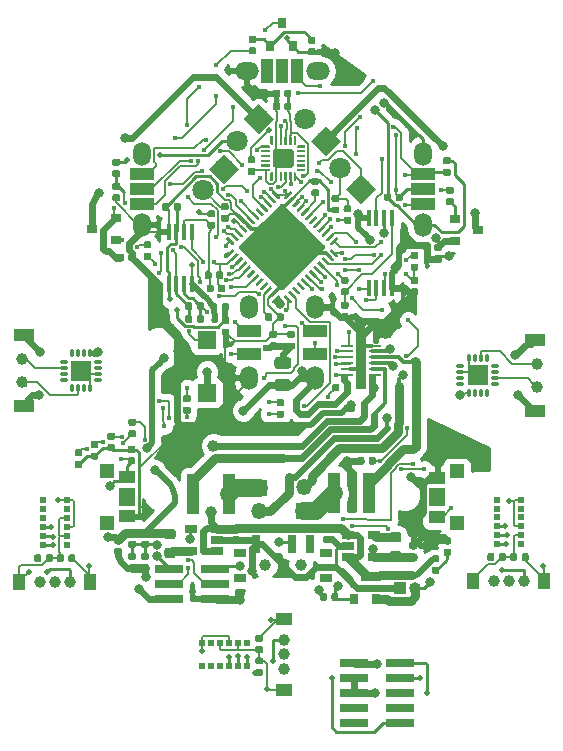
<source format=gtl>
G04 #@! TF.GenerationSoftware,KiCad,Pcbnew,(5.0.1-3-g963ef8bb5)*
G04 #@! TF.CreationDate,2019-10-10T01:43:39+09:00*
G04 #@! TF.ProjectId,mouse_v2,6D6F7573655F76322E6B696361645F70,rev?*
G04 #@! TF.SameCoordinates,Original*
G04 #@! TF.FileFunction,Copper,L1,Top,Signal*
G04 #@! TF.FilePolarity,Positive*
%FSLAX46Y46*%
G04 Gerber Fmt 4.6, Leading zero omitted, Abs format (unit mm)*
G04 Created by KiCad (PCBNEW (5.0.1-3-g963ef8bb5)) date 2019年10月10日 木曜日 01:43:39*
%MOMM*%
%LPD*%
G01*
G04 APERTURE LIST*
G04 #@! TA.AperFunction,Conductor*
%ADD10C,0.100000*%
G04 #@! TD*
G04 #@! TA.AperFunction,SMDPad,CuDef*
%ADD11C,0.590000*%
G04 #@! TD*
G04 #@! TA.AperFunction,SMDPad,CuDef*
%ADD12R,0.900000X5.000000*%
G04 #@! TD*
G04 #@! TA.AperFunction,ComponentPad*
%ADD13C,0.600000*%
G04 #@! TD*
G04 #@! TA.AperFunction,SMDPad,CuDef*
%ADD14R,1.000000X0.280000*%
G04 #@! TD*
G04 #@! TA.AperFunction,SMDPad,CuDef*
%ADD15R,1.000000X0.800000*%
G04 #@! TD*
G04 #@! TA.AperFunction,SMDPad,CuDef*
%ADD16R,0.700000X1.500000*%
G04 #@! TD*
G04 #@! TA.AperFunction,WasherPad*
%ADD17C,1.000000*%
G04 #@! TD*
G04 #@! TA.AperFunction,ComponentPad*
%ADD18R,1.200000X1.200000*%
G04 #@! TD*
G04 #@! TA.AperFunction,SMDPad,CuDef*
%ADD19R,1.400000X1.100000*%
G04 #@! TD*
G04 #@! TA.AperFunction,SMDPad,CuDef*
%ADD20R,1.400000X1.500000*%
G04 #@! TD*
G04 #@! TA.AperFunction,SMDPad,CuDef*
%ADD21C,5.300000*%
G04 #@! TD*
G04 #@! TA.AperFunction,SMDPad,CuDef*
%ADD22C,0.250000*%
G04 #@! TD*
G04 #@! TA.AperFunction,ComponentPad*
%ADD23C,1.800000*%
G04 #@! TD*
G04 #@! TA.AperFunction,SMDPad,CuDef*
%ADD24R,2.400000X0.740000*%
G04 #@! TD*
G04 #@! TA.AperFunction,SMDPad,CuDef*
%ADD25R,1.000000X1.400000*%
G04 #@! TD*
G04 #@! TA.AperFunction,ComponentPad*
%ADD26C,1.000000*%
G04 #@! TD*
G04 #@! TA.AperFunction,SMDPad,CuDef*
%ADD27R,1.400000X1.000000*%
G04 #@! TD*
G04 #@! TA.AperFunction,ComponentPad*
%ADD28R,1.350000X1.350000*%
G04 #@! TD*
G04 #@! TA.AperFunction,ComponentPad*
%ADD29O,1.350000X1.350000*%
G04 #@! TD*
G04 #@! TA.AperFunction,ComponentPad*
%ADD30R,1.000000X1.000000*%
G04 #@! TD*
G04 #@! TA.AperFunction,ComponentPad*
%ADD31O,1.000000X1.000000*%
G04 #@! TD*
G04 #@! TA.AperFunction,SMDPad,CuDef*
%ADD32C,0.875000*%
G04 #@! TD*
G04 #@! TA.AperFunction,SMDPad,CuDef*
%ADD33C,0.975000*%
G04 #@! TD*
G04 #@! TA.AperFunction,SMDPad,CuDef*
%ADD34R,1.600000X1.500000*%
G04 #@! TD*
G04 #@! TA.AperFunction,SMDPad,CuDef*
%ADD35R,0.900000X0.800000*%
G04 #@! TD*
G04 #@! TA.AperFunction,SMDPad,CuDef*
%ADD36R,0.800000X0.900000*%
G04 #@! TD*
G04 #@! TA.AperFunction,SMDPad,CuDef*
%ADD37R,0.600000X0.550000*%
G04 #@! TD*
G04 #@! TA.AperFunction,SMDPad,CuDef*
%ADD38R,0.550000X0.600000*%
G04 #@! TD*
G04 #@! TA.AperFunction,SMDPad,CuDef*
%ADD39O,0.750000X0.300000*%
G04 #@! TD*
G04 #@! TA.AperFunction,SMDPad,CuDef*
%ADD40O,0.300000X0.750000*%
G04 #@! TD*
G04 #@! TA.AperFunction,SMDPad,CuDef*
%ADD41R,1.800000X1.800000*%
G04 #@! TD*
G04 #@! TA.AperFunction,SMDPad,CuDef*
%ADD42C,1.600000*%
G04 #@! TD*
G04 #@! TA.AperFunction,SMDPad,CuDef*
%ADD43C,0.115147*%
G04 #@! TD*
G04 #@! TA.AperFunction,SMDPad,CuDef*
%ADD44C,0.200000*%
G04 #@! TD*
G04 #@! TA.AperFunction,SMDPad,CuDef*
%ADD45R,0.450000X1.450000*%
G04 #@! TD*
G04 #@! TA.AperFunction,SMDPad,CuDef*
%ADD46R,1.060000X0.650000*%
G04 #@! TD*
G04 #@! TA.AperFunction,ComponentPad*
%ADD47O,1.500000X2.000000*%
G04 #@! TD*
G04 #@! TA.AperFunction,SMDPad,CuDef*
%ADD48R,2.000000X1.000000*%
G04 #@! TD*
G04 #@! TA.AperFunction,ComponentPad*
%ADD49O,2.000000X1.500000*%
G04 #@! TD*
G04 #@! TA.AperFunction,SMDPad,CuDef*
%ADD50R,1.000000X2.000000*%
G04 #@! TD*
G04 #@! TA.AperFunction,SMDPad,CuDef*
%ADD51R,1.100000X3.400000*%
G04 #@! TD*
G04 #@! TA.AperFunction,SMDPad,CuDef*
%ADD52R,1.700000X1.000000*%
G04 #@! TD*
G04 #@! TA.AperFunction,ViaPad*
%ADD53C,0.800000*%
G04 #@! TD*
G04 #@! TA.AperFunction,ViaPad*
%ADD54C,1.000000*%
G04 #@! TD*
G04 #@! TA.AperFunction,ViaPad*
%ADD55C,0.500000*%
G04 #@! TD*
G04 #@! TA.AperFunction,ViaPad*
%ADD56C,0.400000*%
G04 #@! TD*
G04 #@! TA.AperFunction,ViaPad*
%ADD57C,0.600000*%
G04 #@! TD*
G04 #@! TA.AperFunction,Conductor*
%ADD58C,0.600000*%
G04 #@! TD*
G04 #@! TA.AperFunction,Conductor*
%ADD59C,0.250000*%
G04 #@! TD*
G04 #@! TA.AperFunction,Conductor*
%ADD60C,0.800000*%
G04 #@! TD*
G04 #@! TA.AperFunction,Conductor*
%ADD61C,0.300000*%
G04 #@! TD*
G04 #@! TA.AperFunction,Conductor*
%ADD62C,0.200000*%
G04 #@! TD*
G04 #@! TA.AperFunction,Conductor*
%ADD63C,0.500000*%
G04 #@! TD*
G04 #@! TA.AperFunction,Conductor*
%ADD64C,0.160000*%
G04 #@! TD*
G04 #@! TA.AperFunction,Conductor*
%ADD65C,1.500000*%
G04 #@! TD*
G04 #@! TA.AperFunction,Conductor*
%ADD66C,0.254000*%
G04 #@! TD*
G04 APERTURE END LIST*
D10*
G04 #@! TO.N,Net-(Q1-Pad2)*
G04 #@! TO.C,R14*
G36*
X137746958Y-102090710D02*
X137761276Y-102092834D01*
X137775317Y-102096351D01*
X137788946Y-102101228D01*
X137802031Y-102107417D01*
X137814447Y-102114858D01*
X137826073Y-102123481D01*
X137836798Y-102133202D01*
X137846519Y-102143927D01*
X137855142Y-102155553D01*
X137862583Y-102167969D01*
X137868772Y-102181054D01*
X137873649Y-102194683D01*
X137877166Y-102208724D01*
X137879290Y-102223042D01*
X137880000Y-102237500D01*
X137880000Y-102582500D01*
X137879290Y-102596958D01*
X137877166Y-102611276D01*
X137873649Y-102625317D01*
X137868772Y-102638946D01*
X137862583Y-102652031D01*
X137855142Y-102664447D01*
X137846519Y-102676073D01*
X137836798Y-102686798D01*
X137826073Y-102696519D01*
X137814447Y-102705142D01*
X137802031Y-102712583D01*
X137788946Y-102718772D01*
X137775317Y-102723649D01*
X137761276Y-102727166D01*
X137746958Y-102729290D01*
X137732500Y-102730000D01*
X137437500Y-102730000D01*
X137423042Y-102729290D01*
X137408724Y-102727166D01*
X137394683Y-102723649D01*
X137381054Y-102718772D01*
X137367969Y-102712583D01*
X137355553Y-102705142D01*
X137343927Y-102696519D01*
X137333202Y-102686798D01*
X137323481Y-102676073D01*
X137314858Y-102664447D01*
X137307417Y-102652031D01*
X137301228Y-102638946D01*
X137296351Y-102625317D01*
X137292834Y-102611276D01*
X137290710Y-102596958D01*
X137290000Y-102582500D01*
X137290000Y-102237500D01*
X137290710Y-102223042D01*
X137292834Y-102208724D01*
X137296351Y-102194683D01*
X137301228Y-102181054D01*
X137307417Y-102167969D01*
X137314858Y-102155553D01*
X137323481Y-102143927D01*
X137333202Y-102133202D01*
X137343927Y-102123481D01*
X137355553Y-102114858D01*
X137367969Y-102107417D01*
X137381054Y-102101228D01*
X137394683Y-102096351D01*
X137408724Y-102092834D01*
X137423042Y-102090710D01*
X137437500Y-102090000D01*
X137732500Y-102090000D01*
X137746958Y-102090710D01*
X137746958Y-102090710D01*
G37*
D11*
G04 #@! TD*
G04 #@! TO.P,R14,1*
G04 #@! TO.N,Net-(Q1-Pad2)*
X137585000Y-102410000D03*
D10*
G04 #@! TO.N,GND*
G04 #@! TO.C,R14*
G36*
X138716958Y-102090710D02*
X138731276Y-102092834D01*
X138745317Y-102096351D01*
X138758946Y-102101228D01*
X138772031Y-102107417D01*
X138784447Y-102114858D01*
X138796073Y-102123481D01*
X138806798Y-102133202D01*
X138816519Y-102143927D01*
X138825142Y-102155553D01*
X138832583Y-102167969D01*
X138838772Y-102181054D01*
X138843649Y-102194683D01*
X138847166Y-102208724D01*
X138849290Y-102223042D01*
X138850000Y-102237500D01*
X138850000Y-102582500D01*
X138849290Y-102596958D01*
X138847166Y-102611276D01*
X138843649Y-102625317D01*
X138838772Y-102638946D01*
X138832583Y-102652031D01*
X138825142Y-102664447D01*
X138816519Y-102676073D01*
X138806798Y-102686798D01*
X138796073Y-102696519D01*
X138784447Y-102705142D01*
X138772031Y-102712583D01*
X138758946Y-102718772D01*
X138745317Y-102723649D01*
X138731276Y-102727166D01*
X138716958Y-102729290D01*
X138702500Y-102730000D01*
X138407500Y-102730000D01*
X138393042Y-102729290D01*
X138378724Y-102727166D01*
X138364683Y-102723649D01*
X138351054Y-102718772D01*
X138337969Y-102712583D01*
X138325553Y-102705142D01*
X138313927Y-102696519D01*
X138303202Y-102686798D01*
X138293481Y-102676073D01*
X138284858Y-102664447D01*
X138277417Y-102652031D01*
X138271228Y-102638946D01*
X138266351Y-102625317D01*
X138262834Y-102611276D01*
X138260710Y-102596958D01*
X138260000Y-102582500D01*
X138260000Y-102237500D01*
X138260710Y-102223042D01*
X138262834Y-102208724D01*
X138266351Y-102194683D01*
X138271228Y-102181054D01*
X138277417Y-102167969D01*
X138284858Y-102155553D01*
X138293481Y-102143927D01*
X138303202Y-102133202D01*
X138313927Y-102123481D01*
X138325553Y-102114858D01*
X138337969Y-102107417D01*
X138351054Y-102101228D01*
X138364683Y-102096351D01*
X138378724Y-102092834D01*
X138393042Y-102090710D01*
X138407500Y-102090000D01*
X138702500Y-102090000D01*
X138716958Y-102090710D01*
X138716958Y-102090710D01*
G37*
D11*
G04 #@! TD*
G04 #@! TO.P,R14,2*
G04 #@! TO.N,GND*
X138555000Y-102410000D03*
D10*
G04 #@! TO.N,GND*
G04 #@! TO.C,D8*
G36*
X134226958Y-119625710D02*
X134241276Y-119627834D01*
X134255317Y-119631351D01*
X134268946Y-119636228D01*
X134282031Y-119642417D01*
X134294447Y-119649858D01*
X134306073Y-119658481D01*
X134316798Y-119668202D01*
X134326519Y-119678927D01*
X134335142Y-119690553D01*
X134342583Y-119702969D01*
X134348772Y-119716054D01*
X134353649Y-119729683D01*
X134357166Y-119743724D01*
X134359290Y-119758042D01*
X134360000Y-119772500D01*
X134360000Y-120067500D01*
X134359290Y-120081958D01*
X134357166Y-120096276D01*
X134353649Y-120110317D01*
X134348772Y-120123946D01*
X134342583Y-120137031D01*
X134335142Y-120149447D01*
X134326519Y-120161073D01*
X134316798Y-120171798D01*
X134306073Y-120181519D01*
X134294447Y-120190142D01*
X134282031Y-120197583D01*
X134268946Y-120203772D01*
X134255317Y-120208649D01*
X134241276Y-120212166D01*
X134226958Y-120214290D01*
X134212500Y-120215000D01*
X133867500Y-120215000D01*
X133853042Y-120214290D01*
X133838724Y-120212166D01*
X133824683Y-120208649D01*
X133811054Y-120203772D01*
X133797969Y-120197583D01*
X133785553Y-120190142D01*
X133773927Y-120181519D01*
X133763202Y-120171798D01*
X133753481Y-120161073D01*
X133744858Y-120149447D01*
X133737417Y-120137031D01*
X133731228Y-120123946D01*
X133726351Y-120110317D01*
X133722834Y-120096276D01*
X133720710Y-120081958D01*
X133720000Y-120067500D01*
X133720000Y-119772500D01*
X133720710Y-119758042D01*
X133722834Y-119743724D01*
X133726351Y-119729683D01*
X133731228Y-119716054D01*
X133737417Y-119702969D01*
X133744858Y-119690553D01*
X133753481Y-119678927D01*
X133763202Y-119668202D01*
X133773927Y-119658481D01*
X133785553Y-119649858D01*
X133797969Y-119642417D01*
X133811054Y-119636228D01*
X133824683Y-119631351D01*
X133838724Y-119627834D01*
X133853042Y-119625710D01*
X133867500Y-119625000D01*
X134212500Y-119625000D01*
X134226958Y-119625710D01*
X134226958Y-119625710D01*
G37*
D11*
G04 #@! TD*
G04 #@! TO.P,D8,1*
G04 #@! TO.N,GND*
X134040000Y-119920000D03*
D10*
G04 #@! TO.N,Net-(D8-Pad2)*
G04 #@! TO.C,D8*
G36*
X134226958Y-118655710D02*
X134241276Y-118657834D01*
X134255317Y-118661351D01*
X134268946Y-118666228D01*
X134282031Y-118672417D01*
X134294447Y-118679858D01*
X134306073Y-118688481D01*
X134316798Y-118698202D01*
X134326519Y-118708927D01*
X134335142Y-118720553D01*
X134342583Y-118732969D01*
X134348772Y-118746054D01*
X134353649Y-118759683D01*
X134357166Y-118773724D01*
X134359290Y-118788042D01*
X134360000Y-118802500D01*
X134360000Y-119097500D01*
X134359290Y-119111958D01*
X134357166Y-119126276D01*
X134353649Y-119140317D01*
X134348772Y-119153946D01*
X134342583Y-119167031D01*
X134335142Y-119179447D01*
X134326519Y-119191073D01*
X134316798Y-119201798D01*
X134306073Y-119211519D01*
X134294447Y-119220142D01*
X134282031Y-119227583D01*
X134268946Y-119233772D01*
X134255317Y-119238649D01*
X134241276Y-119242166D01*
X134226958Y-119244290D01*
X134212500Y-119245000D01*
X133867500Y-119245000D01*
X133853042Y-119244290D01*
X133838724Y-119242166D01*
X133824683Y-119238649D01*
X133811054Y-119233772D01*
X133797969Y-119227583D01*
X133785553Y-119220142D01*
X133773927Y-119211519D01*
X133763202Y-119201798D01*
X133753481Y-119191073D01*
X133744858Y-119179447D01*
X133737417Y-119167031D01*
X133731228Y-119153946D01*
X133726351Y-119140317D01*
X133722834Y-119126276D01*
X133720710Y-119111958D01*
X133720000Y-119097500D01*
X133720000Y-118802500D01*
X133720710Y-118788042D01*
X133722834Y-118773724D01*
X133726351Y-118759683D01*
X133731228Y-118746054D01*
X133737417Y-118732969D01*
X133744858Y-118720553D01*
X133753481Y-118708927D01*
X133763202Y-118698202D01*
X133773927Y-118688481D01*
X133785553Y-118679858D01*
X133797969Y-118672417D01*
X133811054Y-118666228D01*
X133824683Y-118661351D01*
X133838724Y-118657834D01*
X133853042Y-118655710D01*
X133867500Y-118655000D01*
X134212500Y-118655000D01*
X134226958Y-118655710D01*
X134226958Y-118655710D01*
G37*
D11*
G04 #@! TD*
G04 #@! TO.P,D8,2*
G04 #@! TO.N,Net-(D8-Pad2)*
X134040000Y-118950000D03*
D12*
G04 #@! TO.P,U7,13*
G04 #@! TO.N,GND*
X157970000Y-111110000D03*
D13*
X157970000Y-111110000D03*
D14*
G04 #@! TO.P,U7,1*
G04 #@! TO.N,BATT*
X159170000Y-112360000D03*
D13*
G04 #@! TO.P,U7,13*
G04 #@! TO.N,GND*
X157970000Y-112110000D03*
X157970000Y-110110000D03*
D14*
G04 #@! TO.P,U7,2*
G04 #@! TO.N,Net-(L1-Pad2)*
X159170000Y-111860000D03*
G04 #@! TO.P,U7,3*
G04 #@! TO.N,Net-(J12-Pad2)*
X159170000Y-111360000D03*
G04 #@! TO.P,U7,4*
G04 #@! TO.N,Net-(L2-Pad2)*
X159170000Y-110860000D03*
G04 #@! TO.P,U7,5*
G04 #@! TO.N,Net-(J13-Pad2)*
X159170000Y-110360000D03*
G04 #@! TO.P,U7,6*
G04 #@! TO.N,GND*
X159170000Y-109860000D03*
G04 #@! TO.P,U7,7*
G04 #@! TO.N,/MCU/MOTOR22*
X156770000Y-109860000D03*
G04 #@! TO.P,U7,8*
G04 #@! TO.N,/MCU/MOTOR21*
X156770000Y-110360000D03*
G04 #@! TO.P,U7,9*
G04 #@! TO.N,/MCU/MOTOR12*
X156770000Y-110860000D03*
G04 #@! TO.P,U7,10*
G04 #@! TO.N,/MCU/MOTOR11*
X156770000Y-111360000D03*
G04 #@! TO.P,U7,11*
G04 #@! TO.N,GND*
X156770000Y-111860000D03*
G04 #@! TO.P,U7,12*
G04 #@! TO.N,3.3V*
X156770000Y-112360000D03*
G04 #@! TD*
D15*
G04 #@! TO.P,,*
G04 #@! TO.N,*
X147690000Y-127440000D03*
X147690000Y-129540000D03*
X154990000Y-127440000D03*
X154990000Y-129540000D03*
D16*
G04 #@! TO.P,,1*
G04 #@! TO.N,GND*
X149090000Y-126690000D03*
G04 #@! TO.P,,2*
G04 #@! TO.N,Net-(Q2-Pad1)*
X152090000Y-126690000D03*
G04 #@! TO.P,,3*
G04 #@! TO.N,Net-(SW2-Pad3)*
X153590000Y-126690000D03*
D17*
G04 #@! TO.P,,*
G04 #@! TO.N,*
X152840000Y-128440000D03*
X149840000Y-128440000D03*
G04 #@! TD*
D18*
G04 #@! TO.P,,*
G04 #@! TO.N,*
X166060000Y-124899999D03*
X166059999Y-120499999D03*
D19*
G04 #@! TO.P,,2*
G04 #@! TO.N,GND*
X164410000Y-121049999D03*
G04 #@! TO.P,,1*
G04 #@! TO.N,/MCU/BUTTON*
X164410000Y-124349999D03*
D20*
G04 #@! TO.P,,*
G04 #@! TO.N,*
X164410000Y-122700000D03*
G04 #@! TD*
D10*
G04 #@! TO.N,GND*
G04 #@! TO.C,*
G36*
X151294504Y-97867091D02*
X151318773Y-97870691D01*
X151342571Y-97876652D01*
X151365671Y-97884917D01*
X151387849Y-97895407D01*
X151408893Y-97908020D01*
X151428598Y-97922634D01*
X151446777Y-97939110D01*
X154840890Y-101333223D01*
X154857366Y-101351402D01*
X154871980Y-101371107D01*
X154884593Y-101392151D01*
X154895083Y-101414329D01*
X154903348Y-101437429D01*
X154909309Y-101461227D01*
X154912909Y-101485496D01*
X154914113Y-101510000D01*
X154912909Y-101534504D01*
X154909309Y-101558773D01*
X154903348Y-101582571D01*
X154895083Y-101605671D01*
X154884593Y-101627849D01*
X154871980Y-101648893D01*
X154857366Y-101668598D01*
X154840890Y-101686777D01*
X151446777Y-105080890D01*
X151428598Y-105097366D01*
X151408893Y-105111980D01*
X151387849Y-105124593D01*
X151365671Y-105135083D01*
X151342571Y-105143348D01*
X151318773Y-105149309D01*
X151294504Y-105152909D01*
X151270000Y-105154113D01*
X151245496Y-105152909D01*
X151221227Y-105149309D01*
X151197429Y-105143348D01*
X151174329Y-105135083D01*
X151152151Y-105124593D01*
X151131107Y-105111980D01*
X151111402Y-105097366D01*
X151093223Y-105080890D01*
X147699110Y-101686777D01*
X147682634Y-101668598D01*
X147668020Y-101648893D01*
X147655407Y-101627849D01*
X147644917Y-101605671D01*
X147636652Y-101582571D01*
X147630691Y-101558773D01*
X147627091Y-101534504D01*
X147625887Y-101510000D01*
X147627091Y-101485496D01*
X147630691Y-101461227D01*
X147636652Y-101437429D01*
X147644917Y-101414329D01*
X147655407Y-101392151D01*
X147668020Y-101371107D01*
X147682634Y-101351402D01*
X147699110Y-101333223D01*
X151093223Y-97939110D01*
X151111402Y-97922634D01*
X151131107Y-97908020D01*
X151152151Y-97895407D01*
X151174329Y-97884917D01*
X151197429Y-97876652D01*
X151221227Y-97870691D01*
X151245496Y-97867091D01*
X151270000Y-97865887D01*
X151294504Y-97867091D01*
X151294504Y-97867091D01*
G37*
D21*
G04 #@! TD*
G04 #@! TO.P,,49*
G04 #@! TO.N,GND*
X151270000Y-101510000D03*
D10*
G04 #@! TO.N,3.3V*
G04 #@! TO.C,*
G36*
X150586697Y-96780896D02*
X150592764Y-96781796D01*
X150598714Y-96783286D01*
X150604489Y-96785353D01*
X150610033Y-96787975D01*
X150615294Y-96791128D01*
X150620221Y-96794782D01*
X150624765Y-96798901D01*
X151102062Y-97276198D01*
X151106181Y-97280742D01*
X151109835Y-97285669D01*
X151112988Y-97290930D01*
X151115610Y-97296474D01*
X151117677Y-97302249D01*
X151119167Y-97308199D01*
X151120067Y-97314266D01*
X151120368Y-97320392D01*
X151120067Y-97326518D01*
X151119167Y-97332585D01*
X151117677Y-97338535D01*
X151115610Y-97344310D01*
X151112988Y-97349854D01*
X151109835Y-97355115D01*
X151106181Y-97360042D01*
X151102062Y-97364586D01*
X151013673Y-97452975D01*
X151009129Y-97457094D01*
X151004202Y-97460748D01*
X150998941Y-97463901D01*
X150993397Y-97466523D01*
X150987622Y-97468590D01*
X150981672Y-97470080D01*
X150975605Y-97470980D01*
X150969479Y-97471281D01*
X150963353Y-97470980D01*
X150957286Y-97470080D01*
X150951336Y-97468590D01*
X150945561Y-97466523D01*
X150940017Y-97463901D01*
X150934756Y-97460748D01*
X150929829Y-97457094D01*
X150925285Y-97452975D01*
X150447988Y-96975678D01*
X150443869Y-96971134D01*
X150440215Y-96966207D01*
X150437062Y-96960946D01*
X150434440Y-96955402D01*
X150432373Y-96949627D01*
X150430883Y-96943677D01*
X150429983Y-96937610D01*
X150429682Y-96931484D01*
X150429983Y-96925358D01*
X150430883Y-96919291D01*
X150432373Y-96913341D01*
X150434440Y-96907566D01*
X150437062Y-96902022D01*
X150440215Y-96896761D01*
X150443869Y-96891834D01*
X150447988Y-96887290D01*
X150536377Y-96798901D01*
X150540921Y-96794782D01*
X150545848Y-96791128D01*
X150551109Y-96787975D01*
X150556653Y-96785353D01*
X150562428Y-96783286D01*
X150568378Y-96781796D01*
X150574445Y-96780896D01*
X150580571Y-96780595D01*
X150586697Y-96780896D01*
X150586697Y-96780896D01*
G37*
D22*
G04 #@! TD*
G04 #@! TO.P,,1*
G04 #@! TO.N,3.3V*
X150775025Y-97125938D03*
D10*
G04 #@! TO.N,/MCU/IR_LED1*
G04 #@! TO.C,*
G36*
X150233144Y-97134449D02*
X150239211Y-97135349D01*
X150245161Y-97136839D01*
X150250936Y-97138906D01*
X150256480Y-97141528D01*
X150261741Y-97144681D01*
X150266668Y-97148335D01*
X150271212Y-97152454D01*
X150748509Y-97629751D01*
X150752628Y-97634295D01*
X150756282Y-97639222D01*
X150759435Y-97644483D01*
X150762057Y-97650027D01*
X150764124Y-97655802D01*
X150765614Y-97661752D01*
X150766514Y-97667819D01*
X150766815Y-97673945D01*
X150766514Y-97680071D01*
X150765614Y-97686138D01*
X150764124Y-97692088D01*
X150762057Y-97697863D01*
X150759435Y-97703407D01*
X150756282Y-97708668D01*
X150752628Y-97713595D01*
X150748509Y-97718139D01*
X150660120Y-97806528D01*
X150655576Y-97810647D01*
X150650649Y-97814301D01*
X150645388Y-97817454D01*
X150639844Y-97820076D01*
X150634069Y-97822143D01*
X150628119Y-97823633D01*
X150622052Y-97824533D01*
X150615926Y-97824834D01*
X150609800Y-97824533D01*
X150603733Y-97823633D01*
X150597783Y-97822143D01*
X150592008Y-97820076D01*
X150586464Y-97817454D01*
X150581203Y-97814301D01*
X150576276Y-97810647D01*
X150571732Y-97806528D01*
X150094435Y-97329231D01*
X150090316Y-97324687D01*
X150086662Y-97319760D01*
X150083509Y-97314499D01*
X150080887Y-97308955D01*
X150078820Y-97303180D01*
X150077330Y-97297230D01*
X150076430Y-97291163D01*
X150076129Y-97285037D01*
X150076430Y-97278911D01*
X150077330Y-97272844D01*
X150078820Y-97266894D01*
X150080887Y-97261119D01*
X150083509Y-97255575D01*
X150086662Y-97250314D01*
X150090316Y-97245387D01*
X150094435Y-97240843D01*
X150182824Y-97152454D01*
X150187368Y-97148335D01*
X150192295Y-97144681D01*
X150197556Y-97141528D01*
X150203100Y-97138906D01*
X150208875Y-97136839D01*
X150214825Y-97135349D01*
X150220892Y-97134449D01*
X150227018Y-97134148D01*
X150233144Y-97134449D01*
X150233144Y-97134449D01*
G37*
D22*
G04 #@! TD*
G04 #@! TO.P,,2*
G04 #@! TO.N,/MCU/IR_LED1*
X150421472Y-97479491D03*
D10*
G04 #@! TO.N,/MCU/IR_LED2*
G04 #@! TO.C,*
G36*
X149879590Y-97488003D02*
X149885657Y-97488903D01*
X149891607Y-97490393D01*
X149897382Y-97492460D01*
X149902926Y-97495082D01*
X149908187Y-97498235D01*
X149913114Y-97501889D01*
X149917658Y-97506008D01*
X150394955Y-97983305D01*
X150399074Y-97987849D01*
X150402728Y-97992776D01*
X150405881Y-97998037D01*
X150408503Y-98003581D01*
X150410570Y-98009356D01*
X150412060Y-98015306D01*
X150412960Y-98021373D01*
X150413261Y-98027499D01*
X150412960Y-98033625D01*
X150412060Y-98039692D01*
X150410570Y-98045642D01*
X150408503Y-98051417D01*
X150405881Y-98056961D01*
X150402728Y-98062222D01*
X150399074Y-98067149D01*
X150394955Y-98071693D01*
X150306566Y-98160082D01*
X150302022Y-98164201D01*
X150297095Y-98167855D01*
X150291834Y-98171008D01*
X150286290Y-98173630D01*
X150280515Y-98175697D01*
X150274565Y-98177187D01*
X150268498Y-98178087D01*
X150262372Y-98178388D01*
X150256246Y-98178087D01*
X150250179Y-98177187D01*
X150244229Y-98175697D01*
X150238454Y-98173630D01*
X150232910Y-98171008D01*
X150227649Y-98167855D01*
X150222722Y-98164201D01*
X150218178Y-98160082D01*
X149740881Y-97682785D01*
X149736762Y-97678241D01*
X149733108Y-97673314D01*
X149729955Y-97668053D01*
X149727333Y-97662509D01*
X149725266Y-97656734D01*
X149723776Y-97650784D01*
X149722876Y-97644717D01*
X149722575Y-97638591D01*
X149722876Y-97632465D01*
X149723776Y-97626398D01*
X149725266Y-97620448D01*
X149727333Y-97614673D01*
X149729955Y-97609129D01*
X149733108Y-97603868D01*
X149736762Y-97598941D01*
X149740881Y-97594397D01*
X149829270Y-97506008D01*
X149833814Y-97501889D01*
X149838741Y-97498235D01*
X149844002Y-97495082D01*
X149849546Y-97492460D01*
X149855321Y-97490393D01*
X149861271Y-97488903D01*
X149867338Y-97488003D01*
X149873464Y-97487702D01*
X149879590Y-97488003D01*
X149879590Y-97488003D01*
G37*
D22*
G04 #@! TD*
G04 #@! TO.P,,3*
G04 #@! TO.N,/MCU/IR_LED2*
X150067918Y-97833045D03*
D10*
G04 #@! TO.N,/MCU/IMU_NSS*
G04 #@! TO.C,*
G36*
X149526037Y-97841556D02*
X149532104Y-97842456D01*
X149538054Y-97843946D01*
X149543829Y-97846013D01*
X149549373Y-97848635D01*
X149554634Y-97851788D01*
X149559561Y-97855442D01*
X149564105Y-97859561D01*
X150041402Y-98336858D01*
X150045521Y-98341402D01*
X150049175Y-98346329D01*
X150052328Y-98351590D01*
X150054950Y-98357134D01*
X150057017Y-98362909D01*
X150058507Y-98368859D01*
X150059407Y-98374926D01*
X150059708Y-98381052D01*
X150059407Y-98387178D01*
X150058507Y-98393245D01*
X150057017Y-98399195D01*
X150054950Y-98404970D01*
X150052328Y-98410514D01*
X150049175Y-98415775D01*
X150045521Y-98420702D01*
X150041402Y-98425246D01*
X149953013Y-98513635D01*
X149948469Y-98517754D01*
X149943542Y-98521408D01*
X149938281Y-98524561D01*
X149932737Y-98527183D01*
X149926962Y-98529250D01*
X149921012Y-98530740D01*
X149914945Y-98531640D01*
X149908819Y-98531941D01*
X149902693Y-98531640D01*
X149896626Y-98530740D01*
X149890676Y-98529250D01*
X149884901Y-98527183D01*
X149879357Y-98524561D01*
X149874096Y-98521408D01*
X149869169Y-98517754D01*
X149864625Y-98513635D01*
X149387328Y-98036338D01*
X149383209Y-98031794D01*
X149379555Y-98026867D01*
X149376402Y-98021606D01*
X149373780Y-98016062D01*
X149371713Y-98010287D01*
X149370223Y-98004337D01*
X149369323Y-97998270D01*
X149369022Y-97992144D01*
X149369323Y-97986018D01*
X149370223Y-97979951D01*
X149371713Y-97974001D01*
X149373780Y-97968226D01*
X149376402Y-97962682D01*
X149379555Y-97957421D01*
X149383209Y-97952494D01*
X149387328Y-97947950D01*
X149475717Y-97859561D01*
X149480261Y-97855442D01*
X149485188Y-97851788D01*
X149490449Y-97848635D01*
X149495993Y-97846013D01*
X149501768Y-97843946D01*
X149507718Y-97842456D01*
X149513785Y-97841556D01*
X149519911Y-97841255D01*
X149526037Y-97841556D01*
X149526037Y-97841556D01*
G37*
D22*
G04 #@! TD*
G04 #@! TO.P,,4*
G04 #@! TO.N,/MCU/IMU_NSS*
X149714365Y-98186598D03*
D10*
G04 #@! TO.N,Net-(U1-Pad5)*
G04 #@! TO.C,*
G36*
X149172484Y-98195110D02*
X149178551Y-98196010D01*
X149184501Y-98197500D01*
X149190276Y-98199567D01*
X149195820Y-98202189D01*
X149201081Y-98205342D01*
X149206008Y-98208996D01*
X149210552Y-98213115D01*
X149687849Y-98690412D01*
X149691968Y-98694956D01*
X149695622Y-98699883D01*
X149698775Y-98705144D01*
X149701397Y-98710688D01*
X149703464Y-98716463D01*
X149704954Y-98722413D01*
X149705854Y-98728480D01*
X149706155Y-98734606D01*
X149705854Y-98740732D01*
X149704954Y-98746799D01*
X149703464Y-98752749D01*
X149701397Y-98758524D01*
X149698775Y-98764068D01*
X149695622Y-98769329D01*
X149691968Y-98774256D01*
X149687849Y-98778800D01*
X149599460Y-98867189D01*
X149594916Y-98871308D01*
X149589989Y-98874962D01*
X149584728Y-98878115D01*
X149579184Y-98880737D01*
X149573409Y-98882804D01*
X149567459Y-98884294D01*
X149561392Y-98885194D01*
X149555266Y-98885495D01*
X149549140Y-98885194D01*
X149543073Y-98884294D01*
X149537123Y-98882804D01*
X149531348Y-98880737D01*
X149525804Y-98878115D01*
X149520543Y-98874962D01*
X149515616Y-98871308D01*
X149511072Y-98867189D01*
X149033775Y-98389892D01*
X149029656Y-98385348D01*
X149026002Y-98380421D01*
X149022849Y-98375160D01*
X149020227Y-98369616D01*
X149018160Y-98363841D01*
X149016670Y-98357891D01*
X149015770Y-98351824D01*
X149015469Y-98345698D01*
X149015770Y-98339572D01*
X149016670Y-98333505D01*
X149018160Y-98327555D01*
X149020227Y-98321780D01*
X149022849Y-98316236D01*
X149026002Y-98310975D01*
X149029656Y-98306048D01*
X149033775Y-98301504D01*
X149122164Y-98213115D01*
X149126708Y-98208996D01*
X149131635Y-98205342D01*
X149136896Y-98202189D01*
X149142440Y-98199567D01*
X149148215Y-98197500D01*
X149154165Y-98196010D01*
X149160232Y-98195110D01*
X149166358Y-98194809D01*
X149172484Y-98195110D01*
X149172484Y-98195110D01*
G37*
D22*
G04 #@! TD*
G04 #@! TO.P,,5*
G04 #@! TO.N,Net-(U1-Pad5)*
X149360812Y-98540152D03*
D10*
G04 #@! TO.N,/MCU/TOF1_EN*
G04 #@! TO.C,*
G36*
X148818930Y-98548663D02*
X148824997Y-98549563D01*
X148830947Y-98551053D01*
X148836722Y-98553120D01*
X148842266Y-98555742D01*
X148847527Y-98558895D01*
X148852454Y-98562549D01*
X148856998Y-98566668D01*
X149334295Y-99043965D01*
X149338414Y-99048509D01*
X149342068Y-99053436D01*
X149345221Y-99058697D01*
X149347843Y-99064241D01*
X149349910Y-99070016D01*
X149351400Y-99075966D01*
X149352300Y-99082033D01*
X149352601Y-99088159D01*
X149352300Y-99094285D01*
X149351400Y-99100352D01*
X149349910Y-99106302D01*
X149347843Y-99112077D01*
X149345221Y-99117621D01*
X149342068Y-99122882D01*
X149338414Y-99127809D01*
X149334295Y-99132353D01*
X149245906Y-99220742D01*
X149241362Y-99224861D01*
X149236435Y-99228515D01*
X149231174Y-99231668D01*
X149225630Y-99234290D01*
X149219855Y-99236357D01*
X149213905Y-99237847D01*
X149207838Y-99238747D01*
X149201712Y-99239048D01*
X149195586Y-99238747D01*
X149189519Y-99237847D01*
X149183569Y-99236357D01*
X149177794Y-99234290D01*
X149172250Y-99231668D01*
X149166989Y-99228515D01*
X149162062Y-99224861D01*
X149157518Y-99220742D01*
X148680221Y-98743445D01*
X148676102Y-98738901D01*
X148672448Y-98733974D01*
X148669295Y-98728713D01*
X148666673Y-98723169D01*
X148664606Y-98717394D01*
X148663116Y-98711444D01*
X148662216Y-98705377D01*
X148661915Y-98699251D01*
X148662216Y-98693125D01*
X148663116Y-98687058D01*
X148664606Y-98681108D01*
X148666673Y-98675333D01*
X148669295Y-98669789D01*
X148672448Y-98664528D01*
X148676102Y-98659601D01*
X148680221Y-98655057D01*
X148768610Y-98566668D01*
X148773154Y-98562549D01*
X148778081Y-98558895D01*
X148783342Y-98555742D01*
X148788886Y-98553120D01*
X148794661Y-98551053D01*
X148800611Y-98549563D01*
X148806678Y-98548663D01*
X148812804Y-98548362D01*
X148818930Y-98548663D01*
X148818930Y-98548663D01*
G37*
D22*
G04 #@! TD*
G04 #@! TO.P,,6*
G04 #@! TO.N,/MCU/TOF1_EN*
X149007258Y-98893705D03*
D10*
G04 #@! TO.N,/MCU/NRST*
G04 #@! TO.C,*
G36*
X148465377Y-98902216D02*
X148471444Y-98903116D01*
X148477394Y-98904606D01*
X148483169Y-98906673D01*
X148488713Y-98909295D01*
X148493974Y-98912448D01*
X148498901Y-98916102D01*
X148503445Y-98920221D01*
X148980742Y-99397518D01*
X148984861Y-99402062D01*
X148988515Y-99406989D01*
X148991668Y-99412250D01*
X148994290Y-99417794D01*
X148996357Y-99423569D01*
X148997847Y-99429519D01*
X148998747Y-99435586D01*
X148999048Y-99441712D01*
X148998747Y-99447838D01*
X148997847Y-99453905D01*
X148996357Y-99459855D01*
X148994290Y-99465630D01*
X148991668Y-99471174D01*
X148988515Y-99476435D01*
X148984861Y-99481362D01*
X148980742Y-99485906D01*
X148892353Y-99574295D01*
X148887809Y-99578414D01*
X148882882Y-99582068D01*
X148877621Y-99585221D01*
X148872077Y-99587843D01*
X148866302Y-99589910D01*
X148860352Y-99591400D01*
X148854285Y-99592300D01*
X148848159Y-99592601D01*
X148842033Y-99592300D01*
X148835966Y-99591400D01*
X148830016Y-99589910D01*
X148824241Y-99587843D01*
X148818697Y-99585221D01*
X148813436Y-99582068D01*
X148808509Y-99578414D01*
X148803965Y-99574295D01*
X148326668Y-99096998D01*
X148322549Y-99092454D01*
X148318895Y-99087527D01*
X148315742Y-99082266D01*
X148313120Y-99076722D01*
X148311053Y-99070947D01*
X148309563Y-99064997D01*
X148308663Y-99058930D01*
X148308362Y-99052804D01*
X148308663Y-99046678D01*
X148309563Y-99040611D01*
X148311053Y-99034661D01*
X148313120Y-99028886D01*
X148315742Y-99023342D01*
X148318895Y-99018081D01*
X148322549Y-99013154D01*
X148326668Y-99008610D01*
X148415057Y-98920221D01*
X148419601Y-98916102D01*
X148424528Y-98912448D01*
X148429789Y-98909295D01*
X148435333Y-98906673D01*
X148441108Y-98904606D01*
X148447058Y-98903116D01*
X148453125Y-98902216D01*
X148459251Y-98901915D01*
X148465377Y-98902216D01*
X148465377Y-98902216D01*
G37*
D22*
G04 #@! TD*
G04 #@! TO.P,,7*
G04 #@! TO.N,/MCU/NRST*
X148653705Y-99247258D03*
D10*
G04 #@! TO.N,GND*
G04 #@! TO.C,*
G36*
X148111824Y-99255770D02*
X148117891Y-99256670D01*
X148123841Y-99258160D01*
X148129616Y-99260227D01*
X148135160Y-99262849D01*
X148140421Y-99266002D01*
X148145348Y-99269656D01*
X148149892Y-99273775D01*
X148627189Y-99751072D01*
X148631308Y-99755616D01*
X148634962Y-99760543D01*
X148638115Y-99765804D01*
X148640737Y-99771348D01*
X148642804Y-99777123D01*
X148644294Y-99783073D01*
X148645194Y-99789140D01*
X148645495Y-99795266D01*
X148645194Y-99801392D01*
X148644294Y-99807459D01*
X148642804Y-99813409D01*
X148640737Y-99819184D01*
X148638115Y-99824728D01*
X148634962Y-99829989D01*
X148631308Y-99834916D01*
X148627189Y-99839460D01*
X148538800Y-99927849D01*
X148534256Y-99931968D01*
X148529329Y-99935622D01*
X148524068Y-99938775D01*
X148518524Y-99941397D01*
X148512749Y-99943464D01*
X148506799Y-99944954D01*
X148500732Y-99945854D01*
X148494606Y-99946155D01*
X148488480Y-99945854D01*
X148482413Y-99944954D01*
X148476463Y-99943464D01*
X148470688Y-99941397D01*
X148465144Y-99938775D01*
X148459883Y-99935622D01*
X148454956Y-99931968D01*
X148450412Y-99927849D01*
X147973115Y-99450552D01*
X147968996Y-99446008D01*
X147965342Y-99441081D01*
X147962189Y-99435820D01*
X147959567Y-99430276D01*
X147957500Y-99424501D01*
X147956010Y-99418551D01*
X147955110Y-99412484D01*
X147954809Y-99406358D01*
X147955110Y-99400232D01*
X147956010Y-99394165D01*
X147957500Y-99388215D01*
X147959567Y-99382440D01*
X147962189Y-99376896D01*
X147965342Y-99371635D01*
X147968996Y-99366708D01*
X147973115Y-99362164D01*
X148061504Y-99273775D01*
X148066048Y-99269656D01*
X148070975Y-99266002D01*
X148076236Y-99262849D01*
X148081780Y-99260227D01*
X148087555Y-99258160D01*
X148093505Y-99256670D01*
X148099572Y-99255770D01*
X148105698Y-99255469D01*
X148111824Y-99255770D01*
X148111824Y-99255770D01*
G37*
D22*
G04 #@! TD*
G04 #@! TO.P,,8*
G04 #@! TO.N,GND*
X148300152Y-99600812D03*
D10*
G04 #@! TO.N,3.3VA*
G04 #@! TO.C,*
G36*
X147758270Y-99609323D02*
X147764337Y-99610223D01*
X147770287Y-99611713D01*
X147776062Y-99613780D01*
X147781606Y-99616402D01*
X147786867Y-99619555D01*
X147791794Y-99623209D01*
X147796338Y-99627328D01*
X148273635Y-100104625D01*
X148277754Y-100109169D01*
X148281408Y-100114096D01*
X148284561Y-100119357D01*
X148287183Y-100124901D01*
X148289250Y-100130676D01*
X148290740Y-100136626D01*
X148291640Y-100142693D01*
X148291941Y-100148819D01*
X148291640Y-100154945D01*
X148290740Y-100161012D01*
X148289250Y-100166962D01*
X148287183Y-100172737D01*
X148284561Y-100178281D01*
X148281408Y-100183542D01*
X148277754Y-100188469D01*
X148273635Y-100193013D01*
X148185246Y-100281402D01*
X148180702Y-100285521D01*
X148175775Y-100289175D01*
X148170514Y-100292328D01*
X148164970Y-100294950D01*
X148159195Y-100297017D01*
X148153245Y-100298507D01*
X148147178Y-100299407D01*
X148141052Y-100299708D01*
X148134926Y-100299407D01*
X148128859Y-100298507D01*
X148122909Y-100297017D01*
X148117134Y-100294950D01*
X148111590Y-100292328D01*
X148106329Y-100289175D01*
X148101402Y-100285521D01*
X148096858Y-100281402D01*
X147619561Y-99804105D01*
X147615442Y-99799561D01*
X147611788Y-99794634D01*
X147608635Y-99789373D01*
X147606013Y-99783829D01*
X147603946Y-99778054D01*
X147602456Y-99772104D01*
X147601556Y-99766037D01*
X147601255Y-99759911D01*
X147601556Y-99753785D01*
X147602456Y-99747718D01*
X147603946Y-99741768D01*
X147606013Y-99735993D01*
X147608635Y-99730449D01*
X147611788Y-99725188D01*
X147615442Y-99720261D01*
X147619561Y-99715717D01*
X147707950Y-99627328D01*
X147712494Y-99623209D01*
X147717421Y-99619555D01*
X147722682Y-99616402D01*
X147728226Y-99613780D01*
X147734001Y-99611713D01*
X147739951Y-99610223D01*
X147746018Y-99609323D01*
X147752144Y-99609022D01*
X147758270Y-99609323D01*
X147758270Y-99609323D01*
G37*
D22*
G04 #@! TD*
G04 #@! TO.P,,9*
G04 #@! TO.N,3.3VA*
X147946598Y-99954365D03*
D10*
G04 #@! TO.N,/MCU/ENC1_B*
G04 #@! TO.C,*
G36*
X147404717Y-99962876D02*
X147410784Y-99963776D01*
X147416734Y-99965266D01*
X147422509Y-99967333D01*
X147428053Y-99969955D01*
X147433314Y-99973108D01*
X147438241Y-99976762D01*
X147442785Y-99980881D01*
X147920082Y-100458178D01*
X147924201Y-100462722D01*
X147927855Y-100467649D01*
X147931008Y-100472910D01*
X147933630Y-100478454D01*
X147935697Y-100484229D01*
X147937187Y-100490179D01*
X147938087Y-100496246D01*
X147938388Y-100502372D01*
X147938087Y-100508498D01*
X147937187Y-100514565D01*
X147935697Y-100520515D01*
X147933630Y-100526290D01*
X147931008Y-100531834D01*
X147927855Y-100537095D01*
X147924201Y-100542022D01*
X147920082Y-100546566D01*
X147831693Y-100634955D01*
X147827149Y-100639074D01*
X147822222Y-100642728D01*
X147816961Y-100645881D01*
X147811417Y-100648503D01*
X147805642Y-100650570D01*
X147799692Y-100652060D01*
X147793625Y-100652960D01*
X147787499Y-100653261D01*
X147781373Y-100652960D01*
X147775306Y-100652060D01*
X147769356Y-100650570D01*
X147763581Y-100648503D01*
X147758037Y-100645881D01*
X147752776Y-100642728D01*
X147747849Y-100639074D01*
X147743305Y-100634955D01*
X147266008Y-100157658D01*
X147261889Y-100153114D01*
X147258235Y-100148187D01*
X147255082Y-100142926D01*
X147252460Y-100137382D01*
X147250393Y-100131607D01*
X147248903Y-100125657D01*
X147248003Y-100119590D01*
X147247702Y-100113464D01*
X147248003Y-100107338D01*
X147248903Y-100101271D01*
X147250393Y-100095321D01*
X147252460Y-100089546D01*
X147255082Y-100084002D01*
X147258235Y-100078741D01*
X147261889Y-100073814D01*
X147266008Y-100069270D01*
X147354397Y-99980881D01*
X147358941Y-99976762D01*
X147363868Y-99973108D01*
X147369129Y-99969955D01*
X147374673Y-99967333D01*
X147380448Y-99965266D01*
X147386398Y-99963776D01*
X147392465Y-99962876D01*
X147398591Y-99962575D01*
X147404717Y-99962876D01*
X147404717Y-99962876D01*
G37*
D22*
G04 #@! TD*
G04 #@! TO.P,,10*
G04 #@! TO.N,/MCU/ENC1_B*
X147593045Y-100307918D03*
D10*
G04 #@! TO.N,/MCU/ENC1_A*
G04 #@! TO.C,*
G36*
X147051163Y-100316430D02*
X147057230Y-100317330D01*
X147063180Y-100318820D01*
X147068955Y-100320887D01*
X147074499Y-100323509D01*
X147079760Y-100326662D01*
X147084687Y-100330316D01*
X147089231Y-100334435D01*
X147566528Y-100811732D01*
X147570647Y-100816276D01*
X147574301Y-100821203D01*
X147577454Y-100826464D01*
X147580076Y-100832008D01*
X147582143Y-100837783D01*
X147583633Y-100843733D01*
X147584533Y-100849800D01*
X147584834Y-100855926D01*
X147584533Y-100862052D01*
X147583633Y-100868119D01*
X147582143Y-100874069D01*
X147580076Y-100879844D01*
X147577454Y-100885388D01*
X147574301Y-100890649D01*
X147570647Y-100895576D01*
X147566528Y-100900120D01*
X147478139Y-100988509D01*
X147473595Y-100992628D01*
X147468668Y-100996282D01*
X147463407Y-100999435D01*
X147457863Y-101002057D01*
X147452088Y-101004124D01*
X147446138Y-101005614D01*
X147440071Y-101006514D01*
X147433945Y-101006815D01*
X147427819Y-101006514D01*
X147421752Y-101005614D01*
X147415802Y-101004124D01*
X147410027Y-101002057D01*
X147404483Y-100999435D01*
X147399222Y-100996282D01*
X147394295Y-100992628D01*
X147389751Y-100988509D01*
X146912454Y-100511212D01*
X146908335Y-100506668D01*
X146904681Y-100501741D01*
X146901528Y-100496480D01*
X146898906Y-100490936D01*
X146896839Y-100485161D01*
X146895349Y-100479211D01*
X146894449Y-100473144D01*
X146894148Y-100467018D01*
X146894449Y-100460892D01*
X146895349Y-100454825D01*
X146896839Y-100448875D01*
X146898906Y-100443100D01*
X146901528Y-100437556D01*
X146904681Y-100432295D01*
X146908335Y-100427368D01*
X146912454Y-100422824D01*
X147000843Y-100334435D01*
X147005387Y-100330316D01*
X147010314Y-100326662D01*
X147015575Y-100323509D01*
X147021119Y-100320887D01*
X147026894Y-100318820D01*
X147032844Y-100317330D01*
X147038911Y-100316430D01*
X147045037Y-100316129D01*
X147051163Y-100316430D01*
X147051163Y-100316430D01*
G37*
D22*
G04 #@! TD*
G04 #@! TO.P,,11*
G04 #@! TO.N,/MCU/ENC1_A*
X147239491Y-100661472D03*
D10*
G04 #@! TO.N,/MCU/ENC2_A*
G04 #@! TO.C,*
G36*
X146697610Y-100669983D02*
X146703677Y-100670883D01*
X146709627Y-100672373D01*
X146715402Y-100674440D01*
X146720946Y-100677062D01*
X146726207Y-100680215D01*
X146731134Y-100683869D01*
X146735678Y-100687988D01*
X147212975Y-101165285D01*
X147217094Y-101169829D01*
X147220748Y-101174756D01*
X147223901Y-101180017D01*
X147226523Y-101185561D01*
X147228590Y-101191336D01*
X147230080Y-101197286D01*
X147230980Y-101203353D01*
X147231281Y-101209479D01*
X147230980Y-101215605D01*
X147230080Y-101221672D01*
X147228590Y-101227622D01*
X147226523Y-101233397D01*
X147223901Y-101238941D01*
X147220748Y-101244202D01*
X147217094Y-101249129D01*
X147212975Y-101253673D01*
X147124586Y-101342062D01*
X147120042Y-101346181D01*
X147115115Y-101349835D01*
X147109854Y-101352988D01*
X147104310Y-101355610D01*
X147098535Y-101357677D01*
X147092585Y-101359167D01*
X147086518Y-101360067D01*
X147080392Y-101360368D01*
X147074266Y-101360067D01*
X147068199Y-101359167D01*
X147062249Y-101357677D01*
X147056474Y-101355610D01*
X147050930Y-101352988D01*
X147045669Y-101349835D01*
X147040742Y-101346181D01*
X147036198Y-101342062D01*
X146558901Y-100864765D01*
X146554782Y-100860221D01*
X146551128Y-100855294D01*
X146547975Y-100850033D01*
X146545353Y-100844489D01*
X146543286Y-100838714D01*
X146541796Y-100832764D01*
X146540896Y-100826697D01*
X146540595Y-100820571D01*
X146540896Y-100814445D01*
X146541796Y-100808378D01*
X146543286Y-100802428D01*
X146545353Y-100796653D01*
X146547975Y-100791109D01*
X146551128Y-100785848D01*
X146554782Y-100780921D01*
X146558901Y-100776377D01*
X146647290Y-100687988D01*
X146651834Y-100683869D01*
X146656761Y-100680215D01*
X146662022Y-100677062D01*
X146667566Y-100674440D01*
X146673341Y-100672373D01*
X146679291Y-100670883D01*
X146685358Y-100669983D01*
X146691484Y-100669682D01*
X146697610Y-100669983D01*
X146697610Y-100669983D01*
G37*
D22*
G04 #@! TD*
G04 #@! TO.P,,12*
G04 #@! TO.N,/MCU/ENC2_A*
X146885938Y-101015025D03*
D10*
G04 #@! TO.N,/MCU/ENC2_B*
G04 #@! TO.C,*
G36*
X147086518Y-101659933D02*
X147092585Y-101660833D01*
X147098535Y-101662323D01*
X147104310Y-101664390D01*
X147109854Y-101667012D01*
X147115115Y-101670165D01*
X147120042Y-101673819D01*
X147124586Y-101677938D01*
X147212975Y-101766327D01*
X147217094Y-101770871D01*
X147220748Y-101775798D01*
X147223901Y-101781059D01*
X147226523Y-101786603D01*
X147228590Y-101792378D01*
X147230080Y-101798328D01*
X147230980Y-101804395D01*
X147231281Y-101810521D01*
X147230980Y-101816647D01*
X147230080Y-101822714D01*
X147228590Y-101828664D01*
X147226523Y-101834439D01*
X147223901Y-101839983D01*
X147220748Y-101845244D01*
X147217094Y-101850171D01*
X147212975Y-101854715D01*
X146735678Y-102332012D01*
X146731134Y-102336131D01*
X146726207Y-102339785D01*
X146720946Y-102342938D01*
X146715402Y-102345560D01*
X146709627Y-102347627D01*
X146703677Y-102349117D01*
X146697610Y-102350017D01*
X146691484Y-102350318D01*
X146685358Y-102350017D01*
X146679291Y-102349117D01*
X146673341Y-102347627D01*
X146667566Y-102345560D01*
X146662022Y-102342938D01*
X146656761Y-102339785D01*
X146651834Y-102336131D01*
X146647290Y-102332012D01*
X146558901Y-102243623D01*
X146554782Y-102239079D01*
X146551128Y-102234152D01*
X146547975Y-102228891D01*
X146545353Y-102223347D01*
X146543286Y-102217572D01*
X146541796Y-102211622D01*
X146540896Y-102205555D01*
X146540595Y-102199429D01*
X146540896Y-102193303D01*
X146541796Y-102187236D01*
X146543286Y-102181286D01*
X146545353Y-102175511D01*
X146547975Y-102169967D01*
X146551128Y-102164706D01*
X146554782Y-102159779D01*
X146558901Y-102155235D01*
X147036198Y-101677938D01*
X147040742Y-101673819D01*
X147045669Y-101670165D01*
X147050930Y-101667012D01*
X147056474Y-101664390D01*
X147062249Y-101662323D01*
X147068199Y-101660833D01*
X147074266Y-101659933D01*
X147080392Y-101659632D01*
X147086518Y-101659933D01*
X147086518Y-101659933D01*
G37*
D22*
G04 #@! TD*
G04 #@! TO.P,,13*
G04 #@! TO.N,/MCU/ENC2_B*
X146885938Y-102004975D03*
D10*
G04 #@! TO.N,/MCU/IR_ADC1*
G04 #@! TO.C,*
G36*
X147440071Y-102013486D02*
X147446138Y-102014386D01*
X147452088Y-102015876D01*
X147457863Y-102017943D01*
X147463407Y-102020565D01*
X147468668Y-102023718D01*
X147473595Y-102027372D01*
X147478139Y-102031491D01*
X147566528Y-102119880D01*
X147570647Y-102124424D01*
X147574301Y-102129351D01*
X147577454Y-102134612D01*
X147580076Y-102140156D01*
X147582143Y-102145931D01*
X147583633Y-102151881D01*
X147584533Y-102157948D01*
X147584834Y-102164074D01*
X147584533Y-102170200D01*
X147583633Y-102176267D01*
X147582143Y-102182217D01*
X147580076Y-102187992D01*
X147577454Y-102193536D01*
X147574301Y-102198797D01*
X147570647Y-102203724D01*
X147566528Y-102208268D01*
X147089231Y-102685565D01*
X147084687Y-102689684D01*
X147079760Y-102693338D01*
X147074499Y-102696491D01*
X147068955Y-102699113D01*
X147063180Y-102701180D01*
X147057230Y-102702670D01*
X147051163Y-102703570D01*
X147045037Y-102703871D01*
X147038911Y-102703570D01*
X147032844Y-102702670D01*
X147026894Y-102701180D01*
X147021119Y-102699113D01*
X147015575Y-102696491D01*
X147010314Y-102693338D01*
X147005387Y-102689684D01*
X147000843Y-102685565D01*
X146912454Y-102597176D01*
X146908335Y-102592632D01*
X146904681Y-102587705D01*
X146901528Y-102582444D01*
X146898906Y-102576900D01*
X146896839Y-102571125D01*
X146895349Y-102565175D01*
X146894449Y-102559108D01*
X146894148Y-102552982D01*
X146894449Y-102546856D01*
X146895349Y-102540789D01*
X146896839Y-102534839D01*
X146898906Y-102529064D01*
X146901528Y-102523520D01*
X146904681Y-102518259D01*
X146908335Y-102513332D01*
X146912454Y-102508788D01*
X147389751Y-102031491D01*
X147394295Y-102027372D01*
X147399222Y-102023718D01*
X147404483Y-102020565D01*
X147410027Y-102017943D01*
X147415802Y-102015876D01*
X147421752Y-102014386D01*
X147427819Y-102013486D01*
X147433945Y-102013185D01*
X147440071Y-102013486D01*
X147440071Y-102013486D01*
G37*
D22*
G04 #@! TD*
G04 #@! TO.P,,14*
G04 #@! TO.N,/MCU/IR_ADC1*
X147239491Y-102358528D03*
D10*
G04 #@! TO.N,/MCU/IR_ADC2*
G04 #@! TO.C,*
G36*
X147793625Y-102367040D02*
X147799692Y-102367940D01*
X147805642Y-102369430D01*
X147811417Y-102371497D01*
X147816961Y-102374119D01*
X147822222Y-102377272D01*
X147827149Y-102380926D01*
X147831693Y-102385045D01*
X147920082Y-102473434D01*
X147924201Y-102477978D01*
X147927855Y-102482905D01*
X147931008Y-102488166D01*
X147933630Y-102493710D01*
X147935697Y-102499485D01*
X147937187Y-102505435D01*
X147938087Y-102511502D01*
X147938388Y-102517628D01*
X147938087Y-102523754D01*
X147937187Y-102529821D01*
X147935697Y-102535771D01*
X147933630Y-102541546D01*
X147931008Y-102547090D01*
X147927855Y-102552351D01*
X147924201Y-102557278D01*
X147920082Y-102561822D01*
X147442785Y-103039119D01*
X147438241Y-103043238D01*
X147433314Y-103046892D01*
X147428053Y-103050045D01*
X147422509Y-103052667D01*
X147416734Y-103054734D01*
X147410784Y-103056224D01*
X147404717Y-103057124D01*
X147398591Y-103057425D01*
X147392465Y-103057124D01*
X147386398Y-103056224D01*
X147380448Y-103054734D01*
X147374673Y-103052667D01*
X147369129Y-103050045D01*
X147363868Y-103046892D01*
X147358941Y-103043238D01*
X147354397Y-103039119D01*
X147266008Y-102950730D01*
X147261889Y-102946186D01*
X147258235Y-102941259D01*
X147255082Y-102935998D01*
X147252460Y-102930454D01*
X147250393Y-102924679D01*
X147248903Y-102918729D01*
X147248003Y-102912662D01*
X147247702Y-102906536D01*
X147248003Y-102900410D01*
X147248903Y-102894343D01*
X147250393Y-102888393D01*
X147252460Y-102882618D01*
X147255082Y-102877074D01*
X147258235Y-102871813D01*
X147261889Y-102866886D01*
X147266008Y-102862342D01*
X147743305Y-102385045D01*
X147747849Y-102380926D01*
X147752776Y-102377272D01*
X147758037Y-102374119D01*
X147763581Y-102371497D01*
X147769356Y-102369430D01*
X147775306Y-102367940D01*
X147781373Y-102367040D01*
X147787499Y-102366739D01*
X147793625Y-102367040D01*
X147793625Y-102367040D01*
G37*
D22*
G04 #@! TD*
G04 #@! TO.P,,15*
G04 #@! TO.N,/MCU/IR_ADC2*
X147593045Y-102712082D03*
D10*
G04 #@! TO.N,/MCU/SPEAKER*
G04 #@! TO.C,*
G36*
X148147178Y-102720593D02*
X148153245Y-102721493D01*
X148159195Y-102722983D01*
X148164970Y-102725050D01*
X148170514Y-102727672D01*
X148175775Y-102730825D01*
X148180702Y-102734479D01*
X148185246Y-102738598D01*
X148273635Y-102826987D01*
X148277754Y-102831531D01*
X148281408Y-102836458D01*
X148284561Y-102841719D01*
X148287183Y-102847263D01*
X148289250Y-102853038D01*
X148290740Y-102858988D01*
X148291640Y-102865055D01*
X148291941Y-102871181D01*
X148291640Y-102877307D01*
X148290740Y-102883374D01*
X148289250Y-102889324D01*
X148287183Y-102895099D01*
X148284561Y-102900643D01*
X148281408Y-102905904D01*
X148277754Y-102910831D01*
X148273635Y-102915375D01*
X147796338Y-103392672D01*
X147791794Y-103396791D01*
X147786867Y-103400445D01*
X147781606Y-103403598D01*
X147776062Y-103406220D01*
X147770287Y-103408287D01*
X147764337Y-103409777D01*
X147758270Y-103410677D01*
X147752144Y-103410978D01*
X147746018Y-103410677D01*
X147739951Y-103409777D01*
X147734001Y-103408287D01*
X147728226Y-103406220D01*
X147722682Y-103403598D01*
X147717421Y-103400445D01*
X147712494Y-103396791D01*
X147707950Y-103392672D01*
X147619561Y-103304283D01*
X147615442Y-103299739D01*
X147611788Y-103294812D01*
X147608635Y-103289551D01*
X147606013Y-103284007D01*
X147603946Y-103278232D01*
X147602456Y-103272282D01*
X147601556Y-103266215D01*
X147601255Y-103260089D01*
X147601556Y-103253963D01*
X147602456Y-103247896D01*
X147603946Y-103241946D01*
X147606013Y-103236171D01*
X147608635Y-103230627D01*
X147611788Y-103225366D01*
X147615442Y-103220439D01*
X147619561Y-103215895D01*
X148096858Y-102738598D01*
X148101402Y-102734479D01*
X148106329Y-102730825D01*
X148111590Y-102727672D01*
X148117134Y-102725050D01*
X148122909Y-102722983D01*
X148128859Y-102721493D01*
X148134926Y-102720593D01*
X148141052Y-102720292D01*
X148147178Y-102720593D01*
X148147178Y-102720593D01*
G37*
D22*
G04 #@! TD*
G04 #@! TO.P,,16*
G04 #@! TO.N,/MCU/SPEAKER*
X147946598Y-103065635D03*
D10*
G04 #@! TO.N,/MCU/BATT_MONITOR*
G04 #@! TO.C,*
G36*
X148500732Y-103074146D02*
X148506799Y-103075046D01*
X148512749Y-103076536D01*
X148518524Y-103078603D01*
X148524068Y-103081225D01*
X148529329Y-103084378D01*
X148534256Y-103088032D01*
X148538800Y-103092151D01*
X148627189Y-103180540D01*
X148631308Y-103185084D01*
X148634962Y-103190011D01*
X148638115Y-103195272D01*
X148640737Y-103200816D01*
X148642804Y-103206591D01*
X148644294Y-103212541D01*
X148645194Y-103218608D01*
X148645495Y-103224734D01*
X148645194Y-103230860D01*
X148644294Y-103236927D01*
X148642804Y-103242877D01*
X148640737Y-103248652D01*
X148638115Y-103254196D01*
X148634962Y-103259457D01*
X148631308Y-103264384D01*
X148627189Y-103268928D01*
X148149892Y-103746225D01*
X148145348Y-103750344D01*
X148140421Y-103753998D01*
X148135160Y-103757151D01*
X148129616Y-103759773D01*
X148123841Y-103761840D01*
X148117891Y-103763330D01*
X148111824Y-103764230D01*
X148105698Y-103764531D01*
X148099572Y-103764230D01*
X148093505Y-103763330D01*
X148087555Y-103761840D01*
X148081780Y-103759773D01*
X148076236Y-103757151D01*
X148070975Y-103753998D01*
X148066048Y-103750344D01*
X148061504Y-103746225D01*
X147973115Y-103657836D01*
X147968996Y-103653292D01*
X147965342Y-103648365D01*
X147962189Y-103643104D01*
X147959567Y-103637560D01*
X147957500Y-103631785D01*
X147956010Y-103625835D01*
X147955110Y-103619768D01*
X147954809Y-103613642D01*
X147955110Y-103607516D01*
X147956010Y-103601449D01*
X147957500Y-103595499D01*
X147959567Y-103589724D01*
X147962189Y-103584180D01*
X147965342Y-103578919D01*
X147968996Y-103573992D01*
X147973115Y-103569448D01*
X148450412Y-103092151D01*
X148454956Y-103088032D01*
X148459883Y-103084378D01*
X148465144Y-103081225D01*
X148470688Y-103078603D01*
X148476463Y-103076536D01*
X148482413Y-103075046D01*
X148488480Y-103074146D01*
X148494606Y-103073845D01*
X148500732Y-103074146D01*
X148500732Y-103074146D01*
G37*
D22*
G04 #@! TD*
G04 #@! TO.P,,17*
G04 #@! TO.N,/MCU/BATT_MONITOR*
X148300152Y-103419188D03*
D10*
G04 #@! TO.N,Net-(U1-Pad18)*
G04 #@! TO.C,*
G36*
X148854285Y-103427700D02*
X148860352Y-103428600D01*
X148866302Y-103430090D01*
X148872077Y-103432157D01*
X148877621Y-103434779D01*
X148882882Y-103437932D01*
X148887809Y-103441586D01*
X148892353Y-103445705D01*
X148980742Y-103534094D01*
X148984861Y-103538638D01*
X148988515Y-103543565D01*
X148991668Y-103548826D01*
X148994290Y-103554370D01*
X148996357Y-103560145D01*
X148997847Y-103566095D01*
X148998747Y-103572162D01*
X148999048Y-103578288D01*
X148998747Y-103584414D01*
X148997847Y-103590481D01*
X148996357Y-103596431D01*
X148994290Y-103602206D01*
X148991668Y-103607750D01*
X148988515Y-103613011D01*
X148984861Y-103617938D01*
X148980742Y-103622482D01*
X148503445Y-104099779D01*
X148498901Y-104103898D01*
X148493974Y-104107552D01*
X148488713Y-104110705D01*
X148483169Y-104113327D01*
X148477394Y-104115394D01*
X148471444Y-104116884D01*
X148465377Y-104117784D01*
X148459251Y-104118085D01*
X148453125Y-104117784D01*
X148447058Y-104116884D01*
X148441108Y-104115394D01*
X148435333Y-104113327D01*
X148429789Y-104110705D01*
X148424528Y-104107552D01*
X148419601Y-104103898D01*
X148415057Y-104099779D01*
X148326668Y-104011390D01*
X148322549Y-104006846D01*
X148318895Y-104001919D01*
X148315742Y-103996658D01*
X148313120Y-103991114D01*
X148311053Y-103985339D01*
X148309563Y-103979389D01*
X148308663Y-103973322D01*
X148308362Y-103967196D01*
X148308663Y-103961070D01*
X148309563Y-103955003D01*
X148311053Y-103949053D01*
X148313120Y-103943278D01*
X148315742Y-103937734D01*
X148318895Y-103932473D01*
X148322549Y-103927546D01*
X148326668Y-103923002D01*
X148803965Y-103445705D01*
X148808509Y-103441586D01*
X148813436Y-103437932D01*
X148818697Y-103434779D01*
X148824241Y-103432157D01*
X148830016Y-103430090D01*
X148835966Y-103428600D01*
X148842033Y-103427700D01*
X148848159Y-103427399D01*
X148854285Y-103427700D01*
X148854285Y-103427700D01*
G37*
D22*
G04 #@! TD*
G04 #@! TO.P,,18*
G04 #@! TO.N,Net-(U1-Pad18)*
X148653705Y-103772742D03*
D10*
G04 #@! TO.N,/MCU/LED2*
G04 #@! TO.C,*
G36*
X149207838Y-103781253D02*
X149213905Y-103782153D01*
X149219855Y-103783643D01*
X149225630Y-103785710D01*
X149231174Y-103788332D01*
X149236435Y-103791485D01*
X149241362Y-103795139D01*
X149245906Y-103799258D01*
X149334295Y-103887647D01*
X149338414Y-103892191D01*
X149342068Y-103897118D01*
X149345221Y-103902379D01*
X149347843Y-103907923D01*
X149349910Y-103913698D01*
X149351400Y-103919648D01*
X149352300Y-103925715D01*
X149352601Y-103931841D01*
X149352300Y-103937967D01*
X149351400Y-103944034D01*
X149349910Y-103949984D01*
X149347843Y-103955759D01*
X149345221Y-103961303D01*
X149342068Y-103966564D01*
X149338414Y-103971491D01*
X149334295Y-103976035D01*
X148856998Y-104453332D01*
X148852454Y-104457451D01*
X148847527Y-104461105D01*
X148842266Y-104464258D01*
X148836722Y-104466880D01*
X148830947Y-104468947D01*
X148824997Y-104470437D01*
X148818930Y-104471337D01*
X148812804Y-104471638D01*
X148806678Y-104471337D01*
X148800611Y-104470437D01*
X148794661Y-104468947D01*
X148788886Y-104466880D01*
X148783342Y-104464258D01*
X148778081Y-104461105D01*
X148773154Y-104457451D01*
X148768610Y-104453332D01*
X148680221Y-104364943D01*
X148676102Y-104360399D01*
X148672448Y-104355472D01*
X148669295Y-104350211D01*
X148666673Y-104344667D01*
X148664606Y-104338892D01*
X148663116Y-104332942D01*
X148662216Y-104326875D01*
X148661915Y-104320749D01*
X148662216Y-104314623D01*
X148663116Y-104308556D01*
X148664606Y-104302606D01*
X148666673Y-104296831D01*
X148669295Y-104291287D01*
X148672448Y-104286026D01*
X148676102Y-104281099D01*
X148680221Y-104276555D01*
X149157518Y-103799258D01*
X149162062Y-103795139D01*
X149166989Y-103791485D01*
X149172250Y-103788332D01*
X149177794Y-103785710D01*
X149183569Y-103783643D01*
X149189519Y-103782153D01*
X149195586Y-103781253D01*
X149201712Y-103780952D01*
X149207838Y-103781253D01*
X149207838Y-103781253D01*
G37*
D22*
G04 #@! TD*
G04 #@! TO.P,,19*
G04 #@! TO.N,/MCU/LED2*
X149007258Y-104126295D03*
D10*
G04 #@! TO.N,Net-(U1-Pad20)*
G04 #@! TO.C,*
G36*
X149561392Y-104134806D02*
X149567459Y-104135706D01*
X149573409Y-104137196D01*
X149579184Y-104139263D01*
X149584728Y-104141885D01*
X149589989Y-104145038D01*
X149594916Y-104148692D01*
X149599460Y-104152811D01*
X149687849Y-104241200D01*
X149691968Y-104245744D01*
X149695622Y-104250671D01*
X149698775Y-104255932D01*
X149701397Y-104261476D01*
X149703464Y-104267251D01*
X149704954Y-104273201D01*
X149705854Y-104279268D01*
X149706155Y-104285394D01*
X149705854Y-104291520D01*
X149704954Y-104297587D01*
X149703464Y-104303537D01*
X149701397Y-104309312D01*
X149698775Y-104314856D01*
X149695622Y-104320117D01*
X149691968Y-104325044D01*
X149687849Y-104329588D01*
X149210552Y-104806885D01*
X149206008Y-104811004D01*
X149201081Y-104814658D01*
X149195820Y-104817811D01*
X149190276Y-104820433D01*
X149184501Y-104822500D01*
X149178551Y-104823990D01*
X149172484Y-104824890D01*
X149166358Y-104825191D01*
X149160232Y-104824890D01*
X149154165Y-104823990D01*
X149148215Y-104822500D01*
X149142440Y-104820433D01*
X149136896Y-104817811D01*
X149131635Y-104814658D01*
X149126708Y-104811004D01*
X149122164Y-104806885D01*
X149033775Y-104718496D01*
X149029656Y-104713952D01*
X149026002Y-104709025D01*
X149022849Y-104703764D01*
X149020227Y-104698220D01*
X149018160Y-104692445D01*
X149016670Y-104686495D01*
X149015770Y-104680428D01*
X149015469Y-104674302D01*
X149015770Y-104668176D01*
X149016670Y-104662109D01*
X149018160Y-104656159D01*
X149020227Y-104650384D01*
X149022849Y-104644840D01*
X149026002Y-104639579D01*
X149029656Y-104634652D01*
X149033775Y-104630108D01*
X149511072Y-104152811D01*
X149515616Y-104148692D01*
X149520543Y-104145038D01*
X149525804Y-104141885D01*
X149531348Y-104139263D01*
X149537123Y-104137196D01*
X149543073Y-104135706D01*
X149549140Y-104134806D01*
X149555266Y-104134505D01*
X149561392Y-104134806D01*
X149561392Y-104134806D01*
G37*
D22*
G04 #@! TD*
G04 #@! TO.P,,20*
G04 #@! TO.N,Net-(U1-Pad20)*
X149360812Y-104479848D03*
D10*
G04 #@! TO.N,Net-(U1-Pad21)*
G04 #@! TO.C,*
G36*
X149914945Y-104488360D02*
X149921012Y-104489260D01*
X149926962Y-104490750D01*
X149932737Y-104492817D01*
X149938281Y-104495439D01*
X149943542Y-104498592D01*
X149948469Y-104502246D01*
X149953013Y-104506365D01*
X150041402Y-104594754D01*
X150045521Y-104599298D01*
X150049175Y-104604225D01*
X150052328Y-104609486D01*
X150054950Y-104615030D01*
X150057017Y-104620805D01*
X150058507Y-104626755D01*
X150059407Y-104632822D01*
X150059708Y-104638948D01*
X150059407Y-104645074D01*
X150058507Y-104651141D01*
X150057017Y-104657091D01*
X150054950Y-104662866D01*
X150052328Y-104668410D01*
X150049175Y-104673671D01*
X150045521Y-104678598D01*
X150041402Y-104683142D01*
X149564105Y-105160439D01*
X149559561Y-105164558D01*
X149554634Y-105168212D01*
X149549373Y-105171365D01*
X149543829Y-105173987D01*
X149538054Y-105176054D01*
X149532104Y-105177544D01*
X149526037Y-105178444D01*
X149519911Y-105178745D01*
X149513785Y-105178444D01*
X149507718Y-105177544D01*
X149501768Y-105176054D01*
X149495993Y-105173987D01*
X149490449Y-105171365D01*
X149485188Y-105168212D01*
X149480261Y-105164558D01*
X149475717Y-105160439D01*
X149387328Y-105072050D01*
X149383209Y-105067506D01*
X149379555Y-105062579D01*
X149376402Y-105057318D01*
X149373780Y-105051774D01*
X149371713Y-105045999D01*
X149370223Y-105040049D01*
X149369323Y-105033982D01*
X149369022Y-105027856D01*
X149369323Y-105021730D01*
X149370223Y-105015663D01*
X149371713Y-105009713D01*
X149373780Y-105003938D01*
X149376402Y-104998394D01*
X149379555Y-104993133D01*
X149383209Y-104988206D01*
X149387328Y-104983662D01*
X149864625Y-104506365D01*
X149869169Y-104502246D01*
X149874096Y-104498592D01*
X149879357Y-104495439D01*
X149884901Y-104492817D01*
X149890676Y-104490750D01*
X149896626Y-104489260D01*
X149902693Y-104488360D01*
X149908819Y-104488059D01*
X149914945Y-104488360D01*
X149914945Y-104488360D01*
G37*
D22*
G04 #@! TD*
G04 #@! TO.P,,21*
G04 #@! TO.N,Net-(U1-Pad21)*
X149714365Y-104833402D03*
D10*
G04 #@! TO.N,Net-(C1-Pad1)*
G04 #@! TO.C,*
G36*
X150268498Y-104841913D02*
X150274565Y-104842813D01*
X150280515Y-104844303D01*
X150286290Y-104846370D01*
X150291834Y-104848992D01*
X150297095Y-104852145D01*
X150302022Y-104855799D01*
X150306566Y-104859918D01*
X150394955Y-104948307D01*
X150399074Y-104952851D01*
X150402728Y-104957778D01*
X150405881Y-104963039D01*
X150408503Y-104968583D01*
X150410570Y-104974358D01*
X150412060Y-104980308D01*
X150412960Y-104986375D01*
X150413261Y-104992501D01*
X150412960Y-104998627D01*
X150412060Y-105004694D01*
X150410570Y-105010644D01*
X150408503Y-105016419D01*
X150405881Y-105021963D01*
X150402728Y-105027224D01*
X150399074Y-105032151D01*
X150394955Y-105036695D01*
X149917658Y-105513992D01*
X149913114Y-105518111D01*
X149908187Y-105521765D01*
X149902926Y-105524918D01*
X149897382Y-105527540D01*
X149891607Y-105529607D01*
X149885657Y-105531097D01*
X149879590Y-105531997D01*
X149873464Y-105532298D01*
X149867338Y-105531997D01*
X149861271Y-105531097D01*
X149855321Y-105529607D01*
X149849546Y-105527540D01*
X149844002Y-105524918D01*
X149838741Y-105521765D01*
X149833814Y-105518111D01*
X149829270Y-105513992D01*
X149740881Y-105425603D01*
X149736762Y-105421059D01*
X149733108Y-105416132D01*
X149729955Y-105410871D01*
X149727333Y-105405327D01*
X149725266Y-105399552D01*
X149723776Y-105393602D01*
X149722876Y-105387535D01*
X149722575Y-105381409D01*
X149722876Y-105375283D01*
X149723776Y-105369216D01*
X149725266Y-105363266D01*
X149727333Y-105357491D01*
X149729955Y-105351947D01*
X149733108Y-105346686D01*
X149736762Y-105341759D01*
X149740881Y-105337215D01*
X150218178Y-104859918D01*
X150222722Y-104855799D01*
X150227649Y-104852145D01*
X150232910Y-104848992D01*
X150238454Y-104846370D01*
X150244229Y-104844303D01*
X150250179Y-104842813D01*
X150256246Y-104841913D01*
X150262372Y-104841612D01*
X150268498Y-104841913D01*
X150268498Y-104841913D01*
G37*
D22*
G04 #@! TD*
G04 #@! TO.P,,22*
G04 #@! TO.N,Net-(C1-Pad1)*
X150067918Y-105186955D03*
D10*
G04 #@! TO.N,GND*
G04 #@! TO.C,*
G36*
X150622052Y-105195467D02*
X150628119Y-105196367D01*
X150634069Y-105197857D01*
X150639844Y-105199924D01*
X150645388Y-105202546D01*
X150650649Y-105205699D01*
X150655576Y-105209353D01*
X150660120Y-105213472D01*
X150748509Y-105301861D01*
X150752628Y-105306405D01*
X150756282Y-105311332D01*
X150759435Y-105316593D01*
X150762057Y-105322137D01*
X150764124Y-105327912D01*
X150765614Y-105333862D01*
X150766514Y-105339929D01*
X150766815Y-105346055D01*
X150766514Y-105352181D01*
X150765614Y-105358248D01*
X150764124Y-105364198D01*
X150762057Y-105369973D01*
X150759435Y-105375517D01*
X150756282Y-105380778D01*
X150752628Y-105385705D01*
X150748509Y-105390249D01*
X150271212Y-105867546D01*
X150266668Y-105871665D01*
X150261741Y-105875319D01*
X150256480Y-105878472D01*
X150250936Y-105881094D01*
X150245161Y-105883161D01*
X150239211Y-105884651D01*
X150233144Y-105885551D01*
X150227018Y-105885852D01*
X150220892Y-105885551D01*
X150214825Y-105884651D01*
X150208875Y-105883161D01*
X150203100Y-105881094D01*
X150197556Y-105878472D01*
X150192295Y-105875319D01*
X150187368Y-105871665D01*
X150182824Y-105867546D01*
X150094435Y-105779157D01*
X150090316Y-105774613D01*
X150086662Y-105769686D01*
X150083509Y-105764425D01*
X150080887Y-105758881D01*
X150078820Y-105753106D01*
X150077330Y-105747156D01*
X150076430Y-105741089D01*
X150076129Y-105734963D01*
X150076430Y-105728837D01*
X150077330Y-105722770D01*
X150078820Y-105716820D01*
X150080887Y-105711045D01*
X150083509Y-105705501D01*
X150086662Y-105700240D01*
X150090316Y-105695313D01*
X150094435Y-105690769D01*
X150571732Y-105213472D01*
X150576276Y-105209353D01*
X150581203Y-105205699D01*
X150586464Y-105202546D01*
X150592008Y-105199924D01*
X150597783Y-105197857D01*
X150603733Y-105196367D01*
X150609800Y-105195467D01*
X150615926Y-105195166D01*
X150622052Y-105195467D01*
X150622052Y-105195467D01*
G37*
D22*
G04 #@! TD*
G04 #@! TO.P,,23*
G04 #@! TO.N,GND*
X150421472Y-105540509D03*
D10*
G04 #@! TO.N,3.3V*
G04 #@! TO.C,*
G36*
X150975605Y-105549020D02*
X150981672Y-105549920D01*
X150987622Y-105551410D01*
X150993397Y-105553477D01*
X150998941Y-105556099D01*
X151004202Y-105559252D01*
X151009129Y-105562906D01*
X151013673Y-105567025D01*
X151102062Y-105655414D01*
X151106181Y-105659958D01*
X151109835Y-105664885D01*
X151112988Y-105670146D01*
X151115610Y-105675690D01*
X151117677Y-105681465D01*
X151119167Y-105687415D01*
X151120067Y-105693482D01*
X151120368Y-105699608D01*
X151120067Y-105705734D01*
X151119167Y-105711801D01*
X151117677Y-105717751D01*
X151115610Y-105723526D01*
X151112988Y-105729070D01*
X151109835Y-105734331D01*
X151106181Y-105739258D01*
X151102062Y-105743802D01*
X150624765Y-106221099D01*
X150620221Y-106225218D01*
X150615294Y-106228872D01*
X150610033Y-106232025D01*
X150604489Y-106234647D01*
X150598714Y-106236714D01*
X150592764Y-106238204D01*
X150586697Y-106239104D01*
X150580571Y-106239405D01*
X150574445Y-106239104D01*
X150568378Y-106238204D01*
X150562428Y-106236714D01*
X150556653Y-106234647D01*
X150551109Y-106232025D01*
X150545848Y-106228872D01*
X150540921Y-106225218D01*
X150536377Y-106221099D01*
X150447988Y-106132710D01*
X150443869Y-106128166D01*
X150440215Y-106123239D01*
X150437062Y-106117978D01*
X150434440Y-106112434D01*
X150432373Y-106106659D01*
X150430883Y-106100709D01*
X150429983Y-106094642D01*
X150429682Y-106088516D01*
X150429983Y-106082390D01*
X150430883Y-106076323D01*
X150432373Y-106070373D01*
X150434440Y-106064598D01*
X150437062Y-106059054D01*
X150440215Y-106053793D01*
X150443869Y-106048866D01*
X150447988Y-106044322D01*
X150925285Y-105567025D01*
X150929829Y-105562906D01*
X150934756Y-105559252D01*
X150940017Y-105556099D01*
X150945561Y-105553477D01*
X150951336Y-105551410D01*
X150957286Y-105549920D01*
X150963353Y-105549020D01*
X150969479Y-105548719D01*
X150975605Y-105549020D01*
X150975605Y-105549020D01*
G37*
D22*
G04 #@! TD*
G04 #@! TO.P,,24*
G04 #@! TO.N,3.3V*
X150775025Y-105894062D03*
D10*
G04 #@! TO.N,/MCU/LED1*
G04 #@! TO.C,*
G36*
X151576647Y-105549020D02*
X151582714Y-105549920D01*
X151588664Y-105551410D01*
X151594439Y-105553477D01*
X151599983Y-105556099D01*
X151605244Y-105559252D01*
X151610171Y-105562906D01*
X151614715Y-105567025D01*
X152092012Y-106044322D01*
X152096131Y-106048866D01*
X152099785Y-106053793D01*
X152102938Y-106059054D01*
X152105560Y-106064598D01*
X152107627Y-106070373D01*
X152109117Y-106076323D01*
X152110017Y-106082390D01*
X152110318Y-106088516D01*
X152110017Y-106094642D01*
X152109117Y-106100709D01*
X152107627Y-106106659D01*
X152105560Y-106112434D01*
X152102938Y-106117978D01*
X152099785Y-106123239D01*
X152096131Y-106128166D01*
X152092012Y-106132710D01*
X152003623Y-106221099D01*
X151999079Y-106225218D01*
X151994152Y-106228872D01*
X151988891Y-106232025D01*
X151983347Y-106234647D01*
X151977572Y-106236714D01*
X151971622Y-106238204D01*
X151965555Y-106239104D01*
X151959429Y-106239405D01*
X151953303Y-106239104D01*
X151947236Y-106238204D01*
X151941286Y-106236714D01*
X151935511Y-106234647D01*
X151929967Y-106232025D01*
X151924706Y-106228872D01*
X151919779Y-106225218D01*
X151915235Y-106221099D01*
X151437938Y-105743802D01*
X151433819Y-105739258D01*
X151430165Y-105734331D01*
X151427012Y-105729070D01*
X151424390Y-105723526D01*
X151422323Y-105717751D01*
X151420833Y-105711801D01*
X151419933Y-105705734D01*
X151419632Y-105699608D01*
X151419933Y-105693482D01*
X151420833Y-105687415D01*
X151422323Y-105681465D01*
X151424390Y-105675690D01*
X151427012Y-105670146D01*
X151430165Y-105664885D01*
X151433819Y-105659958D01*
X151437938Y-105655414D01*
X151526327Y-105567025D01*
X151530871Y-105562906D01*
X151535798Y-105559252D01*
X151541059Y-105556099D01*
X151546603Y-105553477D01*
X151552378Y-105551410D01*
X151558328Y-105549920D01*
X151564395Y-105549020D01*
X151570521Y-105548719D01*
X151576647Y-105549020D01*
X151576647Y-105549020D01*
G37*
D22*
G04 #@! TD*
G04 #@! TO.P,,25*
G04 #@! TO.N,/MCU/LED1*
X151764975Y-105894062D03*
D10*
G04 #@! TO.N,/MCU/LED3*
G04 #@! TO.C,*
G36*
X151930200Y-105195467D02*
X151936267Y-105196367D01*
X151942217Y-105197857D01*
X151947992Y-105199924D01*
X151953536Y-105202546D01*
X151958797Y-105205699D01*
X151963724Y-105209353D01*
X151968268Y-105213472D01*
X152445565Y-105690769D01*
X152449684Y-105695313D01*
X152453338Y-105700240D01*
X152456491Y-105705501D01*
X152459113Y-105711045D01*
X152461180Y-105716820D01*
X152462670Y-105722770D01*
X152463570Y-105728837D01*
X152463871Y-105734963D01*
X152463570Y-105741089D01*
X152462670Y-105747156D01*
X152461180Y-105753106D01*
X152459113Y-105758881D01*
X152456491Y-105764425D01*
X152453338Y-105769686D01*
X152449684Y-105774613D01*
X152445565Y-105779157D01*
X152357176Y-105867546D01*
X152352632Y-105871665D01*
X152347705Y-105875319D01*
X152342444Y-105878472D01*
X152336900Y-105881094D01*
X152331125Y-105883161D01*
X152325175Y-105884651D01*
X152319108Y-105885551D01*
X152312982Y-105885852D01*
X152306856Y-105885551D01*
X152300789Y-105884651D01*
X152294839Y-105883161D01*
X152289064Y-105881094D01*
X152283520Y-105878472D01*
X152278259Y-105875319D01*
X152273332Y-105871665D01*
X152268788Y-105867546D01*
X151791491Y-105390249D01*
X151787372Y-105385705D01*
X151783718Y-105380778D01*
X151780565Y-105375517D01*
X151777943Y-105369973D01*
X151775876Y-105364198D01*
X151774386Y-105358248D01*
X151773486Y-105352181D01*
X151773185Y-105346055D01*
X151773486Y-105339929D01*
X151774386Y-105333862D01*
X151775876Y-105327912D01*
X151777943Y-105322137D01*
X151780565Y-105316593D01*
X151783718Y-105311332D01*
X151787372Y-105306405D01*
X151791491Y-105301861D01*
X151879880Y-105213472D01*
X151884424Y-105209353D01*
X151889351Y-105205699D01*
X151894612Y-105202546D01*
X151900156Y-105199924D01*
X151905931Y-105197857D01*
X151911881Y-105196367D01*
X151917948Y-105195467D01*
X151924074Y-105195166D01*
X151930200Y-105195467D01*
X151930200Y-105195467D01*
G37*
D22*
G04 #@! TD*
G04 #@! TO.P,,26*
G04 #@! TO.N,/MCU/LED3*
X152118528Y-105540509D03*
D10*
G04 #@! TO.N,Net-(U1-Pad27)*
G04 #@! TO.C,*
G36*
X152283754Y-104841913D02*
X152289821Y-104842813D01*
X152295771Y-104844303D01*
X152301546Y-104846370D01*
X152307090Y-104848992D01*
X152312351Y-104852145D01*
X152317278Y-104855799D01*
X152321822Y-104859918D01*
X152799119Y-105337215D01*
X152803238Y-105341759D01*
X152806892Y-105346686D01*
X152810045Y-105351947D01*
X152812667Y-105357491D01*
X152814734Y-105363266D01*
X152816224Y-105369216D01*
X152817124Y-105375283D01*
X152817425Y-105381409D01*
X152817124Y-105387535D01*
X152816224Y-105393602D01*
X152814734Y-105399552D01*
X152812667Y-105405327D01*
X152810045Y-105410871D01*
X152806892Y-105416132D01*
X152803238Y-105421059D01*
X152799119Y-105425603D01*
X152710730Y-105513992D01*
X152706186Y-105518111D01*
X152701259Y-105521765D01*
X152695998Y-105524918D01*
X152690454Y-105527540D01*
X152684679Y-105529607D01*
X152678729Y-105531097D01*
X152672662Y-105531997D01*
X152666536Y-105532298D01*
X152660410Y-105531997D01*
X152654343Y-105531097D01*
X152648393Y-105529607D01*
X152642618Y-105527540D01*
X152637074Y-105524918D01*
X152631813Y-105521765D01*
X152626886Y-105518111D01*
X152622342Y-105513992D01*
X152145045Y-105036695D01*
X152140926Y-105032151D01*
X152137272Y-105027224D01*
X152134119Y-105021963D01*
X152131497Y-105016419D01*
X152129430Y-105010644D01*
X152127940Y-105004694D01*
X152127040Y-104998627D01*
X152126739Y-104992501D01*
X152127040Y-104986375D01*
X152127940Y-104980308D01*
X152129430Y-104974358D01*
X152131497Y-104968583D01*
X152134119Y-104963039D01*
X152137272Y-104957778D01*
X152140926Y-104952851D01*
X152145045Y-104948307D01*
X152233434Y-104859918D01*
X152237978Y-104855799D01*
X152242905Y-104852145D01*
X152248166Y-104848992D01*
X152253710Y-104846370D01*
X152259485Y-104844303D01*
X152265435Y-104842813D01*
X152271502Y-104841913D01*
X152277628Y-104841612D01*
X152283754Y-104841913D01*
X152283754Y-104841913D01*
G37*
D22*
G04 #@! TD*
G04 #@! TO.P,,27*
G04 #@! TO.N,Net-(U1-Pad27)*
X152472082Y-105186955D03*
D10*
G04 #@! TO.N,Net-(U1-Pad28)*
G04 #@! TO.C,*
G36*
X152637307Y-104488360D02*
X152643374Y-104489260D01*
X152649324Y-104490750D01*
X152655099Y-104492817D01*
X152660643Y-104495439D01*
X152665904Y-104498592D01*
X152670831Y-104502246D01*
X152675375Y-104506365D01*
X153152672Y-104983662D01*
X153156791Y-104988206D01*
X153160445Y-104993133D01*
X153163598Y-104998394D01*
X153166220Y-105003938D01*
X153168287Y-105009713D01*
X153169777Y-105015663D01*
X153170677Y-105021730D01*
X153170978Y-105027856D01*
X153170677Y-105033982D01*
X153169777Y-105040049D01*
X153168287Y-105045999D01*
X153166220Y-105051774D01*
X153163598Y-105057318D01*
X153160445Y-105062579D01*
X153156791Y-105067506D01*
X153152672Y-105072050D01*
X153064283Y-105160439D01*
X153059739Y-105164558D01*
X153054812Y-105168212D01*
X153049551Y-105171365D01*
X153044007Y-105173987D01*
X153038232Y-105176054D01*
X153032282Y-105177544D01*
X153026215Y-105178444D01*
X153020089Y-105178745D01*
X153013963Y-105178444D01*
X153007896Y-105177544D01*
X153001946Y-105176054D01*
X152996171Y-105173987D01*
X152990627Y-105171365D01*
X152985366Y-105168212D01*
X152980439Y-105164558D01*
X152975895Y-105160439D01*
X152498598Y-104683142D01*
X152494479Y-104678598D01*
X152490825Y-104673671D01*
X152487672Y-104668410D01*
X152485050Y-104662866D01*
X152482983Y-104657091D01*
X152481493Y-104651141D01*
X152480593Y-104645074D01*
X152480292Y-104638948D01*
X152480593Y-104632822D01*
X152481493Y-104626755D01*
X152482983Y-104620805D01*
X152485050Y-104615030D01*
X152487672Y-104609486D01*
X152490825Y-104604225D01*
X152494479Y-104599298D01*
X152498598Y-104594754D01*
X152586987Y-104506365D01*
X152591531Y-104502246D01*
X152596458Y-104498592D01*
X152601719Y-104495439D01*
X152607263Y-104492817D01*
X152613038Y-104490750D01*
X152618988Y-104489260D01*
X152625055Y-104488360D01*
X152631181Y-104488059D01*
X152637307Y-104488360D01*
X152637307Y-104488360D01*
G37*
D22*
G04 #@! TD*
G04 #@! TO.P,,28*
G04 #@! TO.N,Net-(U1-Pad28)*
X152825635Y-104833402D03*
D10*
G04 #@! TO.N,/MCU/MOTOR11*
G04 #@! TO.C,*
G36*
X152990860Y-104134806D02*
X152996927Y-104135706D01*
X153002877Y-104137196D01*
X153008652Y-104139263D01*
X153014196Y-104141885D01*
X153019457Y-104145038D01*
X153024384Y-104148692D01*
X153028928Y-104152811D01*
X153506225Y-104630108D01*
X153510344Y-104634652D01*
X153513998Y-104639579D01*
X153517151Y-104644840D01*
X153519773Y-104650384D01*
X153521840Y-104656159D01*
X153523330Y-104662109D01*
X153524230Y-104668176D01*
X153524531Y-104674302D01*
X153524230Y-104680428D01*
X153523330Y-104686495D01*
X153521840Y-104692445D01*
X153519773Y-104698220D01*
X153517151Y-104703764D01*
X153513998Y-104709025D01*
X153510344Y-104713952D01*
X153506225Y-104718496D01*
X153417836Y-104806885D01*
X153413292Y-104811004D01*
X153408365Y-104814658D01*
X153403104Y-104817811D01*
X153397560Y-104820433D01*
X153391785Y-104822500D01*
X153385835Y-104823990D01*
X153379768Y-104824890D01*
X153373642Y-104825191D01*
X153367516Y-104824890D01*
X153361449Y-104823990D01*
X153355499Y-104822500D01*
X153349724Y-104820433D01*
X153344180Y-104817811D01*
X153338919Y-104814658D01*
X153333992Y-104811004D01*
X153329448Y-104806885D01*
X152852151Y-104329588D01*
X152848032Y-104325044D01*
X152844378Y-104320117D01*
X152841225Y-104314856D01*
X152838603Y-104309312D01*
X152836536Y-104303537D01*
X152835046Y-104297587D01*
X152834146Y-104291520D01*
X152833845Y-104285394D01*
X152834146Y-104279268D01*
X152835046Y-104273201D01*
X152836536Y-104267251D01*
X152838603Y-104261476D01*
X152841225Y-104255932D01*
X152844378Y-104250671D01*
X152848032Y-104245744D01*
X152852151Y-104241200D01*
X152940540Y-104152811D01*
X152945084Y-104148692D01*
X152950011Y-104145038D01*
X152955272Y-104141885D01*
X152960816Y-104139263D01*
X152966591Y-104137196D01*
X152972541Y-104135706D01*
X152978608Y-104134806D01*
X152984734Y-104134505D01*
X152990860Y-104134806D01*
X152990860Y-104134806D01*
G37*
D22*
G04 #@! TD*
G04 #@! TO.P,,29*
G04 #@! TO.N,/MCU/MOTOR11*
X153179188Y-104479848D03*
D10*
G04 #@! TO.N,/MCU/MOTOR12*
G04 #@! TO.C,*
G36*
X153344414Y-103781253D02*
X153350481Y-103782153D01*
X153356431Y-103783643D01*
X153362206Y-103785710D01*
X153367750Y-103788332D01*
X153373011Y-103791485D01*
X153377938Y-103795139D01*
X153382482Y-103799258D01*
X153859779Y-104276555D01*
X153863898Y-104281099D01*
X153867552Y-104286026D01*
X153870705Y-104291287D01*
X153873327Y-104296831D01*
X153875394Y-104302606D01*
X153876884Y-104308556D01*
X153877784Y-104314623D01*
X153878085Y-104320749D01*
X153877784Y-104326875D01*
X153876884Y-104332942D01*
X153875394Y-104338892D01*
X153873327Y-104344667D01*
X153870705Y-104350211D01*
X153867552Y-104355472D01*
X153863898Y-104360399D01*
X153859779Y-104364943D01*
X153771390Y-104453332D01*
X153766846Y-104457451D01*
X153761919Y-104461105D01*
X153756658Y-104464258D01*
X153751114Y-104466880D01*
X153745339Y-104468947D01*
X153739389Y-104470437D01*
X153733322Y-104471337D01*
X153727196Y-104471638D01*
X153721070Y-104471337D01*
X153715003Y-104470437D01*
X153709053Y-104468947D01*
X153703278Y-104466880D01*
X153697734Y-104464258D01*
X153692473Y-104461105D01*
X153687546Y-104457451D01*
X153683002Y-104453332D01*
X153205705Y-103976035D01*
X153201586Y-103971491D01*
X153197932Y-103966564D01*
X153194779Y-103961303D01*
X153192157Y-103955759D01*
X153190090Y-103949984D01*
X153188600Y-103944034D01*
X153187700Y-103937967D01*
X153187399Y-103931841D01*
X153187700Y-103925715D01*
X153188600Y-103919648D01*
X153190090Y-103913698D01*
X153192157Y-103907923D01*
X153194779Y-103902379D01*
X153197932Y-103897118D01*
X153201586Y-103892191D01*
X153205705Y-103887647D01*
X153294094Y-103799258D01*
X153298638Y-103795139D01*
X153303565Y-103791485D01*
X153308826Y-103788332D01*
X153314370Y-103785710D01*
X153320145Y-103783643D01*
X153326095Y-103782153D01*
X153332162Y-103781253D01*
X153338288Y-103780952D01*
X153344414Y-103781253D01*
X153344414Y-103781253D01*
G37*
D22*
G04 #@! TD*
G04 #@! TO.P,,30*
G04 #@! TO.N,/MCU/MOTOR12*
X153532742Y-104126295D03*
D10*
G04 #@! TO.N,/MCU/MOTOR21*
G04 #@! TO.C,*
G36*
X153697967Y-103427700D02*
X153704034Y-103428600D01*
X153709984Y-103430090D01*
X153715759Y-103432157D01*
X153721303Y-103434779D01*
X153726564Y-103437932D01*
X153731491Y-103441586D01*
X153736035Y-103445705D01*
X154213332Y-103923002D01*
X154217451Y-103927546D01*
X154221105Y-103932473D01*
X154224258Y-103937734D01*
X154226880Y-103943278D01*
X154228947Y-103949053D01*
X154230437Y-103955003D01*
X154231337Y-103961070D01*
X154231638Y-103967196D01*
X154231337Y-103973322D01*
X154230437Y-103979389D01*
X154228947Y-103985339D01*
X154226880Y-103991114D01*
X154224258Y-103996658D01*
X154221105Y-104001919D01*
X154217451Y-104006846D01*
X154213332Y-104011390D01*
X154124943Y-104099779D01*
X154120399Y-104103898D01*
X154115472Y-104107552D01*
X154110211Y-104110705D01*
X154104667Y-104113327D01*
X154098892Y-104115394D01*
X154092942Y-104116884D01*
X154086875Y-104117784D01*
X154080749Y-104118085D01*
X154074623Y-104117784D01*
X154068556Y-104116884D01*
X154062606Y-104115394D01*
X154056831Y-104113327D01*
X154051287Y-104110705D01*
X154046026Y-104107552D01*
X154041099Y-104103898D01*
X154036555Y-104099779D01*
X153559258Y-103622482D01*
X153555139Y-103617938D01*
X153551485Y-103613011D01*
X153548332Y-103607750D01*
X153545710Y-103602206D01*
X153543643Y-103596431D01*
X153542153Y-103590481D01*
X153541253Y-103584414D01*
X153540952Y-103578288D01*
X153541253Y-103572162D01*
X153542153Y-103566095D01*
X153543643Y-103560145D01*
X153545710Y-103554370D01*
X153548332Y-103548826D01*
X153551485Y-103543565D01*
X153555139Y-103538638D01*
X153559258Y-103534094D01*
X153647647Y-103445705D01*
X153652191Y-103441586D01*
X153657118Y-103437932D01*
X153662379Y-103434779D01*
X153667923Y-103432157D01*
X153673698Y-103430090D01*
X153679648Y-103428600D01*
X153685715Y-103427700D01*
X153691841Y-103427399D01*
X153697967Y-103427700D01*
X153697967Y-103427700D01*
G37*
D22*
G04 #@! TD*
G04 #@! TO.P,,31*
G04 #@! TO.N,/MCU/MOTOR21*
X153886295Y-103772742D03*
D10*
G04 #@! TO.N,/MCU/MOTOR22*
G04 #@! TO.C,*
G36*
X154051520Y-103074146D02*
X154057587Y-103075046D01*
X154063537Y-103076536D01*
X154069312Y-103078603D01*
X154074856Y-103081225D01*
X154080117Y-103084378D01*
X154085044Y-103088032D01*
X154089588Y-103092151D01*
X154566885Y-103569448D01*
X154571004Y-103573992D01*
X154574658Y-103578919D01*
X154577811Y-103584180D01*
X154580433Y-103589724D01*
X154582500Y-103595499D01*
X154583990Y-103601449D01*
X154584890Y-103607516D01*
X154585191Y-103613642D01*
X154584890Y-103619768D01*
X154583990Y-103625835D01*
X154582500Y-103631785D01*
X154580433Y-103637560D01*
X154577811Y-103643104D01*
X154574658Y-103648365D01*
X154571004Y-103653292D01*
X154566885Y-103657836D01*
X154478496Y-103746225D01*
X154473952Y-103750344D01*
X154469025Y-103753998D01*
X154463764Y-103757151D01*
X154458220Y-103759773D01*
X154452445Y-103761840D01*
X154446495Y-103763330D01*
X154440428Y-103764230D01*
X154434302Y-103764531D01*
X154428176Y-103764230D01*
X154422109Y-103763330D01*
X154416159Y-103761840D01*
X154410384Y-103759773D01*
X154404840Y-103757151D01*
X154399579Y-103753998D01*
X154394652Y-103750344D01*
X154390108Y-103746225D01*
X153912811Y-103268928D01*
X153908692Y-103264384D01*
X153905038Y-103259457D01*
X153901885Y-103254196D01*
X153899263Y-103248652D01*
X153897196Y-103242877D01*
X153895706Y-103236927D01*
X153894806Y-103230860D01*
X153894505Y-103224734D01*
X153894806Y-103218608D01*
X153895706Y-103212541D01*
X153897196Y-103206591D01*
X153899263Y-103200816D01*
X153901885Y-103195272D01*
X153905038Y-103190011D01*
X153908692Y-103185084D01*
X153912811Y-103180540D01*
X154001200Y-103092151D01*
X154005744Y-103088032D01*
X154010671Y-103084378D01*
X154015932Y-103081225D01*
X154021476Y-103078603D01*
X154027251Y-103076536D01*
X154033201Y-103075046D01*
X154039268Y-103074146D01*
X154045394Y-103073845D01*
X154051520Y-103074146D01*
X154051520Y-103074146D01*
G37*
D22*
G04 #@! TD*
G04 #@! TO.P,,32*
G04 #@! TO.N,/MCU/MOTOR22*
X154239848Y-103419188D03*
D10*
G04 #@! TO.N,/MCU/BUTTON*
G04 #@! TO.C,*
G36*
X154405074Y-102720593D02*
X154411141Y-102721493D01*
X154417091Y-102722983D01*
X154422866Y-102725050D01*
X154428410Y-102727672D01*
X154433671Y-102730825D01*
X154438598Y-102734479D01*
X154443142Y-102738598D01*
X154920439Y-103215895D01*
X154924558Y-103220439D01*
X154928212Y-103225366D01*
X154931365Y-103230627D01*
X154933987Y-103236171D01*
X154936054Y-103241946D01*
X154937544Y-103247896D01*
X154938444Y-103253963D01*
X154938745Y-103260089D01*
X154938444Y-103266215D01*
X154937544Y-103272282D01*
X154936054Y-103278232D01*
X154933987Y-103284007D01*
X154931365Y-103289551D01*
X154928212Y-103294812D01*
X154924558Y-103299739D01*
X154920439Y-103304283D01*
X154832050Y-103392672D01*
X154827506Y-103396791D01*
X154822579Y-103400445D01*
X154817318Y-103403598D01*
X154811774Y-103406220D01*
X154805999Y-103408287D01*
X154800049Y-103409777D01*
X154793982Y-103410677D01*
X154787856Y-103410978D01*
X154781730Y-103410677D01*
X154775663Y-103409777D01*
X154769713Y-103408287D01*
X154763938Y-103406220D01*
X154758394Y-103403598D01*
X154753133Y-103400445D01*
X154748206Y-103396791D01*
X154743662Y-103392672D01*
X154266365Y-102915375D01*
X154262246Y-102910831D01*
X154258592Y-102905904D01*
X154255439Y-102900643D01*
X154252817Y-102895099D01*
X154250750Y-102889324D01*
X154249260Y-102883374D01*
X154248360Y-102877307D01*
X154248059Y-102871181D01*
X154248360Y-102865055D01*
X154249260Y-102858988D01*
X154250750Y-102853038D01*
X154252817Y-102847263D01*
X154255439Y-102841719D01*
X154258592Y-102836458D01*
X154262246Y-102831531D01*
X154266365Y-102826987D01*
X154354754Y-102738598D01*
X154359298Y-102734479D01*
X154364225Y-102730825D01*
X154369486Y-102727672D01*
X154375030Y-102725050D01*
X154380805Y-102722983D01*
X154386755Y-102721493D01*
X154392822Y-102720593D01*
X154398948Y-102720292D01*
X154405074Y-102720593D01*
X154405074Y-102720593D01*
G37*
D22*
G04 #@! TD*
G04 #@! TO.P,,33*
G04 #@! TO.N,/MCU/BUTTON*
X154593402Y-103065635D03*
D10*
G04 #@! TO.N,/MCU/SWDIO*
G04 #@! TO.C,*
G36*
X154758627Y-102367040D02*
X154764694Y-102367940D01*
X154770644Y-102369430D01*
X154776419Y-102371497D01*
X154781963Y-102374119D01*
X154787224Y-102377272D01*
X154792151Y-102380926D01*
X154796695Y-102385045D01*
X155273992Y-102862342D01*
X155278111Y-102866886D01*
X155281765Y-102871813D01*
X155284918Y-102877074D01*
X155287540Y-102882618D01*
X155289607Y-102888393D01*
X155291097Y-102894343D01*
X155291997Y-102900410D01*
X155292298Y-102906536D01*
X155291997Y-102912662D01*
X155291097Y-102918729D01*
X155289607Y-102924679D01*
X155287540Y-102930454D01*
X155284918Y-102935998D01*
X155281765Y-102941259D01*
X155278111Y-102946186D01*
X155273992Y-102950730D01*
X155185603Y-103039119D01*
X155181059Y-103043238D01*
X155176132Y-103046892D01*
X155170871Y-103050045D01*
X155165327Y-103052667D01*
X155159552Y-103054734D01*
X155153602Y-103056224D01*
X155147535Y-103057124D01*
X155141409Y-103057425D01*
X155135283Y-103057124D01*
X155129216Y-103056224D01*
X155123266Y-103054734D01*
X155117491Y-103052667D01*
X155111947Y-103050045D01*
X155106686Y-103046892D01*
X155101759Y-103043238D01*
X155097215Y-103039119D01*
X154619918Y-102561822D01*
X154615799Y-102557278D01*
X154612145Y-102552351D01*
X154608992Y-102547090D01*
X154606370Y-102541546D01*
X154604303Y-102535771D01*
X154602813Y-102529821D01*
X154601913Y-102523754D01*
X154601612Y-102517628D01*
X154601913Y-102511502D01*
X154602813Y-102505435D01*
X154604303Y-102499485D01*
X154606370Y-102493710D01*
X154608992Y-102488166D01*
X154612145Y-102482905D01*
X154615799Y-102477978D01*
X154619918Y-102473434D01*
X154708307Y-102385045D01*
X154712851Y-102380926D01*
X154717778Y-102377272D01*
X154723039Y-102374119D01*
X154728583Y-102371497D01*
X154734358Y-102369430D01*
X154740308Y-102367940D01*
X154746375Y-102367040D01*
X154752501Y-102366739D01*
X154758627Y-102367040D01*
X154758627Y-102367040D01*
G37*
D22*
G04 #@! TD*
G04 #@! TO.P,,34*
G04 #@! TO.N,/MCU/SWDIO*
X154946955Y-102712082D03*
D10*
G04 #@! TO.N,GND*
G04 #@! TO.C,*
G36*
X155112181Y-102013486D02*
X155118248Y-102014386D01*
X155124198Y-102015876D01*
X155129973Y-102017943D01*
X155135517Y-102020565D01*
X155140778Y-102023718D01*
X155145705Y-102027372D01*
X155150249Y-102031491D01*
X155627546Y-102508788D01*
X155631665Y-102513332D01*
X155635319Y-102518259D01*
X155638472Y-102523520D01*
X155641094Y-102529064D01*
X155643161Y-102534839D01*
X155644651Y-102540789D01*
X155645551Y-102546856D01*
X155645852Y-102552982D01*
X155645551Y-102559108D01*
X155644651Y-102565175D01*
X155643161Y-102571125D01*
X155641094Y-102576900D01*
X155638472Y-102582444D01*
X155635319Y-102587705D01*
X155631665Y-102592632D01*
X155627546Y-102597176D01*
X155539157Y-102685565D01*
X155534613Y-102689684D01*
X155529686Y-102693338D01*
X155524425Y-102696491D01*
X155518881Y-102699113D01*
X155513106Y-102701180D01*
X155507156Y-102702670D01*
X155501089Y-102703570D01*
X155494963Y-102703871D01*
X155488837Y-102703570D01*
X155482770Y-102702670D01*
X155476820Y-102701180D01*
X155471045Y-102699113D01*
X155465501Y-102696491D01*
X155460240Y-102693338D01*
X155455313Y-102689684D01*
X155450769Y-102685565D01*
X154973472Y-102208268D01*
X154969353Y-102203724D01*
X154965699Y-102198797D01*
X154962546Y-102193536D01*
X154959924Y-102187992D01*
X154957857Y-102182217D01*
X154956367Y-102176267D01*
X154955467Y-102170200D01*
X154955166Y-102164074D01*
X154955467Y-102157948D01*
X154956367Y-102151881D01*
X154957857Y-102145931D01*
X154959924Y-102140156D01*
X154962546Y-102134612D01*
X154965699Y-102129351D01*
X154969353Y-102124424D01*
X154973472Y-102119880D01*
X155061861Y-102031491D01*
X155066405Y-102027372D01*
X155071332Y-102023718D01*
X155076593Y-102020565D01*
X155082137Y-102017943D01*
X155087912Y-102015876D01*
X155093862Y-102014386D01*
X155099929Y-102013486D01*
X155106055Y-102013185D01*
X155112181Y-102013486D01*
X155112181Y-102013486D01*
G37*
D22*
G04 #@! TD*
G04 #@! TO.P,,35*
G04 #@! TO.N,GND*
X155300509Y-102358528D03*
D10*
G04 #@! TO.N,3.3V*
G04 #@! TO.C,*
G36*
X155465734Y-101659933D02*
X155471801Y-101660833D01*
X155477751Y-101662323D01*
X155483526Y-101664390D01*
X155489070Y-101667012D01*
X155494331Y-101670165D01*
X155499258Y-101673819D01*
X155503802Y-101677938D01*
X155981099Y-102155235D01*
X155985218Y-102159779D01*
X155988872Y-102164706D01*
X155992025Y-102169967D01*
X155994647Y-102175511D01*
X155996714Y-102181286D01*
X155998204Y-102187236D01*
X155999104Y-102193303D01*
X155999405Y-102199429D01*
X155999104Y-102205555D01*
X155998204Y-102211622D01*
X155996714Y-102217572D01*
X155994647Y-102223347D01*
X155992025Y-102228891D01*
X155988872Y-102234152D01*
X155985218Y-102239079D01*
X155981099Y-102243623D01*
X155892710Y-102332012D01*
X155888166Y-102336131D01*
X155883239Y-102339785D01*
X155877978Y-102342938D01*
X155872434Y-102345560D01*
X155866659Y-102347627D01*
X155860709Y-102349117D01*
X155854642Y-102350017D01*
X155848516Y-102350318D01*
X155842390Y-102350017D01*
X155836323Y-102349117D01*
X155830373Y-102347627D01*
X155824598Y-102345560D01*
X155819054Y-102342938D01*
X155813793Y-102339785D01*
X155808866Y-102336131D01*
X155804322Y-102332012D01*
X155327025Y-101854715D01*
X155322906Y-101850171D01*
X155319252Y-101845244D01*
X155316099Y-101839983D01*
X155313477Y-101834439D01*
X155311410Y-101828664D01*
X155309920Y-101822714D01*
X155309020Y-101816647D01*
X155308719Y-101810521D01*
X155309020Y-101804395D01*
X155309920Y-101798328D01*
X155311410Y-101792378D01*
X155313477Y-101786603D01*
X155316099Y-101781059D01*
X155319252Y-101775798D01*
X155322906Y-101770871D01*
X155327025Y-101766327D01*
X155415414Y-101677938D01*
X155419958Y-101673819D01*
X155424885Y-101670165D01*
X155430146Y-101667012D01*
X155435690Y-101664390D01*
X155441465Y-101662323D01*
X155447415Y-101660833D01*
X155453482Y-101659933D01*
X155459608Y-101659632D01*
X155465734Y-101659933D01*
X155465734Y-101659933D01*
G37*
D22*
G04 #@! TD*
G04 #@! TO.P,,36*
G04 #@! TO.N,3.3V*
X155654062Y-102004975D03*
D10*
G04 #@! TO.N,/MCU/SWCLK*
G04 #@! TO.C,*
G36*
X155854642Y-100669983D02*
X155860709Y-100670883D01*
X155866659Y-100672373D01*
X155872434Y-100674440D01*
X155877978Y-100677062D01*
X155883239Y-100680215D01*
X155888166Y-100683869D01*
X155892710Y-100687988D01*
X155981099Y-100776377D01*
X155985218Y-100780921D01*
X155988872Y-100785848D01*
X155992025Y-100791109D01*
X155994647Y-100796653D01*
X155996714Y-100802428D01*
X155998204Y-100808378D01*
X155999104Y-100814445D01*
X155999405Y-100820571D01*
X155999104Y-100826697D01*
X155998204Y-100832764D01*
X155996714Y-100838714D01*
X155994647Y-100844489D01*
X155992025Y-100850033D01*
X155988872Y-100855294D01*
X155985218Y-100860221D01*
X155981099Y-100864765D01*
X155503802Y-101342062D01*
X155499258Y-101346181D01*
X155494331Y-101349835D01*
X155489070Y-101352988D01*
X155483526Y-101355610D01*
X155477751Y-101357677D01*
X155471801Y-101359167D01*
X155465734Y-101360067D01*
X155459608Y-101360368D01*
X155453482Y-101360067D01*
X155447415Y-101359167D01*
X155441465Y-101357677D01*
X155435690Y-101355610D01*
X155430146Y-101352988D01*
X155424885Y-101349835D01*
X155419958Y-101346181D01*
X155415414Y-101342062D01*
X155327025Y-101253673D01*
X155322906Y-101249129D01*
X155319252Y-101244202D01*
X155316099Y-101238941D01*
X155313477Y-101233397D01*
X155311410Y-101227622D01*
X155309920Y-101221672D01*
X155309020Y-101215605D01*
X155308719Y-101209479D01*
X155309020Y-101203353D01*
X155309920Y-101197286D01*
X155311410Y-101191336D01*
X155313477Y-101185561D01*
X155316099Y-101180017D01*
X155319252Y-101174756D01*
X155322906Y-101169829D01*
X155327025Y-101165285D01*
X155804322Y-100687988D01*
X155808866Y-100683869D01*
X155813793Y-100680215D01*
X155819054Y-100677062D01*
X155824598Y-100674440D01*
X155830373Y-100672373D01*
X155836323Y-100670883D01*
X155842390Y-100669983D01*
X155848516Y-100669682D01*
X155854642Y-100669983D01*
X155854642Y-100669983D01*
G37*
D22*
G04 #@! TD*
G04 #@! TO.P,,37*
G04 #@! TO.N,/MCU/SWCLK*
X155654062Y-101015025D03*
D10*
G04 #@! TO.N,/MCU/TOF2_EN*
G04 #@! TO.C,*
G36*
X155501089Y-100316430D02*
X155507156Y-100317330D01*
X155513106Y-100318820D01*
X155518881Y-100320887D01*
X155524425Y-100323509D01*
X155529686Y-100326662D01*
X155534613Y-100330316D01*
X155539157Y-100334435D01*
X155627546Y-100422824D01*
X155631665Y-100427368D01*
X155635319Y-100432295D01*
X155638472Y-100437556D01*
X155641094Y-100443100D01*
X155643161Y-100448875D01*
X155644651Y-100454825D01*
X155645551Y-100460892D01*
X155645852Y-100467018D01*
X155645551Y-100473144D01*
X155644651Y-100479211D01*
X155643161Y-100485161D01*
X155641094Y-100490936D01*
X155638472Y-100496480D01*
X155635319Y-100501741D01*
X155631665Y-100506668D01*
X155627546Y-100511212D01*
X155150249Y-100988509D01*
X155145705Y-100992628D01*
X155140778Y-100996282D01*
X155135517Y-100999435D01*
X155129973Y-101002057D01*
X155124198Y-101004124D01*
X155118248Y-101005614D01*
X155112181Y-101006514D01*
X155106055Y-101006815D01*
X155099929Y-101006514D01*
X155093862Y-101005614D01*
X155087912Y-101004124D01*
X155082137Y-101002057D01*
X155076593Y-100999435D01*
X155071332Y-100996282D01*
X155066405Y-100992628D01*
X155061861Y-100988509D01*
X154973472Y-100900120D01*
X154969353Y-100895576D01*
X154965699Y-100890649D01*
X154962546Y-100885388D01*
X154959924Y-100879844D01*
X154957857Y-100874069D01*
X154956367Y-100868119D01*
X154955467Y-100862052D01*
X154955166Y-100855926D01*
X154955467Y-100849800D01*
X154956367Y-100843733D01*
X154957857Y-100837783D01*
X154959924Y-100832008D01*
X154962546Y-100826464D01*
X154965699Y-100821203D01*
X154969353Y-100816276D01*
X154973472Y-100811732D01*
X155450769Y-100334435D01*
X155455313Y-100330316D01*
X155460240Y-100326662D01*
X155465501Y-100323509D01*
X155471045Y-100320887D01*
X155476820Y-100318820D01*
X155482770Y-100317330D01*
X155488837Y-100316430D01*
X155494963Y-100316129D01*
X155501089Y-100316430D01*
X155501089Y-100316430D01*
G37*
D22*
G04 #@! TD*
G04 #@! TO.P,,38*
G04 #@! TO.N,/MCU/TOF2_EN*
X155300509Y-100661472D03*
D10*
G04 #@! TO.N,/MCU/IMU_SCK*
G04 #@! TO.C,*
G36*
X155147535Y-99962876D02*
X155153602Y-99963776D01*
X155159552Y-99965266D01*
X155165327Y-99967333D01*
X155170871Y-99969955D01*
X155176132Y-99973108D01*
X155181059Y-99976762D01*
X155185603Y-99980881D01*
X155273992Y-100069270D01*
X155278111Y-100073814D01*
X155281765Y-100078741D01*
X155284918Y-100084002D01*
X155287540Y-100089546D01*
X155289607Y-100095321D01*
X155291097Y-100101271D01*
X155291997Y-100107338D01*
X155292298Y-100113464D01*
X155291997Y-100119590D01*
X155291097Y-100125657D01*
X155289607Y-100131607D01*
X155287540Y-100137382D01*
X155284918Y-100142926D01*
X155281765Y-100148187D01*
X155278111Y-100153114D01*
X155273992Y-100157658D01*
X154796695Y-100634955D01*
X154792151Y-100639074D01*
X154787224Y-100642728D01*
X154781963Y-100645881D01*
X154776419Y-100648503D01*
X154770644Y-100650570D01*
X154764694Y-100652060D01*
X154758627Y-100652960D01*
X154752501Y-100653261D01*
X154746375Y-100652960D01*
X154740308Y-100652060D01*
X154734358Y-100650570D01*
X154728583Y-100648503D01*
X154723039Y-100645881D01*
X154717778Y-100642728D01*
X154712851Y-100639074D01*
X154708307Y-100634955D01*
X154619918Y-100546566D01*
X154615799Y-100542022D01*
X154612145Y-100537095D01*
X154608992Y-100531834D01*
X154606370Y-100526290D01*
X154604303Y-100520515D01*
X154602813Y-100514565D01*
X154601913Y-100508498D01*
X154601612Y-100502372D01*
X154601913Y-100496246D01*
X154602813Y-100490179D01*
X154604303Y-100484229D01*
X154606370Y-100478454D01*
X154608992Y-100472910D01*
X154612145Y-100467649D01*
X154615799Y-100462722D01*
X154619918Y-100458178D01*
X155097215Y-99980881D01*
X155101759Y-99976762D01*
X155106686Y-99973108D01*
X155111947Y-99969955D01*
X155117491Y-99967333D01*
X155123266Y-99965266D01*
X155129216Y-99963776D01*
X155135283Y-99962876D01*
X155141409Y-99962575D01*
X155147535Y-99962876D01*
X155147535Y-99962876D01*
G37*
D22*
G04 #@! TD*
G04 #@! TO.P,,39*
G04 #@! TO.N,/MCU/IMU_SCK*
X154946955Y-100307918D03*
D10*
G04 #@! TO.N,/MCU/IMU_MISO*
G04 #@! TO.C,*
G36*
X154793982Y-99609323D02*
X154800049Y-99610223D01*
X154805999Y-99611713D01*
X154811774Y-99613780D01*
X154817318Y-99616402D01*
X154822579Y-99619555D01*
X154827506Y-99623209D01*
X154832050Y-99627328D01*
X154920439Y-99715717D01*
X154924558Y-99720261D01*
X154928212Y-99725188D01*
X154931365Y-99730449D01*
X154933987Y-99735993D01*
X154936054Y-99741768D01*
X154937544Y-99747718D01*
X154938444Y-99753785D01*
X154938745Y-99759911D01*
X154938444Y-99766037D01*
X154937544Y-99772104D01*
X154936054Y-99778054D01*
X154933987Y-99783829D01*
X154931365Y-99789373D01*
X154928212Y-99794634D01*
X154924558Y-99799561D01*
X154920439Y-99804105D01*
X154443142Y-100281402D01*
X154438598Y-100285521D01*
X154433671Y-100289175D01*
X154428410Y-100292328D01*
X154422866Y-100294950D01*
X154417091Y-100297017D01*
X154411141Y-100298507D01*
X154405074Y-100299407D01*
X154398948Y-100299708D01*
X154392822Y-100299407D01*
X154386755Y-100298507D01*
X154380805Y-100297017D01*
X154375030Y-100294950D01*
X154369486Y-100292328D01*
X154364225Y-100289175D01*
X154359298Y-100285521D01*
X154354754Y-100281402D01*
X154266365Y-100193013D01*
X154262246Y-100188469D01*
X154258592Y-100183542D01*
X154255439Y-100178281D01*
X154252817Y-100172737D01*
X154250750Y-100166962D01*
X154249260Y-100161012D01*
X154248360Y-100154945D01*
X154248059Y-100148819D01*
X154248360Y-100142693D01*
X154249260Y-100136626D01*
X154250750Y-100130676D01*
X154252817Y-100124901D01*
X154255439Y-100119357D01*
X154258592Y-100114096D01*
X154262246Y-100109169D01*
X154266365Y-100104625D01*
X154743662Y-99627328D01*
X154748206Y-99623209D01*
X154753133Y-99619555D01*
X154758394Y-99616402D01*
X154763938Y-99613780D01*
X154769713Y-99611713D01*
X154775663Y-99610223D01*
X154781730Y-99609323D01*
X154787856Y-99609022D01*
X154793982Y-99609323D01*
X154793982Y-99609323D01*
G37*
D22*
G04 #@! TD*
G04 #@! TO.P,,40*
G04 #@! TO.N,/MCU/IMU_MISO*
X154593402Y-99954365D03*
D10*
G04 #@! TO.N,/MCU/IMU_MOSI*
G04 #@! TO.C,*
G36*
X154440428Y-99255770D02*
X154446495Y-99256670D01*
X154452445Y-99258160D01*
X154458220Y-99260227D01*
X154463764Y-99262849D01*
X154469025Y-99266002D01*
X154473952Y-99269656D01*
X154478496Y-99273775D01*
X154566885Y-99362164D01*
X154571004Y-99366708D01*
X154574658Y-99371635D01*
X154577811Y-99376896D01*
X154580433Y-99382440D01*
X154582500Y-99388215D01*
X154583990Y-99394165D01*
X154584890Y-99400232D01*
X154585191Y-99406358D01*
X154584890Y-99412484D01*
X154583990Y-99418551D01*
X154582500Y-99424501D01*
X154580433Y-99430276D01*
X154577811Y-99435820D01*
X154574658Y-99441081D01*
X154571004Y-99446008D01*
X154566885Y-99450552D01*
X154089588Y-99927849D01*
X154085044Y-99931968D01*
X154080117Y-99935622D01*
X154074856Y-99938775D01*
X154069312Y-99941397D01*
X154063537Y-99943464D01*
X154057587Y-99944954D01*
X154051520Y-99945854D01*
X154045394Y-99946155D01*
X154039268Y-99945854D01*
X154033201Y-99944954D01*
X154027251Y-99943464D01*
X154021476Y-99941397D01*
X154015932Y-99938775D01*
X154010671Y-99935622D01*
X154005744Y-99931968D01*
X154001200Y-99927849D01*
X153912811Y-99839460D01*
X153908692Y-99834916D01*
X153905038Y-99829989D01*
X153901885Y-99824728D01*
X153899263Y-99819184D01*
X153897196Y-99813409D01*
X153895706Y-99807459D01*
X153894806Y-99801392D01*
X153894505Y-99795266D01*
X153894806Y-99789140D01*
X153895706Y-99783073D01*
X153897196Y-99777123D01*
X153899263Y-99771348D01*
X153901885Y-99765804D01*
X153905038Y-99760543D01*
X153908692Y-99755616D01*
X153912811Y-99751072D01*
X154390108Y-99273775D01*
X154394652Y-99269656D01*
X154399579Y-99266002D01*
X154404840Y-99262849D01*
X154410384Y-99260227D01*
X154416159Y-99258160D01*
X154422109Y-99256670D01*
X154428176Y-99255770D01*
X154434302Y-99255469D01*
X154440428Y-99255770D01*
X154440428Y-99255770D01*
G37*
D22*
G04 #@! TD*
G04 #@! TO.P,,41*
G04 #@! TO.N,/MCU/IMU_MOSI*
X154239848Y-99600812D03*
D10*
G04 #@! TO.N,Net-(U1-Pad42)*
G04 #@! TO.C,*
G36*
X154086875Y-98902216D02*
X154092942Y-98903116D01*
X154098892Y-98904606D01*
X154104667Y-98906673D01*
X154110211Y-98909295D01*
X154115472Y-98912448D01*
X154120399Y-98916102D01*
X154124943Y-98920221D01*
X154213332Y-99008610D01*
X154217451Y-99013154D01*
X154221105Y-99018081D01*
X154224258Y-99023342D01*
X154226880Y-99028886D01*
X154228947Y-99034661D01*
X154230437Y-99040611D01*
X154231337Y-99046678D01*
X154231638Y-99052804D01*
X154231337Y-99058930D01*
X154230437Y-99064997D01*
X154228947Y-99070947D01*
X154226880Y-99076722D01*
X154224258Y-99082266D01*
X154221105Y-99087527D01*
X154217451Y-99092454D01*
X154213332Y-99096998D01*
X153736035Y-99574295D01*
X153731491Y-99578414D01*
X153726564Y-99582068D01*
X153721303Y-99585221D01*
X153715759Y-99587843D01*
X153709984Y-99589910D01*
X153704034Y-99591400D01*
X153697967Y-99592300D01*
X153691841Y-99592601D01*
X153685715Y-99592300D01*
X153679648Y-99591400D01*
X153673698Y-99589910D01*
X153667923Y-99587843D01*
X153662379Y-99585221D01*
X153657118Y-99582068D01*
X153652191Y-99578414D01*
X153647647Y-99574295D01*
X153559258Y-99485906D01*
X153555139Y-99481362D01*
X153551485Y-99476435D01*
X153548332Y-99471174D01*
X153545710Y-99465630D01*
X153543643Y-99459855D01*
X153542153Y-99453905D01*
X153541253Y-99447838D01*
X153540952Y-99441712D01*
X153541253Y-99435586D01*
X153542153Y-99429519D01*
X153543643Y-99423569D01*
X153545710Y-99417794D01*
X153548332Y-99412250D01*
X153551485Y-99406989D01*
X153555139Y-99402062D01*
X153559258Y-99397518D01*
X154036555Y-98920221D01*
X154041099Y-98916102D01*
X154046026Y-98912448D01*
X154051287Y-98909295D01*
X154056831Y-98906673D01*
X154062606Y-98904606D01*
X154068556Y-98903116D01*
X154074623Y-98902216D01*
X154080749Y-98901915D01*
X154086875Y-98902216D01*
X154086875Y-98902216D01*
G37*
D22*
G04 #@! TD*
G04 #@! TO.P,,42*
G04 #@! TO.N,Net-(U1-Pad42)*
X153886295Y-99247258D03*
D10*
G04 #@! TO.N,/MCU/TOF3_EN*
G04 #@! TO.C,*
G36*
X153733322Y-98548663D02*
X153739389Y-98549563D01*
X153745339Y-98551053D01*
X153751114Y-98553120D01*
X153756658Y-98555742D01*
X153761919Y-98558895D01*
X153766846Y-98562549D01*
X153771390Y-98566668D01*
X153859779Y-98655057D01*
X153863898Y-98659601D01*
X153867552Y-98664528D01*
X153870705Y-98669789D01*
X153873327Y-98675333D01*
X153875394Y-98681108D01*
X153876884Y-98687058D01*
X153877784Y-98693125D01*
X153878085Y-98699251D01*
X153877784Y-98705377D01*
X153876884Y-98711444D01*
X153875394Y-98717394D01*
X153873327Y-98723169D01*
X153870705Y-98728713D01*
X153867552Y-98733974D01*
X153863898Y-98738901D01*
X153859779Y-98743445D01*
X153382482Y-99220742D01*
X153377938Y-99224861D01*
X153373011Y-99228515D01*
X153367750Y-99231668D01*
X153362206Y-99234290D01*
X153356431Y-99236357D01*
X153350481Y-99237847D01*
X153344414Y-99238747D01*
X153338288Y-99239048D01*
X153332162Y-99238747D01*
X153326095Y-99237847D01*
X153320145Y-99236357D01*
X153314370Y-99234290D01*
X153308826Y-99231668D01*
X153303565Y-99228515D01*
X153298638Y-99224861D01*
X153294094Y-99220742D01*
X153205705Y-99132353D01*
X153201586Y-99127809D01*
X153197932Y-99122882D01*
X153194779Y-99117621D01*
X153192157Y-99112077D01*
X153190090Y-99106302D01*
X153188600Y-99100352D01*
X153187700Y-99094285D01*
X153187399Y-99088159D01*
X153187700Y-99082033D01*
X153188600Y-99075966D01*
X153190090Y-99070016D01*
X153192157Y-99064241D01*
X153194779Y-99058697D01*
X153197932Y-99053436D01*
X153201586Y-99048509D01*
X153205705Y-99043965D01*
X153683002Y-98566668D01*
X153687546Y-98562549D01*
X153692473Y-98558895D01*
X153697734Y-98555742D01*
X153703278Y-98553120D01*
X153709053Y-98551053D01*
X153715003Y-98549563D01*
X153721070Y-98548663D01*
X153727196Y-98548362D01*
X153733322Y-98548663D01*
X153733322Y-98548663D01*
G37*
D22*
G04 #@! TD*
G04 #@! TO.P,,43*
G04 #@! TO.N,/MCU/TOF3_EN*
X153532742Y-98893705D03*
D10*
G04 #@! TO.N,Net-(R3-Pad1)*
G04 #@! TO.C,*
G36*
X153379768Y-98195110D02*
X153385835Y-98196010D01*
X153391785Y-98197500D01*
X153397560Y-98199567D01*
X153403104Y-98202189D01*
X153408365Y-98205342D01*
X153413292Y-98208996D01*
X153417836Y-98213115D01*
X153506225Y-98301504D01*
X153510344Y-98306048D01*
X153513998Y-98310975D01*
X153517151Y-98316236D01*
X153519773Y-98321780D01*
X153521840Y-98327555D01*
X153523330Y-98333505D01*
X153524230Y-98339572D01*
X153524531Y-98345698D01*
X153524230Y-98351824D01*
X153523330Y-98357891D01*
X153521840Y-98363841D01*
X153519773Y-98369616D01*
X153517151Y-98375160D01*
X153513998Y-98380421D01*
X153510344Y-98385348D01*
X153506225Y-98389892D01*
X153028928Y-98867189D01*
X153024384Y-98871308D01*
X153019457Y-98874962D01*
X153014196Y-98878115D01*
X153008652Y-98880737D01*
X153002877Y-98882804D01*
X152996927Y-98884294D01*
X152990860Y-98885194D01*
X152984734Y-98885495D01*
X152978608Y-98885194D01*
X152972541Y-98884294D01*
X152966591Y-98882804D01*
X152960816Y-98880737D01*
X152955272Y-98878115D01*
X152950011Y-98874962D01*
X152945084Y-98871308D01*
X152940540Y-98867189D01*
X152852151Y-98778800D01*
X152848032Y-98774256D01*
X152844378Y-98769329D01*
X152841225Y-98764068D01*
X152838603Y-98758524D01*
X152836536Y-98752749D01*
X152835046Y-98746799D01*
X152834146Y-98740732D01*
X152833845Y-98734606D01*
X152834146Y-98728480D01*
X152835046Y-98722413D01*
X152836536Y-98716463D01*
X152838603Y-98710688D01*
X152841225Y-98705144D01*
X152844378Y-98699883D01*
X152848032Y-98694956D01*
X152852151Y-98690412D01*
X153329448Y-98213115D01*
X153333992Y-98208996D01*
X153338919Y-98205342D01*
X153344180Y-98202189D01*
X153349724Y-98199567D01*
X153355499Y-98197500D01*
X153361449Y-98196010D01*
X153367516Y-98195110D01*
X153373642Y-98194809D01*
X153379768Y-98195110D01*
X153379768Y-98195110D01*
G37*
D22*
G04 #@! TD*
G04 #@! TO.P,,44*
G04 #@! TO.N,Net-(R3-Pad1)*
X153179188Y-98540152D03*
D10*
G04 #@! TO.N,/MCU/TOF_SCL*
G04 #@! TO.C,*
G36*
X153026215Y-97841556D02*
X153032282Y-97842456D01*
X153038232Y-97843946D01*
X153044007Y-97846013D01*
X153049551Y-97848635D01*
X153054812Y-97851788D01*
X153059739Y-97855442D01*
X153064283Y-97859561D01*
X153152672Y-97947950D01*
X153156791Y-97952494D01*
X153160445Y-97957421D01*
X153163598Y-97962682D01*
X153166220Y-97968226D01*
X153168287Y-97974001D01*
X153169777Y-97979951D01*
X153170677Y-97986018D01*
X153170978Y-97992144D01*
X153170677Y-97998270D01*
X153169777Y-98004337D01*
X153168287Y-98010287D01*
X153166220Y-98016062D01*
X153163598Y-98021606D01*
X153160445Y-98026867D01*
X153156791Y-98031794D01*
X153152672Y-98036338D01*
X152675375Y-98513635D01*
X152670831Y-98517754D01*
X152665904Y-98521408D01*
X152660643Y-98524561D01*
X152655099Y-98527183D01*
X152649324Y-98529250D01*
X152643374Y-98530740D01*
X152637307Y-98531640D01*
X152631181Y-98531941D01*
X152625055Y-98531640D01*
X152618988Y-98530740D01*
X152613038Y-98529250D01*
X152607263Y-98527183D01*
X152601719Y-98524561D01*
X152596458Y-98521408D01*
X152591531Y-98517754D01*
X152586987Y-98513635D01*
X152498598Y-98425246D01*
X152494479Y-98420702D01*
X152490825Y-98415775D01*
X152487672Y-98410514D01*
X152485050Y-98404970D01*
X152482983Y-98399195D01*
X152481493Y-98393245D01*
X152480593Y-98387178D01*
X152480292Y-98381052D01*
X152480593Y-98374926D01*
X152481493Y-98368859D01*
X152482983Y-98362909D01*
X152485050Y-98357134D01*
X152487672Y-98351590D01*
X152490825Y-98346329D01*
X152494479Y-98341402D01*
X152498598Y-98336858D01*
X152975895Y-97859561D01*
X152980439Y-97855442D01*
X152985366Y-97851788D01*
X152990627Y-97848635D01*
X152996171Y-97846013D01*
X153001946Y-97843946D01*
X153007896Y-97842456D01*
X153013963Y-97841556D01*
X153020089Y-97841255D01*
X153026215Y-97841556D01*
X153026215Y-97841556D01*
G37*
D22*
G04 #@! TD*
G04 #@! TO.P,,45*
G04 #@! TO.N,/MCU/TOF_SCL*
X152825635Y-98186598D03*
D10*
G04 #@! TO.N,/MCU/TOF_SDA*
G04 #@! TO.C,*
G36*
X152672662Y-97488003D02*
X152678729Y-97488903D01*
X152684679Y-97490393D01*
X152690454Y-97492460D01*
X152695998Y-97495082D01*
X152701259Y-97498235D01*
X152706186Y-97501889D01*
X152710730Y-97506008D01*
X152799119Y-97594397D01*
X152803238Y-97598941D01*
X152806892Y-97603868D01*
X152810045Y-97609129D01*
X152812667Y-97614673D01*
X152814734Y-97620448D01*
X152816224Y-97626398D01*
X152817124Y-97632465D01*
X152817425Y-97638591D01*
X152817124Y-97644717D01*
X152816224Y-97650784D01*
X152814734Y-97656734D01*
X152812667Y-97662509D01*
X152810045Y-97668053D01*
X152806892Y-97673314D01*
X152803238Y-97678241D01*
X152799119Y-97682785D01*
X152321822Y-98160082D01*
X152317278Y-98164201D01*
X152312351Y-98167855D01*
X152307090Y-98171008D01*
X152301546Y-98173630D01*
X152295771Y-98175697D01*
X152289821Y-98177187D01*
X152283754Y-98178087D01*
X152277628Y-98178388D01*
X152271502Y-98178087D01*
X152265435Y-98177187D01*
X152259485Y-98175697D01*
X152253710Y-98173630D01*
X152248166Y-98171008D01*
X152242905Y-98167855D01*
X152237978Y-98164201D01*
X152233434Y-98160082D01*
X152145045Y-98071693D01*
X152140926Y-98067149D01*
X152137272Y-98062222D01*
X152134119Y-98056961D01*
X152131497Y-98051417D01*
X152129430Y-98045642D01*
X152127940Y-98039692D01*
X152127040Y-98033625D01*
X152126739Y-98027499D01*
X152127040Y-98021373D01*
X152127940Y-98015306D01*
X152129430Y-98009356D01*
X152131497Y-98003581D01*
X152134119Y-97998037D01*
X152137272Y-97992776D01*
X152140926Y-97987849D01*
X152145045Y-97983305D01*
X152622342Y-97506008D01*
X152626886Y-97501889D01*
X152631813Y-97498235D01*
X152637074Y-97495082D01*
X152642618Y-97492460D01*
X152648393Y-97490393D01*
X152654343Y-97488903D01*
X152660410Y-97488003D01*
X152666536Y-97487702D01*
X152672662Y-97488003D01*
X152672662Y-97488003D01*
G37*
D22*
G04 #@! TD*
G04 #@! TO.P,,46*
G04 #@! TO.N,/MCU/TOF_SDA*
X152472082Y-97833045D03*
D10*
G04 #@! TO.N,GND*
G04 #@! TO.C,*
G36*
X152319108Y-97134449D02*
X152325175Y-97135349D01*
X152331125Y-97136839D01*
X152336900Y-97138906D01*
X152342444Y-97141528D01*
X152347705Y-97144681D01*
X152352632Y-97148335D01*
X152357176Y-97152454D01*
X152445565Y-97240843D01*
X152449684Y-97245387D01*
X152453338Y-97250314D01*
X152456491Y-97255575D01*
X152459113Y-97261119D01*
X152461180Y-97266894D01*
X152462670Y-97272844D01*
X152463570Y-97278911D01*
X152463871Y-97285037D01*
X152463570Y-97291163D01*
X152462670Y-97297230D01*
X152461180Y-97303180D01*
X152459113Y-97308955D01*
X152456491Y-97314499D01*
X152453338Y-97319760D01*
X152449684Y-97324687D01*
X152445565Y-97329231D01*
X151968268Y-97806528D01*
X151963724Y-97810647D01*
X151958797Y-97814301D01*
X151953536Y-97817454D01*
X151947992Y-97820076D01*
X151942217Y-97822143D01*
X151936267Y-97823633D01*
X151930200Y-97824533D01*
X151924074Y-97824834D01*
X151917948Y-97824533D01*
X151911881Y-97823633D01*
X151905931Y-97822143D01*
X151900156Y-97820076D01*
X151894612Y-97817454D01*
X151889351Y-97814301D01*
X151884424Y-97810647D01*
X151879880Y-97806528D01*
X151791491Y-97718139D01*
X151787372Y-97713595D01*
X151783718Y-97708668D01*
X151780565Y-97703407D01*
X151777943Y-97697863D01*
X151775876Y-97692088D01*
X151774386Y-97686138D01*
X151773486Y-97680071D01*
X151773185Y-97673945D01*
X151773486Y-97667819D01*
X151774386Y-97661752D01*
X151775876Y-97655802D01*
X151777943Y-97650027D01*
X151780565Y-97644483D01*
X151783718Y-97639222D01*
X151787372Y-97634295D01*
X151791491Y-97629751D01*
X152268788Y-97152454D01*
X152273332Y-97148335D01*
X152278259Y-97144681D01*
X152283520Y-97141528D01*
X152289064Y-97138906D01*
X152294839Y-97136839D01*
X152300789Y-97135349D01*
X152306856Y-97134449D01*
X152312982Y-97134148D01*
X152319108Y-97134449D01*
X152319108Y-97134449D01*
G37*
D22*
G04 #@! TD*
G04 #@! TO.P,,47*
G04 #@! TO.N,GND*
X152118528Y-97479491D03*
D10*
G04 #@! TO.N,3.3V*
G04 #@! TO.C,*
G36*
X151965555Y-96780896D02*
X151971622Y-96781796D01*
X151977572Y-96783286D01*
X151983347Y-96785353D01*
X151988891Y-96787975D01*
X151994152Y-96791128D01*
X151999079Y-96794782D01*
X152003623Y-96798901D01*
X152092012Y-96887290D01*
X152096131Y-96891834D01*
X152099785Y-96896761D01*
X152102938Y-96902022D01*
X152105560Y-96907566D01*
X152107627Y-96913341D01*
X152109117Y-96919291D01*
X152110017Y-96925358D01*
X152110318Y-96931484D01*
X152110017Y-96937610D01*
X152109117Y-96943677D01*
X152107627Y-96949627D01*
X152105560Y-96955402D01*
X152102938Y-96960946D01*
X152099785Y-96966207D01*
X152096131Y-96971134D01*
X152092012Y-96975678D01*
X151614715Y-97452975D01*
X151610171Y-97457094D01*
X151605244Y-97460748D01*
X151599983Y-97463901D01*
X151594439Y-97466523D01*
X151588664Y-97468590D01*
X151582714Y-97470080D01*
X151576647Y-97470980D01*
X151570521Y-97471281D01*
X151564395Y-97470980D01*
X151558328Y-97470080D01*
X151552378Y-97468590D01*
X151546603Y-97466523D01*
X151541059Y-97463901D01*
X151535798Y-97460748D01*
X151530871Y-97457094D01*
X151526327Y-97452975D01*
X151437938Y-97364586D01*
X151433819Y-97360042D01*
X151430165Y-97355115D01*
X151427012Y-97349854D01*
X151424390Y-97344310D01*
X151422323Y-97338535D01*
X151420833Y-97332585D01*
X151419933Y-97326518D01*
X151419632Y-97320392D01*
X151419933Y-97314266D01*
X151420833Y-97308199D01*
X151422323Y-97302249D01*
X151424390Y-97296474D01*
X151427012Y-97290930D01*
X151430165Y-97285669D01*
X151433819Y-97280742D01*
X151437938Y-97276198D01*
X151915235Y-96798901D01*
X151919779Y-96794782D01*
X151924706Y-96791128D01*
X151929967Y-96787975D01*
X151935511Y-96785353D01*
X151941286Y-96783286D01*
X151947236Y-96781796D01*
X151953303Y-96780896D01*
X151959429Y-96780595D01*
X151965555Y-96780896D01*
X151965555Y-96780896D01*
G37*
D22*
G04 #@! TD*
G04 #@! TO.P,,48*
G04 #@! TO.N,3.3V*
X151764975Y-97125938D03*
D10*
G04 #@! TO.N,GND*
G04 #@! TO.C,C1*
G36*
X151281958Y-107140710D02*
X151296276Y-107142834D01*
X151310317Y-107146351D01*
X151323946Y-107151228D01*
X151337031Y-107157417D01*
X151349447Y-107164858D01*
X151361073Y-107173481D01*
X151371798Y-107183202D01*
X151381519Y-107193927D01*
X151390142Y-107205553D01*
X151397583Y-107217969D01*
X151403772Y-107231054D01*
X151408649Y-107244683D01*
X151412166Y-107258724D01*
X151414290Y-107273042D01*
X151415000Y-107287500D01*
X151415000Y-107632500D01*
X151414290Y-107646958D01*
X151412166Y-107661276D01*
X151408649Y-107675317D01*
X151403772Y-107688946D01*
X151397583Y-107702031D01*
X151390142Y-107714447D01*
X151381519Y-107726073D01*
X151371798Y-107736798D01*
X151361073Y-107746519D01*
X151349447Y-107755142D01*
X151337031Y-107762583D01*
X151323946Y-107768772D01*
X151310317Y-107773649D01*
X151296276Y-107777166D01*
X151281958Y-107779290D01*
X151267500Y-107780000D01*
X150972500Y-107780000D01*
X150958042Y-107779290D01*
X150943724Y-107777166D01*
X150929683Y-107773649D01*
X150916054Y-107768772D01*
X150902969Y-107762583D01*
X150890553Y-107755142D01*
X150878927Y-107746519D01*
X150868202Y-107736798D01*
X150858481Y-107726073D01*
X150849858Y-107714447D01*
X150842417Y-107702031D01*
X150836228Y-107688946D01*
X150831351Y-107675317D01*
X150827834Y-107661276D01*
X150825710Y-107646958D01*
X150825000Y-107632500D01*
X150825000Y-107287500D01*
X150825710Y-107273042D01*
X150827834Y-107258724D01*
X150831351Y-107244683D01*
X150836228Y-107231054D01*
X150842417Y-107217969D01*
X150849858Y-107205553D01*
X150858481Y-107193927D01*
X150868202Y-107183202D01*
X150878927Y-107173481D01*
X150890553Y-107164858D01*
X150902969Y-107157417D01*
X150916054Y-107151228D01*
X150929683Y-107146351D01*
X150943724Y-107142834D01*
X150958042Y-107140710D01*
X150972500Y-107140000D01*
X151267500Y-107140000D01*
X151281958Y-107140710D01*
X151281958Y-107140710D01*
G37*
D11*
G04 #@! TD*
G04 #@! TO.P,C1,2*
G04 #@! TO.N,GND*
X151120000Y-107460000D03*
D10*
G04 #@! TO.N,Net-(C1-Pad1)*
G04 #@! TO.C,C1*
G36*
X150311958Y-107140710D02*
X150326276Y-107142834D01*
X150340317Y-107146351D01*
X150353946Y-107151228D01*
X150367031Y-107157417D01*
X150379447Y-107164858D01*
X150391073Y-107173481D01*
X150401798Y-107183202D01*
X150411519Y-107193927D01*
X150420142Y-107205553D01*
X150427583Y-107217969D01*
X150433772Y-107231054D01*
X150438649Y-107244683D01*
X150442166Y-107258724D01*
X150444290Y-107273042D01*
X150445000Y-107287500D01*
X150445000Y-107632500D01*
X150444290Y-107646958D01*
X150442166Y-107661276D01*
X150438649Y-107675317D01*
X150433772Y-107688946D01*
X150427583Y-107702031D01*
X150420142Y-107714447D01*
X150411519Y-107726073D01*
X150401798Y-107736798D01*
X150391073Y-107746519D01*
X150379447Y-107755142D01*
X150367031Y-107762583D01*
X150353946Y-107768772D01*
X150340317Y-107773649D01*
X150326276Y-107777166D01*
X150311958Y-107779290D01*
X150297500Y-107780000D01*
X150002500Y-107780000D01*
X149988042Y-107779290D01*
X149973724Y-107777166D01*
X149959683Y-107773649D01*
X149946054Y-107768772D01*
X149932969Y-107762583D01*
X149920553Y-107755142D01*
X149908927Y-107746519D01*
X149898202Y-107736798D01*
X149888481Y-107726073D01*
X149879858Y-107714447D01*
X149872417Y-107702031D01*
X149866228Y-107688946D01*
X149861351Y-107675317D01*
X149857834Y-107661276D01*
X149855710Y-107646958D01*
X149855000Y-107632500D01*
X149855000Y-107287500D01*
X149855710Y-107273042D01*
X149857834Y-107258724D01*
X149861351Y-107244683D01*
X149866228Y-107231054D01*
X149872417Y-107217969D01*
X149879858Y-107205553D01*
X149888481Y-107193927D01*
X149898202Y-107183202D01*
X149908927Y-107173481D01*
X149920553Y-107164858D01*
X149932969Y-107157417D01*
X149946054Y-107151228D01*
X149959683Y-107146351D01*
X149973724Y-107142834D01*
X149988042Y-107140710D01*
X150002500Y-107140000D01*
X150297500Y-107140000D01*
X150311958Y-107140710D01*
X150311958Y-107140710D01*
G37*
D11*
G04 #@! TD*
G04 #@! TO.P,C1,1*
G04 #@! TO.N,Net-(C1-Pad1)*
X150150000Y-107460000D03*
D10*
G04 #@! TO.N,/MCU/NRST*
G04 #@! TO.C,C2*
G36*
X138706958Y-119335710D02*
X138721276Y-119337834D01*
X138735317Y-119341351D01*
X138748946Y-119346228D01*
X138762031Y-119352417D01*
X138774447Y-119359858D01*
X138786073Y-119368481D01*
X138796798Y-119378202D01*
X138806519Y-119388927D01*
X138815142Y-119400553D01*
X138822583Y-119412969D01*
X138828772Y-119426054D01*
X138833649Y-119439683D01*
X138837166Y-119453724D01*
X138839290Y-119468042D01*
X138840000Y-119482500D01*
X138840000Y-119777500D01*
X138839290Y-119791958D01*
X138837166Y-119806276D01*
X138833649Y-119820317D01*
X138828772Y-119833946D01*
X138822583Y-119847031D01*
X138815142Y-119859447D01*
X138806519Y-119871073D01*
X138796798Y-119881798D01*
X138786073Y-119891519D01*
X138774447Y-119900142D01*
X138762031Y-119907583D01*
X138748946Y-119913772D01*
X138735317Y-119918649D01*
X138721276Y-119922166D01*
X138706958Y-119924290D01*
X138692500Y-119925000D01*
X138347500Y-119925000D01*
X138333042Y-119924290D01*
X138318724Y-119922166D01*
X138304683Y-119918649D01*
X138291054Y-119913772D01*
X138277969Y-119907583D01*
X138265553Y-119900142D01*
X138253927Y-119891519D01*
X138243202Y-119881798D01*
X138233481Y-119871073D01*
X138224858Y-119859447D01*
X138217417Y-119847031D01*
X138211228Y-119833946D01*
X138206351Y-119820317D01*
X138202834Y-119806276D01*
X138200710Y-119791958D01*
X138200000Y-119777500D01*
X138200000Y-119482500D01*
X138200710Y-119468042D01*
X138202834Y-119453724D01*
X138206351Y-119439683D01*
X138211228Y-119426054D01*
X138217417Y-119412969D01*
X138224858Y-119400553D01*
X138233481Y-119388927D01*
X138243202Y-119378202D01*
X138253927Y-119368481D01*
X138265553Y-119359858D01*
X138277969Y-119352417D01*
X138291054Y-119346228D01*
X138304683Y-119341351D01*
X138318724Y-119337834D01*
X138333042Y-119335710D01*
X138347500Y-119335000D01*
X138692500Y-119335000D01*
X138706958Y-119335710D01*
X138706958Y-119335710D01*
G37*
D11*
G04 #@! TD*
G04 #@! TO.P,C2,1*
G04 #@! TO.N,/MCU/NRST*
X138520000Y-119630000D03*
D10*
G04 #@! TO.N,GND*
G04 #@! TO.C,C2*
G36*
X138706958Y-118365710D02*
X138721276Y-118367834D01*
X138735317Y-118371351D01*
X138748946Y-118376228D01*
X138762031Y-118382417D01*
X138774447Y-118389858D01*
X138786073Y-118398481D01*
X138796798Y-118408202D01*
X138806519Y-118418927D01*
X138815142Y-118430553D01*
X138822583Y-118442969D01*
X138828772Y-118456054D01*
X138833649Y-118469683D01*
X138837166Y-118483724D01*
X138839290Y-118498042D01*
X138840000Y-118512500D01*
X138840000Y-118807500D01*
X138839290Y-118821958D01*
X138837166Y-118836276D01*
X138833649Y-118850317D01*
X138828772Y-118863946D01*
X138822583Y-118877031D01*
X138815142Y-118889447D01*
X138806519Y-118901073D01*
X138796798Y-118911798D01*
X138786073Y-118921519D01*
X138774447Y-118930142D01*
X138762031Y-118937583D01*
X138748946Y-118943772D01*
X138735317Y-118948649D01*
X138721276Y-118952166D01*
X138706958Y-118954290D01*
X138692500Y-118955000D01*
X138347500Y-118955000D01*
X138333042Y-118954290D01*
X138318724Y-118952166D01*
X138304683Y-118948649D01*
X138291054Y-118943772D01*
X138277969Y-118937583D01*
X138265553Y-118930142D01*
X138253927Y-118921519D01*
X138243202Y-118911798D01*
X138233481Y-118901073D01*
X138224858Y-118889447D01*
X138217417Y-118877031D01*
X138211228Y-118863946D01*
X138206351Y-118850317D01*
X138202834Y-118836276D01*
X138200710Y-118821958D01*
X138200000Y-118807500D01*
X138200000Y-118512500D01*
X138200710Y-118498042D01*
X138202834Y-118483724D01*
X138206351Y-118469683D01*
X138211228Y-118456054D01*
X138217417Y-118442969D01*
X138224858Y-118430553D01*
X138233481Y-118418927D01*
X138243202Y-118408202D01*
X138253927Y-118398481D01*
X138265553Y-118389858D01*
X138277969Y-118382417D01*
X138291054Y-118376228D01*
X138304683Y-118371351D01*
X138318724Y-118367834D01*
X138333042Y-118365710D01*
X138347500Y-118365000D01*
X138692500Y-118365000D01*
X138706958Y-118365710D01*
X138706958Y-118365710D01*
G37*
D11*
G04 #@! TD*
G04 #@! TO.P,C2,2*
G04 #@! TO.N,GND*
X138520000Y-118660000D03*
D10*
G04 #@! TO.N,/ToF1/2V8*
G04 #@! TO.C,C3*
G36*
X171031958Y-127440710D02*
X171046276Y-127442834D01*
X171060317Y-127446351D01*
X171073946Y-127451228D01*
X171087031Y-127457417D01*
X171099447Y-127464858D01*
X171111073Y-127473481D01*
X171121798Y-127483202D01*
X171131519Y-127493927D01*
X171140142Y-127505553D01*
X171147583Y-127517969D01*
X171153772Y-127531054D01*
X171158649Y-127544683D01*
X171162166Y-127558724D01*
X171164290Y-127573042D01*
X171165000Y-127587500D01*
X171165000Y-127932500D01*
X171164290Y-127946958D01*
X171162166Y-127961276D01*
X171158649Y-127975317D01*
X171153772Y-127988946D01*
X171147583Y-128002031D01*
X171140142Y-128014447D01*
X171131519Y-128026073D01*
X171121798Y-128036798D01*
X171111073Y-128046519D01*
X171099447Y-128055142D01*
X171087031Y-128062583D01*
X171073946Y-128068772D01*
X171060317Y-128073649D01*
X171046276Y-128077166D01*
X171031958Y-128079290D01*
X171017500Y-128080000D01*
X170722500Y-128080000D01*
X170708042Y-128079290D01*
X170693724Y-128077166D01*
X170679683Y-128073649D01*
X170666054Y-128068772D01*
X170652969Y-128062583D01*
X170640553Y-128055142D01*
X170628927Y-128046519D01*
X170618202Y-128036798D01*
X170608481Y-128026073D01*
X170599858Y-128014447D01*
X170592417Y-128002031D01*
X170586228Y-127988946D01*
X170581351Y-127975317D01*
X170577834Y-127961276D01*
X170575710Y-127946958D01*
X170575000Y-127932500D01*
X170575000Y-127587500D01*
X170575710Y-127573042D01*
X170577834Y-127558724D01*
X170581351Y-127544683D01*
X170586228Y-127531054D01*
X170592417Y-127517969D01*
X170599858Y-127505553D01*
X170608481Y-127493927D01*
X170618202Y-127483202D01*
X170628927Y-127473481D01*
X170640553Y-127464858D01*
X170652969Y-127457417D01*
X170666054Y-127451228D01*
X170679683Y-127446351D01*
X170693724Y-127442834D01*
X170708042Y-127440710D01*
X170722500Y-127440000D01*
X171017500Y-127440000D01*
X171031958Y-127440710D01*
X171031958Y-127440710D01*
G37*
D11*
G04 #@! TD*
G04 #@! TO.P,C3,2*
G04 #@! TO.N,/ToF1/2V8*
X170870000Y-127760000D03*
D10*
G04 #@! TO.N,/ToF1/t_GND*
G04 #@! TO.C,C3*
G36*
X172001958Y-127440710D02*
X172016276Y-127442834D01*
X172030317Y-127446351D01*
X172043946Y-127451228D01*
X172057031Y-127457417D01*
X172069447Y-127464858D01*
X172081073Y-127473481D01*
X172091798Y-127483202D01*
X172101519Y-127493927D01*
X172110142Y-127505553D01*
X172117583Y-127517969D01*
X172123772Y-127531054D01*
X172128649Y-127544683D01*
X172132166Y-127558724D01*
X172134290Y-127573042D01*
X172135000Y-127587500D01*
X172135000Y-127932500D01*
X172134290Y-127946958D01*
X172132166Y-127961276D01*
X172128649Y-127975317D01*
X172123772Y-127988946D01*
X172117583Y-128002031D01*
X172110142Y-128014447D01*
X172101519Y-128026073D01*
X172091798Y-128036798D01*
X172081073Y-128046519D01*
X172069447Y-128055142D01*
X172057031Y-128062583D01*
X172043946Y-128068772D01*
X172030317Y-128073649D01*
X172016276Y-128077166D01*
X172001958Y-128079290D01*
X171987500Y-128080000D01*
X171692500Y-128080000D01*
X171678042Y-128079290D01*
X171663724Y-128077166D01*
X171649683Y-128073649D01*
X171636054Y-128068772D01*
X171622969Y-128062583D01*
X171610553Y-128055142D01*
X171598927Y-128046519D01*
X171588202Y-128036798D01*
X171578481Y-128026073D01*
X171569858Y-128014447D01*
X171562417Y-128002031D01*
X171556228Y-127988946D01*
X171551351Y-127975317D01*
X171547834Y-127961276D01*
X171545710Y-127946958D01*
X171545000Y-127932500D01*
X171545000Y-127587500D01*
X171545710Y-127573042D01*
X171547834Y-127558724D01*
X171551351Y-127544683D01*
X171556228Y-127531054D01*
X171562417Y-127517969D01*
X171569858Y-127505553D01*
X171578481Y-127493927D01*
X171588202Y-127483202D01*
X171598927Y-127473481D01*
X171610553Y-127464858D01*
X171622969Y-127457417D01*
X171636054Y-127451228D01*
X171649683Y-127446351D01*
X171663724Y-127442834D01*
X171678042Y-127440710D01*
X171692500Y-127440000D01*
X171987500Y-127440000D01*
X172001958Y-127440710D01*
X172001958Y-127440710D01*
G37*
D11*
G04 #@! TD*
G04 #@! TO.P,C3,1*
G04 #@! TO.N,/ToF1/t_GND*
X171840000Y-127760000D03*
D10*
G04 #@! TO.N,/ToF2/2V8*
G04 #@! TO.C,C5*
G36*
X149506958Y-135315710D02*
X149521276Y-135317834D01*
X149535317Y-135321351D01*
X149548946Y-135326228D01*
X149562031Y-135332417D01*
X149574447Y-135339858D01*
X149586073Y-135348481D01*
X149596798Y-135358202D01*
X149606519Y-135368927D01*
X149615142Y-135380553D01*
X149622583Y-135392969D01*
X149628772Y-135406054D01*
X149633649Y-135419683D01*
X149637166Y-135433724D01*
X149639290Y-135448042D01*
X149640000Y-135462500D01*
X149640000Y-135757500D01*
X149639290Y-135771958D01*
X149637166Y-135786276D01*
X149633649Y-135800317D01*
X149628772Y-135813946D01*
X149622583Y-135827031D01*
X149615142Y-135839447D01*
X149606519Y-135851073D01*
X149596798Y-135861798D01*
X149586073Y-135871519D01*
X149574447Y-135880142D01*
X149562031Y-135887583D01*
X149548946Y-135893772D01*
X149535317Y-135898649D01*
X149521276Y-135902166D01*
X149506958Y-135904290D01*
X149492500Y-135905000D01*
X149147500Y-135905000D01*
X149133042Y-135904290D01*
X149118724Y-135902166D01*
X149104683Y-135898649D01*
X149091054Y-135893772D01*
X149077969Y-135887583D01*
X149065553Y-135880142D01*
X149053927Y-135871519D01*
X149043202Y-135861798D01*
X149033481Y-135851073D01*
X149024858Y-135839447D01*
X149017417Y-135827031D01*
X149011228Y-135813946D01*
X149006351Y-135800317D01*
X149002834Y-135786276D01*
X149000710Y-135771958D01*
X149000000Y-135757500D01*
X149000000Y-135462500D01*
X149000710Y-135448042D01*
X149002834Y-135433724D01*
X149006351Y-135419683D01*
X149011228Y-135406054D01*
X149017417Y-135392969D01*
X149024858Y-135380553D01*
X149033481Y-135368927D01*
X149043202Y-135358202D01*
X149053927Y-135348481D01*
X149065553Y-135339858D01*
X149077969Y-135332417D01*
X149091054Y-135326228D01*
X149104683Y-135321351D01*
X149118724Y-135317834D01*
X149133042Y-135315710D01*
X149147500Y-135315000D01*
X149492500Y-135315000D01*
X149506958Y-135315710D01*
X149506958Y-135315710D01*
G37*
D11*
G04 #@! TD*
G04 #@! TO.P,C5,2*
G04 #@! TO.N,/ToF2/2V8*
X149320000Y-135610000D03*
D10*
G04 #@! TO.N,/ToF2/t_GND*
G04 #@! TO.C,C5*
G36*
X149506958Y-134345710D02*
X149521276Y-134347834D01*
X149535317Y-134351351D01*
X149548946Y-134356228D01*
X149562031Y-134362417D01*
X149574447Y-134369858D01*
X149586073Y-134378481D01*
X149596798Y-134388202D01*
X149606519Y-134398927D01*
X149615142Y-134410553D01*
X149622583Y-134422969D01*
X149628772Y-134436054D01*
X149633649Y-134449683D01*
X149637166Y-134463724D01*
X149639290Y-134478042D01*
X149640000Y-134492500D01*
X149640000Y-134787500D01*
X149639290Y-134801958D01*
X149637166Y-134816276D01*
X149633649Y-134830317D01*
X149628772Y-134843946D01*
X149622583Y-134857031D01*
X149615142Y-134869447D01*
X149606519Y-134881073D01*
X149596798Y-134891798D01*
X149586073Y-134901519D01*
X149574447Y-134910142D01*
X149562031Y-134917583D01*
X149548946Y-134923772D01*
X149535317Y-134928649D01*
X149521276Y-134932166D01*
X149506958Y-134934290D01*
X149492500Y-134935000D01*
X149147500Y-134935000D01*
X149133042Y-134934290D01*
X149118724Y-134932166D01*
X149104683Y-134928649D01*
X149091054Y-134923772D01*
X149077969Y-134917583D01*
X149065553Y-134910142D01*
X149053927Y-134901519D01*
X149043202Y-134891798D01*
X149033481Y-134881073D01*
X149024858Y-134869447D01*
X149017417Y-134857031D01*
X149011228Y-134843946D01*
X149006351Y-134830317D01*
X149002834Y-134816276D01*
X149000710Y-134801958D01*
X149000000Y-134787500D01*
X149000000Y-134492500D01*
X149000710Y-134478042D01*
X149002834Y-134463724D01*
X149006351Y-134449683D01*
X149011228Y-134436054D01*
X149017417Y-134422969D01*
X149024858Y-134410553D01*
X149033481Y-134398927D01*
X149043202Y-134388202D01*
X149053927Y-134378481D01*
X149065553Y-134369858D01*
X149077969Y-134362417D01*
X149091054Y-134356228D01*
X149104683Y-134351351D01*
X149118724Y-134347834D01*
X149133042Y-134345710D01*
X149147500Y-134345000D01*
X149492500Y-134345000D01*
X149506958Y-134345710D01*
X149506958Y-134345710D01*
G37*
D11*
G04 #@! TD*
G04 #@! TO.P,C5,1*
G04 #@! TO.N,/ToF2/t_GND*
X149320000Y-134640000D03*
D10*
G04 #@! TO.N,/ToF3/2V8*
G04 #@! TO.C,C7*
G36*
X132661958Y-127540710D02*
X132676276Y-127542834D01*
X132690317Y-127546351D01*
X132703946Y-127551228D01*
X132717031Y-127557417D01*
X132729447Y-127564858D01*
X132741073Y-127573481D01*
X132751798Y-127583202D01*
X132761519Y-127593927D01*
X132770142Y-127605553D01*
X132777583Y-127617969D01*
X132783772Y-127631054D01*
X132788649Y-127644683D01*
X132792166Y-127658724D01*
X132794290Y-127673042D01*
X132795000Y-127687500D01*
X132795000Y-128032500D01*
X132794290Y-128046958D01*
X132792166Y-128061276D01*
X132788649Y-128075317D01*
X132783772Y-128088946D01*
X132777583Y-128102031D01*
X132770142Y-128114447D01*
X132761519Y-128126073D01*
X132751798Y-128136798D01*
X132741073Y-128146519D01*
X132729447Y-128155142D01*
X132717031Y-128162583D01*
X132703946Y-128168772D01*
X132690317Y-128173649D01*
X132676276Y-128177166D01*
X132661958Y-128179290D01*
X132647500Y-128180000D01*
X132352500Y-128180000D01*
X132338042Y-128179290D01*
X132323724Y-128177166D01*
X132309683Y-128173649D01*
X132296054Y-128168772D01*
X132282969Y-128162583D01*
X132270553Y-128155142D01*
X132258927Y-128146519D01*
X132248202Y-128136798D01*
X132238481Y-128126073D01*
X132229858Y-128114447D01*
X132222417Y-128102031D01*
X132216228Y-128088946D01*
X132211351Y-128075317D01*
X132207834Y-128061276D01*
X132205710Y-128046958D01*
X132205000Y-128032500D01*
X132205000Y-127687500D01*
X132205710Y-127673042D01*
X132207834Y-127658724D01*
X132211351Y-127644683D01*
X132216228Y-127631054D01*
X132222417Y-127617969D01*
X132229858Y-127605553D01*
X132238481Y-127593927D01*
X132248202Y-127583202D01*
X132258927Y-127573481D01*
X132270553Y-127564858D01*
X132282969Y-127557417D01*
X132296054Y-127551228D01*
X132309683Y-127546351D01*
X132323724Y-127542834D01*
X132338042Y-127540710D01*
X132352500Y-127540000D01*
X132647500Y-127540000D01*
X132661958Y-127540710D01*
X132661958Y-127540710D01*
G37*
D11*
G04 #@! TD*
G04 #@! TO.P,C7,2*
G04 #@! TO.N,/ToF3/2V8*
X132500000Y-127860000D03*
D10*
G04 #@! TO.N,/ToF3/t_GND*
G04 #@! TO.C,C7*
G36*
X133631958Y-127540710D02*
X133646276Y-127542834D01*
X133660317Y-127546351D01*
X133673946Y-127551228D01*
X133687031Y-127557417D01*
X133699447Y-127564858D01*
X133711073Y-127573481D01*
X133721798Y-127583202D01*
X133731519Y-127593927D01*
X133740142Y-127605553D01*
X133747583Y-127617969D01*
X133753772Y-127631054D01*
X133758649Y-127644683D01*
X133762166Y-127658724D01*
X133764290Y-127673042D01*
X133765000Y-127687500D01*
X133765000Y-128032500D01*
X133764290Y-128046958D01*
X133762166Y-128061276D01*
X133758649Y-128075317D01*
X133753772Y-128088946D01*
X133747583Y-128102031D01*
X133740142Y-128114447D01*
X133731519Y-128126073D01*
X133721798Y-128136798D01*
X133711073Y-128146519D01*
X133699447Y-128155142D01*
X133687031Y-128162583D01*
X133673946Y-128168772D01*
X133660317Y-128173649D01*
X133646276Y-128177166D01*
X133631958Y-128179290D01*
X133617500Y-128180000D01*
X133322500Y-128180000D01*
X133308042Y-128179290D01*
X133293724Y-128177166D01*
X133279683Y-128173649D01*
X133266054Y-128168772D01*
X133252969Y-128162583D01*
X133240553Y-128155142D01*
X133228927Y-128146519D01*
X133218202Y-128136798D01*
X133208481Y-128126073D01*
X133199858Y-128114447D01*
X133192417Y-128102031D01*
X133186228Y-128088946D01*
X133181351Y-128075317D01*
X133177834Y-128061276D01*
X133175710Y-128046958D01*
X133175000Y-128032500D01*
X133175000Y-127687500D01*
X133175710Y-127673042D01*
X133177834Y-127658724D01*
X133181351Y-127644683D01*
X133186228Y-127631054D01*
X133192417Y-127617969D01*
X133199858Y-127605553D01*
X133208481Y-127593927D01*
X133218202Y-127583202D01*
X133228927Y-127573481D01*
X133240553Y-127564858D01*
X133252969Y-127557417D01*
X133266054Y-127551228D01*
X133279683Y-127546351D01*
X133293724Y-127542834D01*
X133308042Y-127540710D01*
X133322500Y-127540000D01*
X133617500Y-127540000D01*
X133631958Y-127540710D01*
X133631958Y-127540710D01*
G37*
D11*
G04 #@! TD*
G04 #@! TO.P,C7,1*
G04 #@! TO.N,/ToF3/t_GND*
X133470000Y-127860000D03*
D10*
G04 #@! TO.N,GND*
G04 #@! TO.C,C11*
G36*
X155961958Y-113090710D02*
X155976276Y-113092834D01*
X155990317Y-113096351D01*
X156003946Y-113101228D01*
X156017031Y-113107417D01*
X156029447Y-113114858D01*
X156041073Y-113123481D01*
X156051798Y-113133202D01*
X156061519Y-113143927D01*
X156070142Y-113155553D01*
X156077583Y-113167969D01*
X156083772Y-113181054D01*
X156088649Y-113194683D01*
X156092166Y-113208724D01*
X156094290Y-113223042D01*
X156095000Y-113237500D01*
X156095000Y-113582500D01*
X156094290Y-113596958D01*
X156092166Y-113611276D01*
X156088649Y-113625317D01*
X156083772Y-113638946D01*
X156077583Y-113652031D01*
X156070142Y-113664447D01*
X156061519Y-113676073D01*
X156051798Y-113686798D01*
X156041073Y-113696519D01*
X156029447Y-113705142D01*
X156017031Y-113712583D01*
X156003946Y-113718772D01*
X155990317Y-113723649D01*
X155976276Y-113727166D01*
X155961958Y-113729290D01*
X155947500Y-113730000D01*
X155652500Y-113730000D01*
X155638042Y-113729290D01*
X155623724Y-113727166D01*
X155609683Y-113723649D01*
X155596054Y-113718772D01*
X155582969Y-113712583D01*
X155570553Y-113705142D01*
X155558927Y-113696519D01*
X155548202Y-113686798D01*
X155538481Y-113676073D01*
X155529858Y-113664447D01*
X155522417Y-113652031D01*
X155516228Y-113638946D01*
X155511351Y-113625317D01*
X155507834Y-113611276D01*
X155505710Y-113596958D01*
X155505000Y-113582500D01*
X155505000Y-113237500D01*
X155505710Y-113223042D01*
X155507834Y-113208724D01*
X155511351Y-113194683D01*
X155516228Y-113181054D01*
X155522417Y-113167969D01*
X155529858Y-113155553D01*
X155538481Y-113143927D01*
X155548202Y-113133202D01*
X155558927Y-113123481D01*
X155570553Y-113114858D01*
X155582969Y-113107417D01*
X155596054Y-113101228D01*
X155609683Y-113096351D01*
X155623724Y-113092834D01*
X155638042Y-113090710D01*
X155652500Y-113090000D01*
X155947500Y-113090000D01*
X155961958Y-113090710D01*
X155961958Y-113090710D01*
G37*
D11*
G04 #@! TD*
G04 #@! TO.P,C11,2*
G04 #@! TO.N,GND*
X155800000Y-113410000D03*
D10*
G04 #@! TO.N,3.3V*
G04 #@! TO.C,C11*
G36*
X156931958Y-113090710D02*
X156946276Y-113092834D01*
X156960317Y-113096351D01*
X156973946Y-113101228D01*
X156987031Y-113107417D01*
X156999447Y-113114858D01*
X157011073Y-113123481D01*
X157021798Y-113133202D01*
X157031519Y-113143927D01*
X157040142Y-113155553D01*
X157047583Y-113167969D01*
X157053772Y-113181054D01*
X157058649Y-113194683D01*
X157062166Y-113208724D01*
X157064290Y-113223042D01*
X157065000Y-113237500D01*
X157065000Y-113582500D01*
X157064290Y-113596958D01*
X157062166Y-113611276D01*
X157058649Y-113625317D01*
X157053772Y-113638946D01*
X157047583Y-113652031D01*
X157040142Y-113664447D01*
X157031519Y-113676073D01*
X157021798Y-113686798D01*
X157011073Y-113696519D01*
X156999447Y-113705142D01*
X156987031Y-113712583D01*
X156973946Y-113718772D01*
X156960317Y-113723649D01*
X156946276Y-113727166D01*
X156931958Y-113729290D01*
X156917500Y-113730000D01*
X156622500Y-113730000D01*
X156608042Y-113729290D01*
X156593724Y-113727166D01*
X156579683Y-113723649D01*
X156566054Y-113718772D01*
X156552969Y-113712583D01*
X156540553Y-113705142D01*
X156528927Y-113696519D01*
X156518202Y-113686798D01*
X156508481Y-113676073D01*
X156499858Y-113664447D01*
X156492417Y-113652031D01*
X156486228Y-113638946D01*
X156481351Y-113625317D01*
X156477834Y-113611276D01*
X156475710Y-113596958D01*
X156475000Y-113582500D01*
X156475000Y-113237500D01*
X156475710Y-113223042D01*
X156477834Y-113208724D01*
X156481351Y-113194683D01*
X156486228Y-113181054D01*
X156492417Y-113167969D01*
X156499858Y-113155553D01*
X156508481Y-113143927D01*
X156518202Y-113133202D01*
X156528927Y-113123481D01*
X156540553Y-113114858D01*
X156552969Y-113107417D01*
X156566054Y-113101228D01*
X156579683Y-113096351D01*
X156593724Y-113092834D01*
X156608042Y-113090710D01*
X156622500Y-113090000D01*
X156917500Y-113090000D01*
X156931958Y-113090710D01*
X156931958Y-113090710D01*
G37*
D11*
G04 #@! TD*
G04 #@! TO.P,C11,1*
G04 #@! TO.N,3.3V*
X156770000Y-113410000D03*
D10*
G04 #@! TO.N,GND*
G04 #@! TO.C,C12*
G36*
X148856958Y-94815710D02*
X148871276Y-94817834D01*
X148885317Y-94821351D01*
X148898946Y-94826228D01*
X148912031Y-94832417D01*
X148924447Y-94839858D01*
X148936073Y-94848481D01*
X148946798Y-94858202D01*
X148956519Y-94868927D01*
X148965142Y-94880553D01*
X148972583Y-94892969D01*
X148978772Y-94906054D01*
X148983649Y-94919683D01*
X148987166Y-94933724D01*
X148989290Y-94948042D01*
X148990000Y-94962500D01*
X148990000Y-95257500D01*
X148989290Y-95271958D01*
X148987166Y-95286276D01*
X148983649Y-95300317D01*
X148978772Y-95313946D01*
X148972583Y-95327031D01*
X148965142Y-95339447D01*
X148956519Y-95351073D01*
X148946798Y-95361798D01*
X148936073Y-95371519D01*
X148924447Y-95380142D01*
X148912031Y-95387583D01*
X148898946Y-95393772D01*
X148885317Y-95398649D01*
X148871276Y-95402166D01*
X148856958Y-95404290D01*
X148842500Y-95405000D01*
X148497500Y-95405000D01*
X148483042Y-95404290D01*
X148468724Y-95402166D01*
X148454683Y-95398649D01*
X148441054Y-95393772D01*
X148427969Y-95387583D01*
X148415553Y-95380142D01*
X148403927Y-95371519D01*
X148393202Y-95361798D01*
X148383481Y-95351073D01*
X148374858Y-95339447D01*
X148367417Y-95327031D01*
X148361228Y-95313946D01*
X148356351Y-95300317D01*
X148352834Y-95286276D01*
X148350710Y-95271958D01*
X148350000Y-95257500D01*
X148350000Y-94962500D01*
X148350710Y-94948042D01*
X148352834Y-94933724D01*
X148356351Y-94919683D01*
X148361228Y-94906054D01*
X148367417Y-94892969D01*
X148374858Y-94880553D01*
X148383481Y-94868927D01*
X148393202Y-94858202D01*
X148403927Y-94848481D01*
X148415553Y-94839858D01*
X148427969Y-94832417D01*
X148441054Y-94826228D01*
X148454683Y-94821351D01*
X148468724Y-94817834D01*
X148483042Y-94815710D01*
X148497500Y-94815000D01*
X148842500Y-94815000D01*
X148856958Y-94815710D01*
X148856958Y-94815710D01*
G37*
D11*
G04 #@! TD*
G04 #@! TO.P,C12,2*
G04 #@! TO.N,GND*
X148670000Y-95110000D03*
D10*
G04 #@! TO.N,Net-(C12-Pad1)*
G04 #@! TO.C,C12*
G36*
X148856958Y-93845710D02*
X148871276Y-93847834D01*
X148885317Y-93851351D01*
X148898946Y-93856228D01*
X148912031Y-93862417D01*
X148924447Y-93869858D01*
X148936073Y-93878481D01*
X148946798Y-93888202D01*
X148956519Y-93898927D01*
X148965142Y-93910553D01*
X148972583Y-93922969D01*
X148978772Y-93936054D01*
X148983649Y-93949683D01*
X148987166Y-93963724D01*
X148989290Y-93978042D01*
X148990000Y-93992500D01*
X148990000Y-94287500D01*
X148989290Y-94301958D01*
X148987166Y-94316276D01*
X148983649Y-94330317D01*
X148978772Y-94343946D01*
X148972583Y-94357031D01*
X148965142Y-94369447D01*
X148956519Y-94381073D01*
X148946798Y-94391798D01*
X148936073Y-94401519D01*
X148924447Y-94410142D01*
X148912031Y-94417583D01*
X148898946Y-94423772D01*
X148885317Y-94428649D01*
X148871276Y-94432166D01*
X148856958Y-94434290D01*
X148842500Y-94435000D01*
X148497500Y-94435000D01*
X148483042Y-94434290D01*
X148468724Y-94432166D01*
X148454683Y-94428649D01*
X148441054Y-94423772D01*
X148427969Y-94417583D01*
X148415553Y-94410142D01*
X148403927Y-94401519D01*
X148393202Y-94391798D01*
X148383481Y-94381073D01*
X148374858Y-94369447D01*
X148367417Y-94357031D01*
X148361228Y-94343946D01*
X148356351Y-94330317D01*
X148352834Y-94316276D01*
X148350710Y-94301958D01*
X148350000Y-94287500D01*
X148350000Y-93992500D01*
X148350710Y-93978042D01*
X148352834Y-93963724D01*
X148356351Y-93949683D01*
X148361228Y-93936054D01*
X148367417Y-93922969D01*
X148374858Y-93910553D01*
X148383481Y-93898927D01*
X148393202Y-93888202D01*
X148403927Y-93878481D01*
X148415553Y-93869858D01*
X148427969Y-93862417D01*
X148441054Y-93856228D01*
X148454683Y-93851351D01*
X148468724Y-93847834D01*
X148483042Y-93845710D01*
X148497500Y-93845000D01*
X148842500Y-93845000D01*
X148856958Y-93845710D01*
X148856958Y-93845710D01*
G37*
D11*
G04 #@! TD*
G04 #@! TO.P,C12,1*
G04 #@! TO.N,Net-(C12-Pad1)*
X148670000Y-94140000D03*
D10*
G04 #@! TO.N,3.3V*
G04 #@! TO.C,C13*
G36*
X151916958Y-89290710D02*
X151931276Y-89292834D01*
X151945317Y-89296351D01*
X151958946Y-89301228D01*
X151972031Y-89307417D01*
X151984447Y-89314858D01*
X151996073Y-89323481D01*
X152006798Y-89333202D01*
X152016519Y-89343927D01*
X152025142Y-89355553D01*
X152032583Y-89367969D01*
X152038772Y-89381054D01*
X152043649Y-89394683D01*
X152047166Y-89408724D01*
X152049290Y-89423042D01*
X152050000Y-89437500D01*
X152050000Y-89782500D01*
X152049290Y-89796958D01*
X152047166Y-89811276D01*
X152043649Y-89825317D01*
X152038772Y-89838946D01*
X152032583Y-89852031D01*
X152025142Y-89864447D01*
X152016519Y-89876073D01*
X152006798Y-89886798D01*
X151996073Y-89896519D01*
X151984447Y-89905142D01*
X151972031Y-89912583D01*
X151958946Y-89918772D01*
X151945317Y-89923649D01*
X151931276Y-89927166D01*
X151916958Y-89929290D01*
X151902500Y-89930000D01*
X151607500Y-89930000D01*
X151593042Y-89929290D01*
X151578724Y-89927166D01*
X151564683Y-89923649D01*
X151551054Y-89918772D01*
X151537969Y-89912583D01*
X151525553Y-89905142D01*
X151513927Y-89896519D01*
X151503202Y-89886798D01*
X151493481Y-89876073D01*
X151484858Y-89864447D01*
X151477417Y-89852031D01*
X151471228Y-89838946D01*
X151466351Y-89825317D01*
X151462834Y-89811276D01*
X151460710Y-89796958D01*
X151460000Y-89782500D01*
X151460000Y-89437500D01*
X151460710Y-89423042D01*
X151462834Y-89408724D01*
X151466351Y-89394683D01*
X151471228Y-89381054D01*
X151477417Y-89367969D01*
X151484858Y-89355553D01*
X151493481Y-89343927D01*
X151503202Y-89333202D01*
X151513927Y-89323481D01*
X151525553Y-89314858D01*
X151537969Y-89307417D01*
X151551054Y-89301228D01*
X151564683Y-89296351D01*
X151578724Y-89292834D01*
X151593042Y-89290710D01*
X151607500Y-89290000D01*
X151902500Y-89290000D01*
X151916958Y-89290710D01*
X151916958Y-89290710D01*
G37*
D11*
G04 #@! TD*
G04 #@! TO.P,C13,1*
G04 #@! TO.N,3.3V*
X151755000Y-89610000D03*
D10*
G04 #@! TO.N,GND*
G04 #@! TO.C,C13*
G36*
X150946958Y-89290710D02*
X150961276Y-89292834D01*
X150975317Y-89296351D01*
X150988946Y-89301228D01*
X151002031Y-89307417D01*
X151014447Y-89314858D01*
X151026073Y-89323481D01*
X151036798Y-89333202D01*
X151046519Y-89343927D01*
X151055142Y-89355553D01*
X151062583Y-89367969D01*
X151068772Y-89381054D01*
X151073649Y-89394683D01*
X151077166Y-89408724D01*
X151079290Y-89423042D01*
X151080000Y-89437500D01*
X151080000Y-89782500D01*
X151079290Y-89796958D01*
X151077166Y-89811276D01*
X151073649Y-89825317D01*
X151068772Y-89838946D01*
X151062583Y-89852031D01*
X151055142Y-89864447D01*
X151046519Y-89876073D01*
X151036798Y-89886798D01*
X151026073Y-89896519D01*
X151014447Y-89905142D01*
X151002031Y-89912583D01*
X150988946Y-89918772D01*
X150975317Y-89923649D01*
X150961276Y-89927166D01*
X150946958Y-89929290D01*
X150932500Y-89930000D01*
X150637500Y-89930000D01*
X150623042Y-89929290D01*
X150608724Y-89927166D01*
X150594683Y-89923649D01*
X150581054Y-89918772D01*
X150567969Y-89912583D01*
X150555553Y-89905142D01*
X150543927Y-89896519D01*
X150533202Y-89886798D01*
X150523481Y-89876073D01*
X150514858Y-89864447D01*
X150507417Y-89852031D01*
X150501228Y-89838946D01*
X150496351Y-89825317D01*
X150492834Y-89811276D01*
X150490710Y-89796958D01*
X150490000Y-89782500D01*
X150490000Y-89437500D01*
X150490710Y-89423042D01*
X150492834Y-89408724D01*
X150496351Y-89394683D01*
X150501228Y-89381054D01*
X150507417Y-89367969D01*
X150514858Y-89355553D01*
X150523481Y-89343927D01*
X150533202Y-89333202D01*
X150543927Y-89323481D01*
X150555553Y-89314858D01*
X150567969Y-89307417D01*
X150581054Y-89301228D01*
X150594683Y-89296351D01*
X150608724Y-89292834D01*
X150623042Y-89290710D01*
X150637500Y-89290000D01*
X150932500Y-89290000D01*
X150946958Y-89290710D01*
X150946958Y-89290710D01*
G37*
D11*
G04 #@! TD*
G04 #@! TO.P,C13,2*
G04 #@! TO.N,GND*
X150785000Y-89610000D03*
D10*
G04 #@! TO.N,GND*
G04 #@! TO.C,C14*
G36*
X150946958Y-88190710D02*
X150961276Y-88192834D01*
X150975317Y-88196351D01*
X150988946Y-88201228D01*
X151002031Y-88207417D01*
X151014447Y-88214858D01*
X151026073Y-88223481D01*
X151036798Y-88233202D01*
X151046519Y-88243927D01*
X151055142Y-88255553D01*
X151062583Y-88267969D01*
X151068772Y-88281054D01*
X151073649Y-88294683D01*
X151077166Y-88308724D01*
X151079290Y-88323042D01*
X151080000Y-88337500D01*
X151080000Y-88682500D01*
X151079290Y-88696958D01*
X151077166Y-88711276D01*
X151073649Y-88725317D01*
X151068772Y-88738946D01*
X151062583Y-88752031D01*
X151055142Y-88764447D01*
X151046519Y-88776073D01*
X151036798Y-88786798D01*
X151026073Y-88796519D01*
X151014447Y-88805142D01*
X151002031Y-88812583D01*
X150988946Y-88818772D01*
X150975317Y-88823649D01*
X150961276Y-88827166D01*
X150946958Y-88829290D01*
X150932500Y-88830000D01*
X150637500Y-88830000D01*
X150623042Y-88829290D01*
X150608724Y-88827166D01*
X150594683Y-88823649D01*
X150581054Y-88818772D01*
X150567969Y-88812583D01*
X150555553Y-88805142D01*
X150543927Y-88796519D01*
X150533202Y-88786798D01*
X150523481Y-88776073D01*
X150514858Y-88764447D01*
X150507417Y-88752031D01*
X150501228Y-88738946D01*
X150496351Y-88725317D01*
X150492834Y-88711276D01*
X150490710Y-88696958D01*
X150490000Y-88682500D01*
X150490000Y-88337500D01*
X150490710Y-88323042D01*
X150492834Y-88308724D01*
X150496351Y-88294683D01*
X150501228Y-88281054D01*
X150507417Y-88267969D01*
X150514858Y-88255553D01*
X150523481Y-88243927D01*
X150533202Y-88233202D01*
X150543927Y-88223481D01*
X150555553Y-88214858D01*
X150567969Y-88207417D01*
X150581054Y-88201228D01*
X150594683Y-88196351D01*
X150608724Y-88192834D01*
X150623042Y-88190710D01*
X150637500Y-88190000D01*
X150932500Y-88190000D01*
X150946958Y-88190710D01*
X150946958Y-88190710D01*
G37*
D11*
G04 #@! TD*
G04 #@! TO.P,C14,2*
G04 #@! TO.N,GND*
X150785000Y-88510000D03*
D10*
G04 #@! TO.N,3.3V*
G04 #@! TO.C,C14*
G36*
X151916958Y-88190710D02*
X151931276Y-88192834D01*
X151945317Y-88196351D01*
X151958946Y-88201228D01*
X151972031Y-88207417D01*
X151984447Y-88214858D01*
X151996073Y-88223481D01*
X152006798Y-88233202D01*
X152016519Y-88243927D01*
X152025142Y-88255553D01*
X152032583Y-88267969D01*
X152038772Y-88281054D01*
X152043649Y-88294683D01*
X152047166Y-88308724D01*
X152049290Y-88323042D01*
X152050000Y-88337500D01*
X152050000Y-88682500D01*
X152049290Y-88696958D01*
X152047166Y-88711276D01*
X152043649Y-88725317D01*
X152038772Y-88738946D01*
X152032583Y-88752031D01*
X152025142Y-88764447D01*
X152016519Y-88776073D01*
X152006798Y-88786798D01*
X151996073Y-88796519D01*
X151984447Y-88805142D01*
X151972031Y-88812583D01*
X151958946Y-88818772D01*
X151945317Y-88823649D01*
X151931276Y-88827166D01*
X151916958Y-88829290D01*
X151902500Y-88830000D01*
X151607500Y-88830000D01*
X151593042Y-88829290D01*
X151578724Y-88827166D01*
X151564683Y-88823649D01*
X151551054Y-88818772D01*
X151537969Y-88812583D01*
X151525553Y-88805142D01*
X151513927Y-88796519D01*
X151503202Y-88786798D01*
X151493481Y-88776073D01*
X151484858Y-88764447D01*
X151477417Y-88752031D01*
X151471228Y-88738946D01*
X151466351Y-88725317D01*
X151462834Y-88711276D01*
X151460710Y-88696958D01*
X151460000Y-88682500D01*
X151460000Y-88337500D01*
X151460710Y-88323042D01*
X151462834Y-88308724D01*
X151466351Y-88294683D01*
X151471228Y-88281054D01*
X151477417Y-88267969D01*
X151484858Y-88255553D01*
X151493481Y-88243927D01*
X151503202Y-88233202D01*
X151513927Y-88223481D01*
X151525553Y-88214858D01*
X151537969Y-88207417D01*
X151551054Y-88201228D01*
X151564683Y-88196351D01*
X151578724Y-88192834D01*
X151593042Y-88190710D01*
X151607500Y-88190000D01*
X151902500Y-88190000D01*
X151916958Y-88190710D01*
X151916958Y-88190710D01*
G37*
D11*
G04 #@! TD*
G04 #@! TO.P,C14,1*
G04 #@! TO.N,3.3V*
X151755000Y-88510000D03*
D10*
G04 #@! TO.N,Net-(C15-Pad1)*
G04 #@! TO.C,C15*
G36*
X145456958Y-99385710D02*
X145471276Y-99387834D01*
X145485317Y-99391351D01*
X145498946Y-99396228D01*
X145512031Y-99402417D01*
X145524447Y-99409858D01*
X145536073Y-99418481D01*
X145546798Y-99428202D01*
X145556519Y-99438927D01*
X145565142Y-99450553D01*
X145572583Y-99462969D01*
X145578772Y-99476054D01*
X145583649Y-99489683D01*
X145587166Y-99503724D01*
X145589290Y-99518042D01*
X145590000Y-99532500D01*
X145590000Y-99827500D01*
X145589290Y-99841958D01*
X145587166Y-99856276D01*
X145583649Y-99870317D01*
X145578772Y-99883946D01*
X145572583Y-99897031D01*
X145565142Y-99909447D01*
X145556519Y-99921073D01*
X145546798Y-99931798D01*
X145536073Y-99941519D01*
X145524447Y-99950142D01*
X145512031Y-99957583D01*
X145498946Y-99963772D01*
X145485317Y-99968649D01*
X145471276Y-99972166D01*
X145456958Y-99974290D01*
X145442500Y-99975000D01*
X145097500Y-99975000D01*
X145083042Y-99974290D01*
X145068724Y-99972166D01*
X145054683Y-99968649D01*
X145041054Y-99963772D01*
X145027969Y-99957583D01*
X145015553Y-99950142D01*
X145003927Y-99941519D01*
X144993202Y-99931798D01*
X144983481Y-99921073D01*
X144974858Y-99909447D01*
X144967417Y-99897031D01*
X144961228Y-99883946D01*
X144956351Y-99870317D01*
X144952834Y-99856276D01*
X144950710Y-99841958D01*
X144950000Y-99827500D01*
X144950000Y-99532500D01*
X144950710Y-99518042D01*
X144952834Y-99503724D01*
X144956351Y-99489683D01*
X144961228Y-99476054D01*
X144967417Y-99462969D01*
X144974858Y-99450553D01*
X144983481Y-99438927D01*
X144993202Y-99428202D01*
X145003927Y-99418481D01*
X145015553Y-99409858D01*
X145027969Y-99402417D01*
X145041054Y-99396228D01*
X145054683Y-99391351D01*
X145068724Y-99387834D01*
X145083042Y-99385710D01*
X145097500Y-99385000D01*
X145442500Y-99385000D01*
X145456958Y-99385710D01*
X145456958Y-99385710D01*
G37*
D11*
G04 #@! TD*
G04 #@! TO.P,C15,1*
G04 #@! TO.N,Net-(C15-Pad1)*
X145270000Y-99680000D03*
D10*
G04 #@! TO.N,Net-(C15-Pad2)*
G04 #@! TO.C,C15*
G36*
X145456958Y-98415710D02*
X145471276Y-98417834D01*
X145485317Y-98421351D01*
X145498946Y-98426228D01*
X145512031Y-98432417D01*
X145524447Y-98439858D01*
X145536073Y-98448481D01*
X145546798Y-98458202D01*
X145556519Y-98468927D01*
X145565142Y-98480553D01*
X145572583Y-98492969D01*
X145578772Y-98506054D01*
X145583649Y-98519683D01*
X145587166Y-98533724D01*
X145589290Y-98548042D01*
X145590000Y-98562500D01*
X145590000Y-98857500D01*
X145589290Y-98871958D01*
X145587166Y-98886276D01*
X145583649Y-98900317D01*
X145578772Y-98913946D01*
X145572583Y-98927031D01*
X145565142Y-98939447D01*
X145556519Y-98951073D01*
X145546798Y-98961798D01*
X145536073Y-98971519D01*
X145524447Y-98980142D01*
X145512031Y-98987583D01*
X145498946Y-98993772D01*
X145485317Y-98998649D01*
X145471276Y-99002166D01*
X145456958Y-99004290D01*
X145442500Y-99005000D01*
X145097500Y-99005000D01*
X145083042Y-99004290D01*
X145068724Y-99002166D01*
X145054683Y-98998649D01*
X145041054Y-98993772D01*
X145027969Y-98987583D01*
X145015553Y-98980142D01*
X145003927Y-98971519D01*
X144993202Y-98961798D01*
X144983481Y-98951073D01*
X144974858Y-98939447D01*
X144967417Y-98927031D01*
X144961228Y-98913946D01*
X144956351Y-98900317D01*
X144952834Y-98886276D01*
X144950710Y-98871958D01*
X144950000Y-98857500D01*
X144950000Y-98562500D01*
X144950710Y-98548042D01*
X144952834Y-98533724D01*
X144956351Y-98519683D01*
X144961228Y-98506054D01*
X144967417Y-98492969D01*
X144974858Y-98480553D01*
X144983481Y-98468927D01*
X144993202Y-98458202D01*
X145003927Y-98448481D01*
X145015553Y-98439858D01*
X145027969Y-98432417D01*
X145041054Y-98426228D01*
X145054683Y-98421351D01*
X145068724Y-98417834D01*
X145083042Y-98415710D01*
X145097500Y-98415000D01*
X145442500Y-98415000D01*
X145456958Y-98415710D01*
X145456958Y-98415710D01*
G37*
D11*
G04 #@! TD*
G04 #@! TO.P,C15,2*
G04 #@! TO.N,Net-(C15-Pad2)*
X145270000Y-98710000D03*
D10*
G04 #@! TO.N,/MCU/IR_ADC1*
G04 #@! TO.C,C16*
G36*
X146301958Y-104690710D02*
X146316276Y-104692834D01*
X146330317Y-104696351D01*
X146343946Y-104701228D01*
X146357031Y-104707417D01*
X146369447Y-104714858D01*
X146381073Y-104723481D01*
X146391798Y-104733202D01*
X146401519Y-104743927D01*
X146410142Y-104755553D01*
X146417583Y-104767969D01*
X146423772Y-104781054D01*
X146428649Y-104794683D01*
X146432166Y-104808724D01*
X146434290Y-104823042D01*
X146435000Y-104837500D01*
X146435000Y-105182500D01*
X146434290Y-105196958D01*
X146432166Y-105211276D01*
X146428649Y-105225317D01*
X146423772Y-105238946D01*
X146417583Y-105252031D01*
X146410142Y-105264447D01*
X146401519Y-105276073D01*
X146391798Y-105286798D01*
X146381073Y-105296519D01*
X146369447Y-105305142D01*
X146357031Y-105312583D01*
X146343946Y-105318772D01*
X146330317Y-105323649D01*
X146316276Y-105327166D01*
X146301958Y-105329290D01*
X146287500Y-105330000D01*
X145992500Y-105330000D01*
X145978042Y-105329290D01*
X145963724Y-105327166D01*
X145949683Y-105323649D01*
X145936054Y-105318772D01*
X145922969Y-105312583D01*
X145910553Y-105305142D01*
X145898927Y-105296519D01*
X145888202Y-105286798D01*
X145878481Y-105276073D01*
X145869858Y-105264447D01*
X145862417Y-105252031D01*
X145856228Y-105238946D01*
X145851351Y-105225317D01*
X145847834Y-105211276D01*
X145845710Y-105196958D01*
X145845000Y-105182500D01*
X145845000Y-104837500D01*
X145845710Y-104823042D01*
X145847834Y-104808724D01*
X145851351Y-104794683D01*
X145856228Y-104781054D01*
X145862417Y-104767969D01*
X145869858Y-104755553D01*
X145878481Y-104743927D01*
X145888202Y-104733202D01*
X145898927Y-104723481D01*
X145910553Y-104714858D01*
X145922969Y-104707417D01*
X145936054Y-104701228D01*
X145949683Y-104696351D01*
X145963724Y-104692834D01*
X145978042Y-104690710D01*
X145992500Y-104690000D01*
X146287500Y-104690000D01*
X146301958Y-104690710D01*
X146301958Y-104690710D01*
G37*
D11*
G04 #@! TD*
G04 #@! TO.P,C16,1*
G04 #@! TO.N,/MCU/IR_ADC1*
X146140000Y-105010000D03*
D10*
G04 #@! TO.N,Net-(C15-Pad1)*
G04 #@! TO.C,C16*
G36*
X145331958Y-104690710D02*
X145346276Y-104692834D01*
X145360317Y-104696351D01*
X145373946Y-104701228D01*
X145387031Y-104707417D01*
X145399447Y-104714858D01*
X145411073Y-104723481D01*
X145421798Y-104733202D01*
X145431519Y-104743927D01*
X145440142Y-104755553D01*
X145447583Y-104767969D01*
X145453772Y-104781054D01*
X145458649Y-104794683D01*
X145462166Y-104808724D01*
X145464290Y-104823042D01*
X145465000Y-104837500D01*
X145465000Y-105182500D01*
X145464290Y-105196958D01*
X145462166Y-105211276D01*
X145458649Y-105225317D01*
X145453772Y-105238946D01*
X145447583Y-105252031D01*
X145440142Y-105264447D01*
X145431519Y-105276073D01*
X145421798Y-105286798D01*
X145411073Y-105296519D01*
X145399447Y-105305142D01*
X145387031Y-105312583D01*
X145373946Y-105318772D01*
X145360317Y-105323649D01*
X145346276Y-105327166D01*
X145331958Y-105329290D01*
X145317500Y-105330000D01*
X145022500Y-105330000D01*
X145008042Y-105329290D01*
X144993724Y-105327166D01*
X144979683Y-105323649D01*
X144966054Y-105318772D01*
X144952969Y-105312583D01*
X144940553Y-105305142D01*
X144928927Y-105296519D01*
X144918202Y-105286798D01*
X144908481Y-105276073D01*
X144899858Y-105264447D01*
X144892417Y-105252031D01*
X144886228Y-105238946D01*
X144881351Y-105225317D01*
X144877834Y-105211276D01*
X144875710Y-105196958D01*
X144875000Y-105182500D01*
X144875000Y-104837500D01*
X144875710Y-104823042D01*
X144877834Y-104808724D01*
X144881351Y-104794683D01*
X144886228Y-104781054D01*
X144892417Y-104767969D01*
X144899858Y-104755553D01*
X144908481Y-104743927D01*
X144918202Y-104733202D01*
X144928927Y-104723481D01*
X144940553Y-104714858D01*
X144952969Y-104707417D01*
X144966054Y-104701228D01*
X144979683Y-104696351D01*
X144993724Y-104692834D01*
X145008042Y-104690710D01*
X145022500Y-104690000D01*
X145317500Y-104690000D01*
X145331958Y-104690710D01*
X145331958Y-104690710D01*
G37*
D11*
G04 #@! TD*
G04 #@! TO.P,C16,2*
G04 #@! TO.N,Net-(C15-Pad1)*
X145170000Y-105010000D03*
D10*
G04 #@! TO.N,BATT*
G04 #@! TO.C,C17*
G36*
X155256958Y-124995710D02*
X155271276Y-124997834D01*
X155285317Y-125001351D01*
X155298946Y-125006228D01*
X155312031Y-125012417D01*
X155324447Y-125019858D01*
X155336073Y-125028481D01*
X155346798Y-125038202D01*
X155356519Y-125048927D01*
X155365142Y-125060553D01*
X155372583Y-125072969D01*
X155378772Y-125086054D01*
X155383649Y-125099683D01*
X155387166Y-125113724D01*
X155389290Y-125128042D01*
X155390000Y-125142500D01*
X155390000Y-125437500D01*
X155389290Y-125451958D01*
X155387166Y-125466276D01*
X155383649Y-125480317D01*
X155378772Y-125493946D01*
X155372583Y-125507031D01*
X155365142Y-125519447D01*
X155356519Y-125531073D01*
X155346798Y-125541798D01*
X155336073Y-125551519D01*
X155324447Y-125560142D01*
X155312031Y-125567583D01*
X155298946Y-125573772D01*
X155285317Y-125578649D01*
X155271276Y-125582166D01*
X155256958Y-125584290D01*
X155242500Y-125585000D01*
X154897500Y-125585000D01*
X154883042Y-125584290D01*
X154868724Y-125582166D01*
X154854683Y-125578649D01*
X154841054Y-125573772D01*
X154827969Y-125567583D01*
X154815553Y-125560142D01*
X154803927Y-125551519D01*
X154793202Y-125541798D01*
X154783481Y-125531073D01*
X154774858Y-125519447D01*
X154767417Y-125507031D01*
X154761228Y-125493946D01*
X154756351Y-125480317D01*
X154752834Y-125466276D01*
X154750710Y-125451958D01*
X154750000Y-125437500D01*
X154750000Y-125142500D01*
X154750710Y-125128042D01*
X154752834Y-125113724D01*
X154756351Y-125099683D01*
X154761228Y-125086054D01*
X154767417Y-125072969D01*
X154774858Y-125060553D01*
X154783481Y-125048927D01*
X154793202Y-125038202D01*
X154803927Y-125028481D01*
X154815553Y-125019858D01*
X154827969Y-125012417D01*
X154841054Y-125006228D01*
X154854683Y-125001351D01*
X154868724Y-124997834D01*
X154883042Y-124995710D01*
X154897500Y-124995000D01*
X155242500Y-124995000D01*
X155256958Y-124995710D01*
X155256958Y-124995710D01*
G37*
D11*
G04 #@! TD*
G04 #@! TO.P,C17,1*
G04 #@! TO.N,BATT*
X155070000Y-125290000D03*
D10*
G04 #@! TO.N,GND*
G04 #@! TO.C,C17*
G36*
X155256958Y-125965710D02*
X155271276Y-125967834D01*
X155285317Y-125971351D01*
X155298946Y-125976228D01*
X155312031Y-125982417D01*
X155324447Y-125989858D01*
X155336073Y-125998481D01*
X155346798Y-126008202D01*
X155356519Y-126018927D01*
X155365142Y-126030553D01*
X155372583Y-126042969D01*
X155378772Y-126056054D01*
X155383649Y-126069683D01*
X155387166Y-126083724D01*
X155389290Y-126098042D01*
X155390000Y-126112500D01*
X155390000Y-126407500D01*
X155389290Y-126421958D01*
X155387166Y-126436276D01*
X155383649Y-126450317D01*
X155378772Y-126463946D01*
X155372583Y-126477031D01*
X155365142Y-126489447D01*
X155356519Y-126501073D01*
X155346798Y-126511798D01*
X155336073Y-126521519D01*
X155324447Y-126530142D01*
X155312031Y-126537583D01*
X155298946Y-126543772D01*
X155285317Y-126548649D01*
X155271276Y-126552166D01*
X155256958Y-126554290D01*
X155242500Y-126555000D01*
X154897500Y-126555000D01*
X154883042Y-126554290D01*
X154868724Y-126552166D01*
X154854683Y-126548649D01*
X154841054Y-126543772D01*
X154827969Y-126537583D01*
X154815553Y-126530142D01*
X154803927Y-126521519D01*
X154793202Y-126511798D01*
X154783481Y-126501073D01*
X154774858Y-126489447D01*
X154767417Y-126477031D01*
X154761228Y-126463946D01*
X154756351Y-126450317D01*
X154752834Y-126436276D01*
X154750710Y-126421958D01*
X154750000Y-126407500D01*
X154750000Y-126112500D01*
X154750710Y-126098042D01*
X154752834Y-126083724D01*
X154756351Y-126069683D01*
X154761228Y-126056054D01*
X154767417Y-126042969D01*
X154774858Y-126030553D01*
X154783481Y-126018927D01*
X154793202Y-126008202D01*
X154803927Y-125998481D01*
X154815553Y-125989858D01*
X154827969Y-125982417D01*
X154841054Y-125976228D01*
X154854683Y-125971351D01*
X154868724Y-125967834D01*
X154883042Y-125965710D01*
X154897500Y-125965000D01*
X155242500Y-125965000D01*
X155256958Y-125965710D01*
X155256958Y-125965710D01*
G37*
D11*
G04 #@! TD*
G04 #@! TO.P,C17,2*
G04 #@! TO.N,GND*
X155070000Y-126260000D03*
D10*
G04 #@! TO.N,BATT*
G04 #@! TO.C,C18*
G36*
X147556958Y-125025710D02*
X147571276Y-125027834D01*
X147585317Y-125031351D01*
X147598946Y-125036228D01*
X147612031Y-125042417D01*
X147624447Y-125049858D01*
X147636073Y-125058481D01*
X147646798Y-125068202D01*
X147656519Y-125078927D01*
X147665142Y-125090553D01*
X147672583Y-125102969D01*
X147678772Y-125116054D01*
X147683649Y-125129683D01*
X147687166Y-125143724D01*
X147689290Y-125158042D01*
X147690000Y-125172500D01*
X147690000Y-125467500D01*
X147689290Y-125481958D01*
X147687166Y-125496276D01*
X147683649Y-125510317D01*
X147678772Y-125523946D01*
X147672583Y-125537031D01*
X147665142Y-125549447D01*
X147656519Y-125561073D01*
X147646798Y-125571798D01*
X147636073Y-125581519D01*
X147624447Y-125590142D01*
X147612031Y-125597583D01*
X147598946Y-125603772D01*
X147585317Y-125608649D01*
X147571276Y-125612166D01*
X147556958Y-125614290D01*
X147542500Y-125615000D01*
X147197500Y-125615000D01*
X147183042Y-125614290D01*
X147168724Y-125612166D01*
X147154683Y-125608649D01*
X147141054Y-125603772D01*
X147127969Y-125597583D01*
X147115553Y-125590142D01*
X147103927Y-125581519D01*
X147093202Y-125571798D01*
X147083481Y-125561073D01*
X147074858Y-125549447D01*
X147067417Y-125537031D01*
X147061228Y-125523946D01*
X147056351Y-125510317D01*
X147052834Y-125496276D01*
X147050710Y-125481958D01*
X147050000Y-125467500D01*
X147050000Y-125172500D01*
X147050710Y-125158042D01*
X147052834Y-125143724D01*
X147056351Y-125129683D01*
X147061228Y-125116054D01*
X147067417Y-125102969D01*
X147074858Y-125090553D01*
X147083481Y-125078927D01*
X147093202Y-125068202D01*
X147103927Y-125058481D01*
X147115553Y-125049858D01*
X147127969Y-125042417D01*
X147141054Y-125036228D01*
X147154683Y-125031351D01*
X147168724Y-125027834D01*
X147183042Y-125025710D01*
X147197500Y-125025000D01*
X147542500Y-125025000D01*
X147556958Y-125025710D01*
X147556958Y-125025710D01*
G37*
D11*
G04 #@! TD*
G04 #@! TO.P,C18,1*
G04 #@! TO.N,BATT*
X147370000Y-125320000D03*
D10*
G04 #@! TO.N,GND*
G04 #@! TO.C,C18*
G36*
X147556958Y-125995710D02*
X147571276Y-125997834D01*
X147585317Y-126001351D01*
X147598946Y-126006228D01*
X147612031Y-126012417D01*
X147624447Y-126019858D01*
X147636073Y-126028481D01*
X147646798Y-126038202D01*
X147656519Y-126048927D01*
X147665142Y-126060553D01*
X147672583Y-126072969D01*
X147678772Y-126086054D01*
X147683649Y-126099683D01*
X147687166Y-126113724D01*
X147689290Y-126128042D01*
X147690000Y-126142500D01*
X147690000Y-126437500D01*
X147689290Y-126451958D01*
X147687166Y-126466276D01*
X147683649Y-126480317D01*
X147678772Y-126493946D01*
X147672583Y-126507031D01*
X147665142Y-126519447D01*
X147656519Y-126531073D01*
X147646798Y-126541798D01*
X147636073Y-126551519D01*
X147624447Y-126560142D01*
X147612031Y-126567583D01*
X147598946Y-126573772D01*
X147585317Y-126578649D01*
X147571276Y-126582166D01*
X147556958Y-126584290D01*
X147542500Y-126585000D01*
X147197500Y-126585000D01*
X147183042Y-126584290D01*
X147168724Y-126582166D01*
X147154683Y-126578649D01*
X147141054Y-126573772D01*
X147127969Y-126567583D01*
X147115553Y-126560142D01*
X147103927Y-126551519D01*
X147093202Y-126541798D01*
X147083481Y-126531073D01*
X147074858Y-126519447D01*
X147067417Y-126507031D01*
X147061228Y-126493946D01*
X147056351Y-126480317D01*
X147052834Y-126466276D01*
X147050710Y-126451958D01*
X147050000Y-126437500D01*
X147050000Y-126142500D01*
X147050710Y-126128042D01*
X147052834Y-126113724D01*
X147056351Y-126099683D01*
X147061228Y-126086054D01*
X147067417Y-126072969D01*
X147074858Y-126060553D01*
X147083481Y-126048927D01*
X147093202Y-126038202D01*
X147103927Y-126028481D01*
X147115553Y-126019858D01*
X147127969Y-126012417D01*
X147141054Y-126006228D01*
X147154683Y-126001351D01*
X147168724Y-125997834D01*
X147183042Y-125995710D01*
X147197500Y-125995000D01*
X147542500Y-125995000D01*
X147556958Y-125995710D01*
X147556958Y-125995710D01*
G37*
D11*
G04 #@! TD*
G04 #@! TO.P,C18,2*
G04 #@! TO.N,GND*
X147370000Y-126290000D03*
D10*
G04 #@! TO.N,GND*
G04 #@! TO.C,C19*
G36*
X162556958Y-126495710D02*
X162571276Y-126497834D01*
X162585317Y-126501351D01*
X162598946Y-126506228D01*
X162612031Y-126512417D01*
X162624447Y-126519858D01*
X162636073Y-126528481D01*
X162646798Y-126538202D01*
X162656519Y-126548927D01*
X162665142Y-126560553D01*
X162672583Y-126572969D01*
X162678772Y-126586054D01*
X162683649Y-126599683D01*
X162687166Y-126613724D01*
X162689290Y-126628042D01*
X162690000Y-126642500D01*
X162690000Y-126937500D01*
X162689290Y-126951958D01*
X162687166Y-126966276D01*
X162683649Y-126980317D01*
X162678772Y-126993946D01*
X162672583Y-127007031D01*
X162665142Y-127019447D01*
X162656519Y-127031073D01*
X162646798Y-127041798D01*
X162636073Y-127051519D01*
X162624447Y-127060142D01*
X162612031Y-127067583D01*
X162598946Y-127073772D01*
X162585317Y-127078649D01*
X162571276Y-127082166D01*
X162556958Y-127084290D01*
X162542500Y-127085000D01*
X162197500Y-127085000D01*
X162183042Y-127084290D01*
X162168724Y-127082166D01*
X162154683Y-127078649D01*
X162141054Y-127073772D01*
X162127969Y-127067583D01*
X162115553Y-127060142D01*
X162103927Y-127051519D01*
X162093202Y-127041798D01*
X162083481Y-127031073D01*
X162074858Y-127019447D01*
X162067417Y-127007031D01*
X162061228Y-126993946D01*
X162056351Y-126980317D01*
X162052834Y-126966276D01*
X162050710Y-126951958D01*
X162050000Y-126937500D01*
X162050000Y-126642500D01*
X162050710Y-126628042D01*
X162052834Y-126613724D01*
X162056351Y-126599683D01*
X162061228Y-126586054D01*
X162067417Y-126572969D01*
X162074858Y-126560553D01*
X162083481Y-126548927D01*
X162093202Y-126538202D01*
X162103927Y-126528481D01*
X162115553Y-126519858D01*
X162127969Y-126512417D01*
X162141054Y-126506228D01*
X162154683Y-126501351D01*
X162168724Y-126497834D01*
X162183042Y-126495710D01*
X162197500Y-126495000D01*
X162542500Y-126495000D01*
X162556958Y-126495710D01*
X162556958Y-126495710D01*
G37*
D11*
G04 #@! TD*
G04 #@! TO.P,C19,2*
G04 #@! TO.N,GND*
X162370000Y-126790000D03*
D10*
G04 #@! TO.N,3.3V*
G04 #@! TO.C,C19*
G36*
X162556958Y-127465710D02*
X162571276Y-127467834D01*
X162585317Y-127471351D01*
X162598946Y-127476228D01*
X162612031Y-127482417D01*
X162624447Y-127489858D01*
X162636073Y-127498481D01*
X162646798Y-127508202D01*
X162656519Y-127518927D01*
X162665142Y-127530553D01*
X162672583Y-127542969D01*
X162678772Y-127556054D01*
X162683649Y-127569683D01*
X162687166Y-127583724D01*
X162689290Y-127598042D01*
X162690000Y-127612500D01*
X162690000Y-127907500D01*
X162689290Y-127921958D01*
X162687166Y-127936276D01*
X162683649Y-127950317D01*
X162678772Y-127963946D01*
X162672583Y-127977031D01*
X162665142Y-127989447D01*
X162656519Y-128001073D01*
X162646798Y-128011798D01*
X162636073Y-128021519D01*
X162624447Y-128030142D01*
X162612031Y-128037583D01*
X162598946Y-128043772D01*
X162585317Y-128048649D01*
X162571276Y-128052166D01*
X162556958Y-128054290D01*
X162542500Y-128055000D01*
X162197500Y-128055000D01*
X162183042Y-128054290D01*
X162168724Y-128052166D01*
X162154683Y-128048649D01*
X162141054Y-128043772D01*
X162127969Y-128037583D01*
X162115553Y-128030142D01*
X162103927Y-128021519D01*
X162093202Y-128011798D01*
X162083481Y-128001073D01*
X162074858Y-127989447D01*
X162067417Y-127977031D01*
X162061228Y-127963946D01*
X162056351Y-127950317D01*
X162052834Y-127936276D01*
X162050710Y-127921958D01*
X162050000Y-127907500D01*
X162050000Y-127612500D01*
X162050710Y-127598042D01*
X162052834Y-127583724D01*
X162056351Y-127569683D01*
X162061228Y-127556054D01*
X162067417Y-127542969D01*
X162074858Y-127530553D01*
X162083481Y-127518927D01*
X162093202Y-127508202D01*
X162103927Y-127498481D01*
X162115553Y-127489858D01*
X162127969Y-127482417D01*
X162141054Y-127476228D01*
X162154683Y-127471351D01*
X162168724Y-127467834D01*
X162183042Y-127465710D01*
X162197500Y-127465000D01*
X162542500Y-127465000D01*
X162556958Y-127465710D01*
X162556958Y-127465710D01*
G37*
D11*
G04 #@! TD*
G04 #@! TO.P,C19,1*
G04 #@! TO.N,3.3V*
X162370000Y-127760000D03*
D10*
G04 #@! TO.N,Net-(C20-Pad2)*
G04 #@! TO.C,C20*
G36*
X138756958Y-126385710D02*
X138771276Y-126387834D01*
X138785317Y-126391351D01*
X138798946Y-126396228D01*
X138812031Y-126402417D01*
X138824447Y-126409858D01*
X138836073Y-126418481D01*
X138846798Y-126428202D01*
X138856519Y-126438927D01*
X138865142Y-126450553D01*
X138872583Y-126462969D01*
X138878772Y-126476054D01*
X138883649Y-126489683D01*
X138887166Y-126503724D01*
X138889290Y-126518042D01*
X138890000Y-126532500D01*
X138890000Y-126827500D01*
X138889290Y-126841958D01*
X138887166Y-126856276D01*
X138883649Y-126870317D01*
X138878772Y-126883946D01*
X138872583Y-126897031D01*
X138865142Y-126909447D01*
X138856519Y-126921073D01*
X138846798Y-126931798D01*
X138836073Y-126941519D01*
X138824447Y-126950142D01*
X138812031Y-126957583D01*
X138798946Y-126963772D01*
X138785317Y-126968649D01*
X138771276Y-126972166D01*
X138756958Y-126974290D01*
X138742500Y-126975000D01*
X138397500Y-126975000D01*
X138383042Y-126974290D01*
X138368724Y-126972166D01*
X138354683Y-126968649D01*
X138341054Y-126963772D01*
X138327969Y-126957583D01*
X138315553Y-126950142D01*
X138303927Y-126941519D01*
X138293202Y-126931798D01*
X138283481Y-126921073D01*
X138274858Y-126909447D01*
X138267417Y-126897031D01*
X138261228Y-126883946D01*
X138256351Y-126870317D01*
X138252834Y-126856276D01*
X138250710Y-126841958D01*
X138250000Y-126827500D01*
X138250000Y-126532500D01*
X138250710Y-126518042D01*
X138252834Y-126503724D01*
X138256351Y-126489683D01*
X138261228Y-126476054D01*
X138267417Y-126462969D01*
X138274858Y-126450553D01*
X138283481Y-126438927D01*
X138293202Y-126428202D01*
X138303927Y-126418481D01*
X138315553Y-126409858D01*
X138327969Y-126402417D01*
X138341054Y-126396228D01*
X138354683Y-126391351D01*
X138368724Y-126387834D01*
X138383042Y-126385710D01*
X138397500Y-126385000D01*
X138742500Y-126385000D01*
X138756958Y-126385710D01*
X138756958Y-126385710D01*
G37*
D11*
G04 #@! TD*
G04 #@! TO.P,C20,2*
G04 #@! TO.N,Net-(C20-Pad2)*
X138570000Y-126680000D03*
D10*
G04 #@! TO.N,2.8V*
G04 #@! TO.C,C20*
G36*
X138756958Y-125415710D02*
X138771276Y-125417834D01*
X138785317Y-125421351D01*
X138798946Y-125426228D01*
X138812031Y-125432417D01*
X138824447Y-125439858D01*
X138836073Y-125448481D01*
X138846798Y-125458202D01*
X138856519Y-125468927D01*
X138865142Y-125480553D01*
X138872583Y-125492969D01*
X138878772Y-125506054D01*
X138883649Y-125519683D01*
X138887166Y-125533724D01*
X138889290Y-125548042D01*
X138890000Y-125562500D01*
X138890000Y-125857500D01*
X138889290Y-125871958D01*
X138887166Y-125886276D01*
X138883649Y-125900317D01*
X138878772Y-125913946D01*
X138872583Y-125927031D01*
X138865142Y-125939447D01*
X138856519Y-125951073D01*
X138846798Y-125961798D01*
X138836073Y-125971519D01*
X138824447Y-125980142D01*
X138812031Y-125987583D01*
X138798946Y-125993772D01*
X138785317Y-125998649D01*
X138771276Y-126002166D01*
X138756958Y-126004290D01*
X138742500Y-126005000D01*
X138397500Y-126005000D01*
X138383042Y-126004290D01*
X138368724Y-126002166D01*
X138354683Y-125998649D01*
X138341054Y-125993772D01*
X138327969Y-125987583D01*
X138315553Y-125980142D01*
X138303927Y-125971519D01*
X138293202Y-125961798D01*
X138283481Y-125951073D01*
X138274858Y-125939447D01*
X138267417Y-125927031D01*
X138261228Y-125913946D01*
X138256351Y-125900317D01*
X138252834Y-125886276D01*
X138250710Y-125871958D01*
X138250000Y-125857500D01*
X138250000Y-125562500D01*
X138250710Y-125548042D01*
X138252834Y-125533724D01*
X138256351Y-125519683D01*
X138261228Y-125506054D01*
X138267417Y-125492969D01*
X138274858Y-125480553D01*
X138283481Y-125468927D01*
X138293202Y-125458202D01*
X138303927Y-125448481D01*
X138315553Y-125439858D01*
X138327969Y-125432417D01*
X138341054Y-125426228D01*
X138354683Y-125421351D01*
X138368724Y-125417834D01*
X138383042Y-125415710D01*
X138397500Y-125415000D01*
X138742500Y-125415000D01*
X138756958Y-125415710D01*
X138756958Y-125415710D01*
G37*
D11*
G04 #@! TD*
G04 #@! TO.P,C20,1*
G04 #@! TO.N,2.8V*
X138570000Y-125710000D03*
D10*
G04 #@! TO.N,GND*
G04 #@! TO.C,C21*
G36*
X138756958Y-128385710D02*
X138771276Y-128387834D01*
X138785317Y-128391351D01*
X138798946Y-128396228D01*
X138812031Y-128402417D01*
X138824447Y-128409858D01*
X138836073Y-128418481D01*
X138846798Y-128428202D01*
X138856519Y-128438927D01*
X138865142Y-128450553D01*
X138872583Y-128462969D01*
X138878772Y-128476054D01*
X138883649Y-128489683D01*
X138887166Y-128503724D01*
X138889290Y-128518042D01*
X138890000Y-128532500D01*
X138890000Y-128827500D01*
X138889290Y-128841958D01*
X138887166Y-128856276D01*
X138883649Y-128870317D01*
X138878772Y-128883946D01*
X138872583Y-128897031D01*
X138865142Y-128909447D01*
X138856519Y-128921073D01*
X138846798Y-128931798D01*
X138836073Y-128941519D01*
X138824447Y-128950142D01*
X138812031Y-128957583D01*
X138798946Y-128963772D01*
X138785317Y-128968649D01*
X138771276Y-128972166D01*
X138756958Y-128974290D01*
X138742500Y-128975000D01*
X138397500Y-128975000D01*
X138383042Y-128974290D01*
X138368724Y-128972166D01*
X138354683Y-128968649D01*
X138341054Y-128963772D01*
X138327969Y-128957583D01*
X138315553Y-128950142D01*
X138303927Y-128941519D01*
X138293202Y-128931798D01*
X138283481Y-128921073D01*
X138274858Y-128909447D01*
X138267417Y-128897031D01*
X138261228Y-128883946D01*
X138256351Y-128870317D01*
X138252834Y-128856276D01*
X138250710Y-128841958D01*
X138250000Y-128827500D01*
X138250000Y-128532500D01*
X138250710Y-128518042D01*
X138252834Y-128503724D01*
X138256351Y-128489683D01*
X138261228Y-128476054D01*
X138267417Y-128462969D01*
X138274858Y-128450553D01*
X138283481Y-128438927D01*
X138293202Y-128428202D01*
X138303927Y-128418481D01*
X138315553Y-128409858D01*
X138327969Y-128402417D01*
X138341054Y-128396228D01*
X138354683Y-128391351D01*
X138368724Y-128387834D01*
X138383042Y-128385710D01*
X138397500Y-128385000D01*
X138742500Y-128385000D01*
X138756958Y-128385710D01*
X138756958Y-128385710D01*
G37*
D11*
G04 #@! TD*
G04 #@! TO.P,C21,2*
G04 #@! TO.N,GND*
X138570000Y-128680000D03*
D10*
G04 #@! TO.N,Net-(C20-Pad2)*
G04 #@! TO.C,C21*
G36*
X138756958Y-127415710D02*
X138771276Y-127417834D01*
X138785317Y-127421351D01*
X138798946Y-127426228D01*
X138812031Y-127432417D01*
X138824447Y-127439858D01*
X138836073Y-127448481D01*
X138846798Y-127458202D01*
X138856519Y-127468927D01*
X138865142Y-127480553D01*
X138872583Y-127492969D01*
X138878772Y-127506054D01*
X138883649Y-127519683D01*
X138887166Y-127533724D01*
X138889290Y-127548042D01*
X138890000Y-127562500D01*
X138890000Y-127857500D01*
X138889290Y-127871958D01*
X138887166Y-127886276D01*
X138883649Y-127900317D01*
X138878772Y-127913946D01*
X138872583Y-127927031D01*
X138865142Y-127939447D01*
X138856519Y-127951073D01*
X138846798Y-127961798D01*
X138836073Y-127971519D01*
X138824447Y-127980142D01*
X138812031Y-127987583D01*
X138798946Y-127993772D01*
X138785317Y-127998649D01*
X138771276Y-128002166D01*
X138756958Y-128004290D01*
X138742500Y-128005000D01*
X138397500Y-128005000D01*
X138383042Y-128004290D01*
X138368724Y-128002166D01*
X138354683Y-127998649D01*
X138341054Y-127993772D01*
X138327969Y-127987583D01*
X138315553Y-127980142D01*
X138303927Y-127971519D01*
X138293202Y-127961798D01*
X138283481Y-127951073D01*
X138274858Y-127939447D01*
X138267417Y-127927031D01*
X138261228Y-127913946D01*
X138256351Y-127900317D01*
X138252834Y-127886276D01*
X138250710Y-127871958D01*
X138250000Y-127857500D01*
X138250000Y-127562500D01*
X138250710Y-127548042D01*
X138252834Y-127533724D01*
X138256351Y-127519683D01*
X138261228Y-127506054D01*
X138267417Y-127492969D01*
X138274858Y-127480553D01*
X138283481Y-127468927D01*
X138293202Y-127458202D01*
X138303927Y-127448481D01*
X138315553Y-127439858D01*
X138327969Y-127432417D01*
X138341054Y-127426228D01*
X138354683Y-127421351D01*
X138368724Y-127417834D01*
X138383042Y-127415710D01*
X138397500Y-127415000D01*
X138742500Y-127415000D01*
X138756958Y-127415710D01*
X138756958Y-127415710D01*
G37*
D11*
G04 #@! TD*
G04 #@! TO.P,C21,1*
G04 #@! TO.N,Net-(C20-Pad2)*
X138570000Y-127710000D03*
D10*
G04 #@! TO.N,2.8V*
G04 #@! TO.C,C22*
G36*
X137556958Y-126030710D02*
X137571276Y-126032834D01*
X137585317Y-126036351D01*
X137598946Y-126041228D01*
X137612031Y-126047417D01*
X137624447Y-126054858D01*
X137636073Y-126063481D01*
X137646798Y-126073202D01*
X137656519Y-126083927D01*
X137665142Y-126095553D01*
X137672583Y-126107969D01*
X137678772Y-126121054D01*
X137683649Y-126134683D01*
X137687166Y-126148724D01*
X137689290Y-126163042D01*
X137690000Y-126177500D01*
X137690000Y-126472500D01*
X137689290Y-126486958D01*
X137687166Y-126501276D01*
X137683649Y-126515317D01*
X137678772Y-126528946D01*
X137672583Y-126542031D01*
X137665142Y-126554447D01*
X137656519Y-126566073D01*
X137646798Y-126576798D01*
X137636073Y-126586519D01*
X137624447Y-126595142D01*
X137612031Y-126602583D01*
X137598946Y-126608772D01*
X137585317Y-126613649D01*
X137571276Y-126617166D01*
X137556958Y-126619290D01*
X137542500Y-126620000D01*
X137197500Y-126620000D01*
X137183042Y-126619290D01*
X137168724Y-126617166D01*
X137154683Y-126613649D01*
X137141054Y-126608772D01*
X137127969Y-126602583D01*
X137115553Y-126595142D01*
X137103927Y-126586519D01*
X137093202Y-126576798D01*
X137083481Y-126566073D01*
X137074858Y-126554447D01*
X137067417Y-126542031D01*
X137061228Y-126528946D01*
X137056351Y-126515317D01*
X137052834Y-126501276D01*
X137050710Y-126486958D01*
X137050000Y-126472500D01*
X137050000Y-126177500D01*
X137050710Y-126163042D01*
X137052834Y-126148724D01*
X137056351Y-126134683D01*
X137061228Y-126121054D01*
X137067417Y-126107969D01*
X137074858Y-126095553D01*
X137083481Y-126083927D01*
X137093202Y-126073202D01*
X137103927Y-126063481D01*
X137115553Y-126054858D01*
X137127969Y-126047417D01*
X137141054Y-126041228D01*
X137154683Y-126036351D01*
X137168724Y-126032834D01*
X137183042Y-126030710D01*
X137197500Y-126030000D01*
X137542500Y-126030000D01*
X137556958Y-126030710D01*
X137556958Y-126030710D01*
G37*
D11*
G04 #@! TD*
G04 #@! TO.P,C22,1*
G04 #@! TO.N,2.8V*
X137370000Y-126325000D03*
D10*
G04 #@! TO.N,GND*
G04 #@! TO.C,C22*
G36*
X137556958Y-127000710D02*
X137571276Y-127002834D01*
X137585317Y-127006351D01*
X137598946Y-127011228D01*
X137612031Y-127017417D01*
X137624447Y-127024858D01*
X137636073Y-127033481D01*
X137646798Y-127043202D01*
X137656519Y-127053927D01*
X137665142Y-127065553D01*
X137672583Y-127077969D01*
X137678772Y-127091054D01*
X137683649Y-127104683D01*
X137687166Y-127118724D01*
X137689290Y-127133042D01*
X137690000Y-127147500D01*
X137690000Y-127442500D01*
X137689290Y-127456958D01*
X137687166Y-127471276D01*
X137683649Y-127485317D01*
X137678772Y-127498946D01*
X137672583Y-127512031D01*
X137665142Y-127524447D01*
X137656519Y-127536073D01*
X137646798Y-127546798D01*
X137636073Y-127556519D01*
X137624447Y-127565142D01*
X137612031Y-127572583D01*
X137598946Y-127578772D01*
X137585317Y-127583649D01*
X137571276Y-127587166D01*
X137556958Y-127589290D01*
X137542500Y-127590000D01*
X137197500Y-127590000D01*
X137183042Y-127589290D01*
X137168724Y-127587166D01*
X137154683Y-127583649D01*
X137141054Y-127578772D01*
X137127969Y-127572583D01*
X137115553Y-127565142D01*
X137103927Y-127556519D01*
X137093202Y-127546798D01*
X137083481Y-127536073D01*
X137074858Y-127524447D01*
X137067417Y-127512031D01*
X137061228Y-127498946D01*
X137056351Y-127485317D01*
X137052834Y-127471276D01*
X137050710Y-127456958D01*
X137050000Y-127442500D01*
X137050000Y-127147500D01*
X137050710Y-127133042D01*
X137052834Y-127118724D01*
X137056351Y-127104683D01*
X137061228Y-127091054D01*
X137067417Y-127077969D01*
X137074858Y-127065553D01*
X137083481Y-127053927D01*
X137093202Y-127043202D01*
X137103927Y-127033481D01*
X137115553Y-127024858D01*
X137127969Y-127017417D01*
X137141054Y-127011228D01*
X137154683Y-127006351D01*
X137168724Y-127002834D01*
X137183042Y-127000710D01*
X137197500Y-127000000D01*
X137542500Y-127000000D01*
X137556958Y-127000710D01*
X137556958Y-127000710D01*
G37*
D11*
G04 #@! TD*
G04 #@! TO.P,C22,2*
G04 #@! TO.N,GND*
X137370000Y-127295000D03*
D10*
G04 #@! TO.N,GND*
G04 #@! TO.C,C23*
G36*
X150706958Y-108615710D02*
X150721276Y-108617834D01*
X150735317Y-108621351D01*
X150748946Y-108626228D01*
X150762031Y-108632417D01*
X150774447Y-108639858D01*
X150786073Y-108648481D01*
X150796798Y-108658202D01*
X150806519Y-108668927D01*
X150815142Y-108680553D01*
X150822583Y-108692969D01*
X150828772Y-108706054D01*
X150833649Y-108719683D01*
X150837166Y-108733724D01*
X150839290Y-108748042D01*
X150840000Y-108762500D01*
X150840000Y-109057500D01*
X150839290Y-109071958D01*
X150837166Y-109086276D01*
X150833649Y-109100317D01*
X150828772Y-109113946D01*
X150822583Y-109127031D01*
X150815142Y-109139447D01*
X150806519Y-109151073D01*
X150796798Y-109161798D01*
X150786073Y-109171519D01*
X150774447Y-109180142D01*
X150762031Y-109187583D01*
X150748946Y-109193772D01*
X150735317Y-109198649D01*
X150721276Y-109202166D01*
X150706958Y-109204290D01*
X150692500Y-109205000D01*
X150347500Y-109205000D01*
X150333042Y-109204290D01*
X150318724Y-109202166D01*
X150304683Y-109198649D01*
X150291054Y-109193772D01*
X150277969Y-109187583D01*
X150265553Y-109180142D01*
X150253927Y-109171519D01*
X150243202Y-109161798D01*
X150233481Y-109151073D01*
X150224858Y-109139447D01*
X150217417Y-109127031D01*
X150211228Y-109113946D01*
X150206351Y-109100317D01*
X150202834Y-109086276D01*
X150200710Y-109071958D01*
X150200000Y-109057500D01*
X150200000Y-108762500D01*
X150200710Y-108748042D01*
X150202834Y-108733724D01*
X150206351Y-108719683D01*
X150211228Y-108706054D01*
X150217417Y-108692969D01*
X150224858Y-108680553D01*
X150233481Y-108668927D01*
X150243202Y-108658202D01*
X150253927Y-108648481D01*
X150265553Y-108639858D01*
X150277969Y-108632417D01*
X150291054Y-108626228D01*
X150304683Y-108621351D01*
X150318724Y-108617834D01*
X150333042Y-108615710D01*
X150347500Y-108615000D01*
X150692500Y-108615000D01*
X150706958Y-108615710D01*
X150706958Y-108615710D01*
G37*
D11*
G04 #@! TD*
G04 #@! TO.P,C23,2*
G04 #@! TO.N,GND*
X150520000Y-108910000D03*
D10*
G04 #@! TO.N,3.3VA*
G04 #@! TO.C,C23*
G36*
X150706958Y-109585710D02*
X150721276Y-109587834D01*
X150735317Y-109591351D01*
X150748946Y-109596228D01*
X150762031Y-109602417D01*
X150774447Y-109609858D01*
X150786073Y-109618481D01*
X150796798Y-109628202D01*
X150806519Y-109638927D01*
X150815142Y-109650553D01*
X150822583Y-109662969D01*
X150828772Y-109676054D01*
X150833649Y-109689683D01*
X150837166Y-109703724D01*
X150839290Y-109718042D01*
X150840000Y-109732500D01*
X150840000Y-110027500D01*
X150839290Y-110041958D01*
X150837166Y-110056276D01*
X150833649Y-110070317D01*
X150828772Y-110083946D01*
X150822583Y-110097031D01*
X150815142Y-110109447D01*
X150806519Y-110121073D01*
X150796798Y-110131798D01*
X150786073Y-110141519D01*
X150774447Y-110150142D01*
X150762031Y-110157583D01*
X150748946Y-110163772D01*
X150735317Y-110168649D01*
X150721276Y-110172166D01*
X150706958Y-110174290D01*
X150692500Y-110175000D01*
X150347500Y-110175000D01*
X150333042Y-110174290D01*
X150318724Y-110172166D01*
X150304683Y-110168649D01*
X150291054Y-110163772D01*
X150277969Y-110157583D01*
X150265553Y-110150142D01*
X150253927Y-110141519D01*
X150243202Y-110131798D01*
X150233481Y-110121073D01*
X150224858Y-110109447D01*
X150217417Y-110097031D01*
X150211228Y-110083946D01*
X150206351Y-110070317D01*
X150202834Y-110056276D01*
X150200710Y-110041958D01*
X150200000Y-110027500D01*
X150200000Y-109732500D01*
X150200710Y-109718042D01*
X150202834Y-109703724D01*
X150206351Y-109689683D01*
X150211228Y-109676054D01*
X150217417Y-109662969D01*
X150224858Y-109650553D01*
X150233481Y-109638927D01*
X150243202Y-109628202D01*
X150253927Y-109618481D01*
X150265553Y-109609858D01*
X150277969Y-109602417D01*
X150291054Y-109596228D01*
X150304683Y-109591351D01*
X150318724Y-109587834D01*
X150333042Y-109585710D01*
X150347500Y-109585000D01*
X150692500Y-109585000D01*
X150706958Y-109585710D01*
X150706958Y-109585710D01*
G37*
D11*
G04 #@! TD*
G04 #@! TO.P,C23,1*
G04 #@! TO.N,3.3VA*
X150520000Y-109880000D03*
D10*
G04 #@! TO.N,GND*
G04 #@! TO.C,C24*
G36*
X152206958Y-108630710D02*
X152221276Y-108632834D01*
X152235317Y-108636351D01*
X152248946Y-108641228D01*
X152262031Y-108647417D01*
X152274447Y-108654858D01*
X152286073Y-108663481D01*
X152296798Y-108673202D01*
X152306519Y-108683927D01*
X152315142Y-108695553D01*
X152322583Y-108707969D01*
X152328772Y-108721054D01*
X152333649Y-108734683D01*
X152337166Y-108748724D01*
X152339290Y-108763042D01*
X152340000Y-108777500D01*
X152340000Y-109072500D01*
X152339290Y-109086958D01*
X152337166Y-109101276D01*
X152333649Y-109115317D01*
X152328772Y-109128946D01*
X152322583Y-109142031D01*
X152315142Y-109154447D01*
X152306519Y-109166073D01*
X152296798Y-109176798D01*
X152286073Y-109186519D01*
X152274447Y-109195142D01*
X152262031Y-109202583D01*
X152248946Y-109208772D01*
X152235317Y-109213649D01*
X152221276Y-109217166D01*
X152206958Y-109219290D01*
X152192500Y-109220000D01*
X151847500Y-109220000D01*
X151833042Y-109219290D01*
X151818724Y-109217166D01*
X151804683Y-109213649D01*
X151791054Y-109208772D01*
X151777969Y-109202583D01*
X151765553Y-109195142D01*
X151753927Y-109186519D01*
X151743202Y-109176798D01*
X151733481Y-109166073D01*
X151724858Y-109154447D01*
X151717417Y-109142031D01*
X151711228Y-109128946D01*
X151706351Y-109115317D01*
X151702834Y-109101276D01*
X151700710Y-109086958D01*
X151700000Y-109072500D01*
X151700000Y-108777500D01*
X151700710Y-108763042D01*
X151702834Y-108748724D01*
X151706351Y-108734683D01*
X151711228Y-108721054D01*
X151717417Y-108707969D01*
X151724858Y-108695553D01*
X151733481Y-108683927D01*
X151743202Y-108673202D01*
X151753927Y-108663481D01*
X151765553Y-108654858D01*
X151777969Y-108647417D01*
X151791054Y-108641228D01*
X151804683Y-108636351D01*
X151818724Y-108632834D01*
X151833042Y-108630710D01*
X151847500Y-108630000D01*
X152192500Y-108630000D01*
X152206958Y-108630710D01*
X152206958Y-108630710D01*
G37*
D11*
G04 #@! TD*
G04 #@! TO.P,C24,2*
G04 #@! TO.N,GND*
X152020000Y-108925000D03*
D10*
G04 #@! TO.N,3.3VA*
G04 #@! TO.C,C24*
G36*
X152206958Y-109600710D02*
X152221276Y-109602834D01*
X152235317Y-109606351D01*
X152248946Y-109611228D01*
X152262031Y-109617417D01*
X152274447Y-109624858D01*
X152286073Y-109633481D01*
X152296798Y-109643202D01*
X152306519Y-109653927D01*
X152315142Y-109665553D01*
X152322583Y-109677969D01*
X152328772Y-109691054D01*
X152333649Y-109704683D01*
X152337166Y-109718724D01*
X152339290Y-109733042D01*
X152340000Y-109747500D01*
X152340000Y-110042500D01*
X152339290Y-110056958D01*
X152337166Y-110071276D01*
X152333649Y-110085317D01*
X152328772Y-110098946D01*
X152322583Y-110112031D01*
X152315142Y-110124447D01*
X152306519Y-110136073D01*
X152296798Y-110146798D01*
X152286073Y-110156519D01*
X152274447Y-110165142D01*
X152262031Y-110172583D01*
X152248946Y-110178772D01*
X152235317Y-110183649D01*
X152221276Y-110187166D01*
X152206958Y-110189290D01*
X152192500Y-110190000D01*
X151847500Y-110190000D01*
X151833042Y-110189290D01*
X151818724Y-110187166D01*
X151804683Y-110183649D01*
X151791054Y-110178772D01*
X151777969Y-110172583D01*
X151765553Y-110165142D01*
X151753927Y-110156519D01*
X151743202Y-110146798D01*
X151733481Y-110136073D01*
X151724858Y-110124447D01*
X151717417Y-110112031D01*
X151711228Y-110098946D01*
X151706351Y-110085317D01*
X151702834Y-110071276D01*
X151700710Y-110056958D01*
X151700000Y-110042500D01*
X151700000Y-109747500D01*
X151700710Y-109733042D01*
X151702834Y-109718724D01*
X151706351Y-109704683D01*
X151711228Y-109691054D01*
X151717417Y-109677969D01*
X151724858Y-109665553D01*
X151733481Y-109653927D01*
X151743202Y-109643202D01*
X151753927Y-109633481D01*
X151765553Y-109624858D01*
X151777969Y-109617417D01*
X151791054Y-109611228D01*
X151804683Y-109606351D01*
X151818724Y-109602834D01*
X151833042Y-109600710D01*
X151847500Y-109600000D01*
X152192500Y-109600000D01*
X152206958Y-109600710D01*
X152206958Y-109600710D01*
G37*
D11*
G04 #@! TD*
G04 #@! TO.P,C24,1*
G04 #@! TO.N,3.3VA*
X152020000Y-109895000D03*
D10*
G04 #@! TO.N,1.65V_REF*
G04 #@! TO.C,C25*
G36*
X142551958Y-97790710D02*
X142566276Y-97792834D01*
X142580317Y-97796351D01*
X142593946Y-97801228D01*
X142607031Y-97807417D01*
X142619447Y-97814858D01*
X142631073Y-97823481D01*
X142641798Y-97833202D01*
X142651519Y-97843927D01*
X142660142Y-97855553D01*
X142667583Y-97867969D01*
X142673772Y-97881054D01*
X142678649Y-97894683D01*
X142682166Y-97908724D01*
X142684290Y-97923042D01*
X142685000Y-97937500D01*
X142685000Y-98282500D01*
X142684290Y-98296958D01*
X142682166Y-98311276D01*
X142678649Y-98325317D01*
X142673772Y-98338946D01*
X142667583Y-98352031D01*
X142660142Y-98364447D01*
X142651519Y-98376073D01*
X142641798Y-98386798D01*
X142631073Y-98396519D01*
X142619447Y-98405142D01*
X142607031Y-98412583D01*
X142593946Y-98418772D01*
X142580317Y-98423649D01*
X142566276Y-98427166D01*
X142551958Y-98429290D01*
X142537500Y-98430000D01*
X142242500Y-98430000D01*
X142228042Y-98429290D01*
X142213724Y-98427166D01*
X142199683Y-98423649D01*
X142186054Y-98418772D01*
X142172969Y-98412583D01*
X142160553Y-98405142D01*
X142148927Y-98396519D01*
X142138202Y-98386798D01*
X142128481Y-98376073D01*
X142119858Y-98364447D01*
X142112417Y-98352031D01*
X142106228Y-98338946D01*
X142101351Y-98325317D01*
X142097834Y-98311276D01*
X142095710Y-98296958D01*
X142095000Y-98282500D01*
X142095000Y-97937500D01*
X142095710Y-97923042D01*
X142097834Y-97908724D01*
X142101351Y-97894683D01*
X142106228Y-97881054D01*
X142112417Y-97867969D01*
X142119858Y-97855553D01*
X142128481Y-97843927D01*
X142138202Y-97833202D01*
X142148927Y-97823481D01*
X142160553Y-97814858D01*
X142172969Y-97807417D01*
X142186054Y-97801228D01*
X142199683Y-97796351D01*
X142213724Y-97792834D01*
X142228042Y-97790710D01*
X142242500Y-97790000D01*
X142537500Y-97790000D01*
X142551958Y-97790710D01*
X142551958Y-97790710D01*
G37*
D11*
G04 #@! TD*
G04 #@! TO.P,C25,1*
G04 #@! TO.N,1.65V_REF*
X142390000Y-98110000D03*
D10*
G04 #@! TO.N,GND*
G04 #@! TO.C,C25*
G36*
X141581958Y-97790710D02*
X141596276Y-97792834D01*
X141610317Y-97796351D01*
X141623946Y-97801228D01*
X141637031Y-97807417D01*
X141649447Y-97814858D01*
X141661073Y-97823481D01*
X141671798Y-97833202D01*
X141681519Y-97843927D01*
X141690142Y-97855553D01*
X141697583Y-97867969D01*
X141703772Y-97881054D01*
X141708649Y-97894683D01*
X141712166Y-97908724D01*
X141714290Y-97923042D01*
X141715000Y-97937500D01*
X141715000Y-98282500D01*
X141714290Y-98296958D01*
X141712166Y-98311276D01*
X141708649Y-98325317D01*
X141703772Y-98338946D01*
X141697583Y-98352031D01*
X141690142Y-98364447D01*
X141681519Y-98376073D01*
X141671798Y-98386798D01*
X141661073Y-98396519D01*
X141649447Y-98405142D01*
X141637031Y-98412583D01*
X141623946Y-98418772D01*
X141610317Y-98423649D01*
X141596276Y-98427166D01*
X141581958Y-98429290D01*
X141567500Y-98430000D01*
X141272500Y-98430000D01*
X141258042Y-98429290D01*
X141243724Y-98427166D01*
X141229683Y-98423649D01*
X141216054Y-98418772D01*
X141202969Y-98412583D01*
X141190553Y-98405142D01*
X141178927Y-98396519D01*
X141168202Y-98386798D01*
X141158481Y-98376073D01*
X141149858Y-98364447D01*
X141142417Y-98352031D01*
X141136228Y-98338946D01*
X141131351Y-98325317D01*
X141127834Y-98311276D01*
X141125710Y-98296958D01*
X141125000Y-98282500D01*
X141125000Y-97937500D01*
X141125710Y-97923042D01*
X141127834Y-97908724D01*
X141131351Y-97894683D01*
X141136228Y-97881054D01*
X141142417Y-97867969D01*
X141149858Y-97855553D01*
X141158481Y-97843927D01*
X141168202Y-97833202D01*
X141178927Y-97823481D01*
X141190553Y-97814858D01*
X141202969Y-97807417D01*
X141216054Y-97801228D01*
X141229683Y-97796351D01*
X141243724Y-97792834D01*
X141258042Y-97790710D01*
X141272500Y-97790000D01*
X141567500Y-97790000D01*
X141581958Y-97790710D01*
X141581958Y-97790710D01*
G37*
D11*
G04 #@! TD*
G04 #@! TO.P,C25,2*
G04 #@! TO.N,GND*
X141420000Y-98110000D03*
D10*
G04 #@! TO.N,Net-(C26-Pad1)*
G04 #@! TO.C,C26*
G36*
X157006958Y-98965710D02*
X157021276Y-98967834D01*
X157035317Y-98971351D01*
X157048946Y-98976228D01*
X157062031Y-98982417D01*
X157074447Y-98989858D01*
X157086073Y-98998481D01*
X157096798Y-99008202D01*
X157106519Y-99018927D01*
X157115142Y-99030553D01*
X157122583Y-99042969D01*
X157128772Y-99056054D01*
X157133649Y-99069683D01*
X157137166Y-99083724D01*
X157139290Y-99098042D01*
X157140000Y-99112500D01*
X157140000Y-99407500D01*
X157139290Y-99421958D01*
X157137166Y-99436276D01*
X157133649Y-99450317D01*
X157128772Y-99463946D01*
X157122583Y-99477031D01*
X157115142Y-99489447D01*
X157106519Y-99501073D01*
X157096798Y-99511798D01*
X157086073Y-99521519D01*
X157074447Y-99530142D01*
X157062031Y-99537583D01*
X157048946Y-99543772D01*
X157035317Y-99548649D01*
X157021276Y-99552166D01*
X157006958Y-99554290D01*
X156992500Y-99555000D01*
X156647500Y-99555000D01*
X156633042Y-99554290D01*
X156618724Y-99552166D01*
X156604683Y-99548649D01*
X156591054Y-99543772D01*
X156577969Y-99537583D01*
X156565553Y-99530142D01*
X156553927Y-99521519D01*
X156543202Y-99511798D01*
X156533481Y-99501073D01*
X156524858Y-99489447D01*
X156517417Y-99477031D01*
X156511228Y-99463946D01*
X156506351Y-99450317D01*
X156502834Y-99436276D01*
X156500710Y-99421958D01*
X156500000Y-99407500D01*
X156500000Y-99112500D01*
X156500710Y-99098042D01*
X156502834Y-99083724D01*
X156506351Y-99069683D01*
X156511228Y-99056054D01*
X156517417Y-99042969D01*
X156524858Y-99030553D01*
X156533481Y-99018927D01*
X156543202Y-99008202D01*
X156553927Y-98998481D01*
X156565553Y-98989858D01*
X156577969Y-98982417D01*
X156591054Y-98976228D01*
X156604683Y-98971351D01*
X156618724Y-98967834D01*
X156633042Y-98965710D01*
X156647500Y-98965000D01*
X156992500Y-98965000D01*
X157006958Y-98965710D01*
X157006958Y-98965710D01*
G37*
D11*
G04 #@! TD*
G04 #@! TO.P,C26,1*
G04 #@! TO.N,Net-(C26-Pad1)*
X156820000Y-99260000D03*
D10*
G04 #@! TO.N,Net-(C26-Pad2)*
G04 #@! TO.C,C26*
G36*
X157006958Y-97995710D02*
X157021276Y-97997834D01*
X157035317Y-98001351D01*
X157048946Y-98006228D01*
X157062031Y-98012417D01*
X157074447Y-98019858D01*
X157086073Y-98028481D01*
X157096798Y-98038202D01*
X157106519Y-98048927D01*
X157115142Y-98060553D01*
X157122583Y-98072969D01*
X157128772Y-98086054D01*
X157133649Y-98099683D01*
X157137166Y-98113724D01*
X157139290Y-98128042D01*
X157140000Y-98142500D01*
X157140000Y-98437500D01*
X157139290Y-98451958D01*
X157137166Y-98466276D01*
X157133649Y-98480317D01*
X157128772Y-98493946D01*
X157122583Y-98507031D01*
X157115142Y-98519447D01*
X157106519Y-98531073D01*
X157096798Y-98541798D01*
X157086073Y-98551519D01*
X157074447Y-98560142D01*
X157062031Y-98567583D01*
X157048946Y-98573772D01*
X157035317Y-98578649D01*
X157021276Y-98582166D01*
X157006958Y-98584290D01*
X156992500Y-98585000D01*
X156647500Y-98585000D01*
X156633042Y-98584290D01*
X156618724Y-98582166D01*
X156604683Y-98578649D01*
X156591054Y-98573772D01*
X156577969Y-98567583D01*
X156565553Y-98560142D01*
X156553927Y-98551519D01*
X156543202Y-98541798D01*
X156533481Y-98531073D01*
X156524858Y-98519447D01*
X156517417Y-98507031D01*
X156511228Y-98493946D01*
X156506351Y-98480317D01*
X156502834Y-98466276D01*
X156500710Y-98451958D01*
X156500000Y-98437500D01*
X156500000Y-98142500D01*
X156500710Y-98128042D01*
X156502834Y-98113724D01*
X156506351Y-98099683D01*
X156511228Y-98086054D01*
X156517417Y-98072969D01*
X156524858Y-98060553D01*
X156533481Y-98048927D01*
X156543202Y-98038202D01*
X156553927Y-98028481D01*
X156565553Y-98019858D01*
X156577969Y-98012417D01*
X156591054Y-98006228D01*
X156604683Y-98001351D01*
X156618724Y-97997834D01*
X156633042Y-97995710D01*
X156647500Y-97995000D01*
X156992500Y-97995000D01*
X157006958Y-97995710D01*
X157006958Y-97995710D01*
G37*
D11*
G04 #@! TD*
G04 #@! TO.P,C26,2*
G04 #@! TO.N,Net-(C26-Pad2)*
X156820000Y-98290000D03*
D10*
G04 #@! TO.N,Net-(C26-Pad1)*
G04 #@! TO.C,C27*
G36*
X143531958Y-107290710D02*
X143546276Y-107292834D01*
X143560317Y-107296351D01*
X143573946Y-107301228D01*
X143587031Y-107307417D01*
X143599447Y-107314858D01*
X143611073Y-107323481D01*
X143621798Y-107333202D01*
X143631519Y-107343927D01*
X143640142Y-107355553D01*
X143647583Y-107367969D01*
X143653772Y-107381054D01*
X143658649Y-107394683D01*
X143662166Y-107408724D01*
X143664290Y-107423042D01*
X143665000Y-107437500D01*
X143665000Y-107782500D01*
X143664290Y-107796958D01*
X143662166Y-107811276D01*
X143658649Y-107825317D01*
X143653772Y-107838946D01*
X143647583Y-107852031D01*
X143640142Y-107864447D01*
X143631519Y-107876073D01*
X143621798Y-107886798D01*
X143611073Y-107896519D01*
X143599447Y-107905142D01*
X143587031Y-107912583D01*
X143573946Y-107918772D01*
X143560317Y-107923649D01*
X143546276Y-107927166D01*
X143531958Y-107929290D01*
X143517500Y-107930000D01*
X143222500Y-107930000D01*
X143208042Y-107929290D01*
X143193724Y-107927166D01*
X143179683Y-107923649D01*
X143166054Y-107918772D01*
X143152969Y-107912583D01*
X143140553Y-107905142D01*
X143128927Y-107896519D01*
X143118202Y-107886798D01*
X143108481Y-107876073D01*
X143099858Y-107864447D01*
X143092417Y-107852031D01*
X143086228Y-107838946D01*
X143081351Y-107825317D01*
X143077834Y-107811276D01*
X143075710Y-107796958D01*
X143075000Y-107782500D01*
X143075000Y-107437500D01*
X143075710Y-107423042D01*
X143077834Y-107408724D01*
X143081351Y-107394683D01*
X143086228Y-107381054D01*
X143092417Y-107367969D01*
X143099858Y-107355553D01*
X143108481Y-107343927D01*
X143118202Y-107333202D01*
X143128927Y-107323481D01*
X143140553Y-107314858D01*
X143152969Y-107307417D01*
X143166054Y-107301228D01*
X143179683Y-107296351D01*
X143193724Y-107292834D01*
X143208042Y-107290710D01*
X143222500Y-107290000D01*
X143517500Y-107290000D01*
X143531958Y-107290710D01*
X143531958Y-107290710D01*
G37*
D11*
G04 #@! TD*
G04 #@! TO.P,C27,2*
G04 #@! TO.N,Net-(C26-Pad1)*
X143370000Y-107610000D03*
D10*
G04 #@! TO.N,/MCU/IR_ADC2*
G04 #@! TO.C,C27*
G36*
X144501958Y-107290710D02*
X144516276Y-107292834D01*
X144530317Y-107296351D01*
X144543946Y-107301228D01*
X144557031Y-107307417D01*
X144569447Y-107314858D01*
X144581073Y-107323481D01*
X144591798Y-107333202D01*
X144601519Y-107343927D01*
X144610142Y-107355553D01*
X144617583Y-107367969D01*
X144623772Y-107381054D01*
X144628649Y-107394683D01*
X144632166Y-107408724D01*
X144634290Y-107423042D01*
X144635000Y-107437500D01*
X144635000Y-107782500D01*
X144634290Y-107796958D01*
X144632166Y-107811276D01*
X144628649Y-107825317D01*
X144623772Y-107838946D01*
X144617583Y-107852031D01*
X144610142Y-107864447D01*
X144601519Y-107876073D01*
X144591798Y-107886798D01*
X144581073Y-107896519D01*
X144569447Y-107905142D01*
X144557031Y-107912583D01*
X144543946Y-107918772D01*
X144530317Y-107923649D01*
X144516276Y-107927166D01*
X144501958Y-107929290D01*
X144487500Y-107930000D01*
X144192500Y-107930000D01*
X144178042Y-107929290D01*
X144163724Y-107927166D01*
X144149683Y-107923649D01*
X144136054Y-107918772D01*
X144122969Y-107912583D01*
X144110553Y-107905142D01*
X144098927Y-107896519D01*
X144088202Y-107886798D01*
X144078481Y-107876073D01*
X144069858Y-107864447D01*
X144062417Y-107852031D01*
X144056228Y-107838946D01*
X144051351Y-107825317D01*
X144047834Y-107811276D01*
X144045710Y-107796958D01*
X144045000Y-107782500D01*
X144045000Y-107437500D01*
X144045710Y-107423042D01*
X144047834Y-107408724D01*
X144051351Y-107394683D01*
X144056228Y-107381054D01*
X144062417Y-107367969D01*
X144069858Y-107355553D01*
X144078481Y-107343927D01*
X144088202Y-107333202D01*
X144098927Y-107323481D01*
X144110553Y-107314858D01*
X144122969Y-107307417D01*
X144136054Y-107301228D01*
X144149683Y-107296351D01*
X144163724Y-107292834D01*
X144178042Y-107290710D01*
X144192500Y-107290000D01*
X144487500Y-107290000D01*
X144501958Y-107290710D01*
X144501958Y-107290710D01*
G37*
D11*
G04 #@! TD*
G04 #@! TO.P,C27,1*
G04 #@! TO.N,/MCU/IR_ADC2*
X144340000Y-107610000D03*
D10*
G04 #@! TO.N,GND*
G04 #@! TO.C,C28*
G36*
X158096958Y-119290710D02*
X158111276Y-119292834D01*
X158125317Y-119296351D01*
X158138946Y-119301228D01*
X158152031Y-119307417D01*
X158164447Y-119314858D01*
X158176073Y-119323481D01*
X158186798Y-119333202D01*
X158196519Y-119343927D01*
X158205142Y-119355553D01*
X158212583Y-119367969D01*
X158218772Y-119381054D01*
X158223649Y-119394683D01*
X158227166Y-119408724D01*
X158229290Y-119423042D01*
X158230000Y-119437500D01*
X158230000Y-119782500D01*
X158229290Y-119796958D01*
X158227166Y-119811276D01*
X158223649Y-119825317D01*
X158218772Y-119838946D01*
X158212583Y-119852031D01*
X158205142Y-119864447D01*
X158196519Y-119876073D01*
X158186798Y-119886798D01*
X158176073Y-119896519D01*
X158164447Y-119905142D01*
X158152031Y-119912583D01*
X158138946Y-119918772D01*
X158125317Y-119923649D01*
X158111276Y-119927166D01*
X158096958Y-119929290D01*
X158082500Y-119930000D01*
X157787500Y-119930000D01*
X157773042Y-119929290D01*
X157758724Y-119927166D01*
X157744683Y-119923649D01*
X157731054Y-119918772D01*
X157717969Y-119912583D01*
X157705553Y-119905142D01*
X157693927Y-119896519D01*
X157683202Y-119886798D01*
X157673481Y-119876073D01*
X157664858Y-119864447D01*
X157657417Y-119852031D01*
X157651228Y-119838946D01*
X157646351Y-119825317D01*
X157642834Y-119811276D01*
X157640710Y-119796958D01*
X157640000Y-119782500D01*
X157640000Y-119437500D01*
X157640710Y-119423042D01*
X157642834Y-119408724D01*
X157646351Y-119394683D01*
X157651228Y-119381054D01*
X157657417Y-119367969D01*
X157664858Y-119355553D01*
X157673481Y-119343927D01*
X157683202Y-119333202D01*
X157693927Y-119323481D01*
X157705553Y-119314858D01*
X157717969Y-119307417D01*
X157731054Y-119301228D01*
X157744683Y-119296351D01*
X157758724Y-119292834D01*
X157773042Y-119290710D01*
X157787500Y-119290000D01*
X158082500Y-119290000D01*
X158096958Y-119290710D01*
X158096958Y-119290710D01*
G37*
D11*
G04 #@! TD*
G04 #@! TO.P,C28,1*
G04 #@! TO.N,GND*
X157935000Y-119610000D03*
D10*
G04 #@! TO.N,/MCU/BUTTON*
G04 #@! TO.C,C28*
G36*
X159066958Y-119290710D02*
X159081276Y-119292834D01*
X159095317Y-119296351D01*
X159108946Y-119301228D01*
X159122031Y-119307417D01*
X159134447Y-119314858D01*
X159146073Y-119323481D01*
X159156798Y-119333202D01*
X159166519Y-119343927D01*
X159175142Y-119355553D01*
X159182583Y-119367969D01*
X159188772Y-119381054D01*
X159193649Y-119394683D01*
X159197166Y-119408724D01*
X159199290Y-119423042D01*
X159200000Y-119437500D01*
X159200000Y-119782500D01*
X159199290Y-119796958D01*
X159197166Y-119811276D01*
X159193649Y-119825317D01*
X159188772Y-119838946D01*
X159182583Y-119852031D01*
X159175142Y-119864447D01*
X159166519Y-119876073D01*
X159156798Y-119886798D01*
X159146073Y-119896519D01*
X159134447Y-119905142D01*
X159122031Y-119912583D01*
X159108946Y-119918772D01*
X159095317Y-119923649D01*
X159081276Y-119927166D01*
X159066958Y-119929290D01*
X159052500Y-119930000D01*
X158757500Y-119930000D01*
X158743042Y-119929290D01*
X158728724Y-119927166D01*
X158714683Y-119923649D01*
X158701054Y-119918772D01*
X158687969Y-119912583D01*
X158675553Y-119905142D01*
X158663927Y-119896519D01*
X158653202Y-119886798D01*
X158643481Y-119876073D01*
X158634858Y-119864447D01*
X158627417Y-119852031D01*
X158621228Y-119838946D01*
X158616351Y-119825317D01*
X158612834Y-119811276D01*
X158610710Y-119796958D01*
X158610000Y-119782500D01*
X158610000Y-119437500D01*
X158610710Y-119423042D01*
X158612834Y-119408724D01*
X158616351Y-119394683D01*
X158621228Y-119381054D01*
X158627417Y-119367969D01*
X158634858Y-119355553D01*
X158643481Y-119343927D01*
X158653202Y-119333202D01*
X158663927Y-119323481D01*
X158675553Y-119314858D01*
X158687969Y-119307417D01*
X158701054Y-119301228D01*
X158714683Y-119296351D01*
X158728724Y-119292834D01*
X158743042Y-119290710D01*
X158757500Y-119290000D01*
X159052500Y-119290000D01*
X159066958Y-119290710D01*
X159066958Y-119290710D01*
G37*
D11*
G04 #@! TD*
G04 #@! TO.P,C28,2*
G04 #@! TO.N,/MCU/BUTTON*
X158905000Y-119610000D03*
D23*
G04 #@! TO.P,D1,2*
G04 #@! TO.N,Net-(C15-Pad2)*
X144573949Y-96706051D03*
G04 #@! TO.P,D1,1*
G04 #@! TO.N,3.3VA*
X146370000Y-94910000D03*
D10*
G04 #@! TD*
G04 #@! TO.N,3.3VA*
G04 #@! TO.C,D1*
G36*
X146370000Y-93637208D02*
X147642792Y-94910000D01*
X146370000Y-96182792D01*
X145097208Y-94910000D01*
X146370000Y-93637208D01*
X146370000Y-93637208D01*
G37*
D23*
G04 #@! TO.P,D2,1*
G04 #@! TO.N,Net-(D2-Pad1)*
X149270000Y-90710000D03*
D10*
G04 #@! TD*
G04 #@! TO.N,Net-(D2-Pad1)*
G04 #@! TO.C,D2*
G36*
X149270000Y-89437208D02*
X150542792Y-90710000D01*
X149270000Y-91982792D01*
X147997208Y-90710000D01*
X149270000Y-89437208D01*
X149270000Y-89437208D01*
G37*
D23*
G04 #@! TO.P,D2,2*
G04 #@! TO.N,BATT*
X147473949Y-92506051D03*
G04 #@! TD*
D10*
G04 #@! TO.N,Net-(D3-Pad1)*
G04 #@! TO.C,D3*
G36*
X164456958Y-128595710D02*
X164471276Y-128597834D01*
X164485317Y-128601351D01*
X164498946Y-128606228D01*
X164512031Y-128612417D01*
X164524447Y-128619858D01*
X164536073Y-128628481D01*
X164546798Y-128638202D01*
X164556519Y-128648927D01*
X164565142Y-128660553D01*
X164572583Y-128672969D01*
X164578772Y-128686054D01*
X164583649Y-128699683D01*
X164587166Y-128713724D01*
X164589290Y-128728042D01*
X164590000Y-128742500D01*
X164590000Y-129037500D01*
X164589290Y-129051958D01*
X164587166Y-129066276D01*
X164583649Y-129080317D01*
X164578772Y-129093946D01*
X164572583Y-129107031D01*
X164565142Y-129119447D01*
X164556519Y-129131073D01*
X164546798Y-129141798D01*
X164536073Y-129151519D01*
X164524447Y-129160142D01*
X164512031Y-129167583D01*
X164498
... [315717 chars truncated]
</source>
